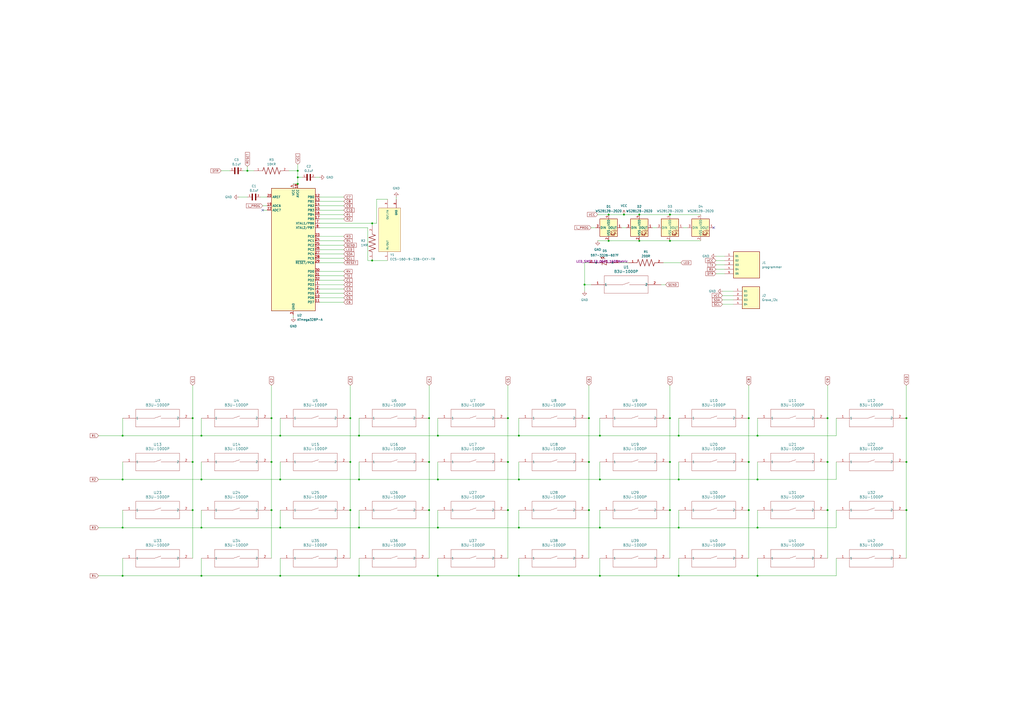
<source format=kicad_sch>
(kicad_sch
	(version 20250114)
	(generator "eeschema")
	(generator_version "9.0")
	(uuid "2a51e76c-00da-4e8c-bf77-eb57d4d26102")
	(paper "A2")
	(lib_symbols
		(symbol "2025-09-02_07-21-35:B3U-1000P"
			(pin_names
				(offset 0.254)
			)
			(exclude_from_sim no)
			(in_bom yes)
			(on_board yes)
			(property "Reference" "U"
				(at 20.32 10.16 0)
				(effects
					(font
						(size 1.524 1.524)
					)
				)
			)
			(property "Value" "B3U-1000P"
				(at 20.32 7.62 0)
				(effects
					(font
						(size 1.524 1.524)
					)
				)
			)
			(property "Footprint" "B3U-1000P"
				(at 0 0 0)
				(effects
					(font
						(size 1.27 1.27)
						(italic yes)
					)
					(hide yes)
				)
			)
			(property "Datasheet" "B3U-1000P"
				(at 0 0 0)
				(effects
					(font
						(size 1.27 1.27)
						(italic yes)
					)
					(hide yes)
				)
			)
			(property "Description" ""
				(at 0 0 0)
				(effects
					(font
						(size 1.27 1.27)
					)
					(hide yes)
				)
			)
			(property "ki_locked" ""
				(at 0 0 0)
				(effects
					(font
						(size 1.27 1.27)
					)
				)
			)
			(property "ki_keywords" "B3U-1000P"
				(at 0 0 0)
				(effects
					(font
						(size 1.27 1.27)
					)
					(hide yes)
				)
			)
			(property "ki_fp_filters" "B3U-1000P"
				(at 0 0 0)
				(effects
					(font
						(size 1.27 1.27)
					)
					(hide yes)
				)
			)
			(symbol "B3U-1000P_0_1"
				(polyline
					(pts
						(xy 7.62 5.08) (xy 7.62 -5.08)
					)
					(stroke
						(width 0.127)
						(type default)
					)
					(fill
						(type none)
					)
				)
				(polyline
					(pts
						(xy 7.62 -5.08) (xy 33.02 -5.08)
					)
					(stroke
						(width 0.127)
						(type default)
					)
					(fill
						(type none)
					)
				)
				(polyline
					(pts
						(xy 18.415 0) (xy 7.62 0)
					)
					(stroke
						(width 0.127)
						(type default)
					)
					(fill
						(type none)
					)
				)
				(polyline
					(pts
						(xy 18.415 0) (xy 22.225 1.27)
					)
					(stroke
						(width 0.127)
						(type default)
					)
					(fill
						(type none)
					)
				)
				(polyline
					(pts
						(xy 22.225 0) (xy 33.02 0)
					)
					(stroke
						(width 0.127)
						(type default)
					)
					(fill
						(type none)
					)
				)
				(polyline
					(pts
						(xy 33.02 5.08) (xy 7.62 5.08)
					)
					(stroke
						(width 0.127)
						(type default)
					)
					(fill
						(type none)
					)
				)
				(polyline
					(pts
						(xy 33.02 -5.08) (xy 33.02 5.08)
					)
					(stroke
						(width 0.127)
						(type default)
					)
					(fill
						(type none)
					)
				)
				(pin unspecified line
					(at 0 0 0)
					(length 7.62)
					(name "1"
						(effects
							(font
								(size 1.27 1.27)
							)
						)
					)
					(number "1"
						(effects
							(font
								(size 1.27 1.27)
							)
						)
					)
				)
				(pin unspecified line
					(at 40.64 0 180)
					(length 7.62)
					(name "2"
						(effects
							(font
								(size 1.27 1.27)
							)
						)
					)
					(number "2"
						(effects
							(font
								(size 1.27 1.27)
							)
						)
					)
				)
			)
			(embedded_fonts no)
		)
		(symbol "597-3326-607F:597-3326-607F"
			(pin_names
				(offset 1.016)
			)
			(exclude_from_sim no)
			(in_bom yes)
			(on_board yes)
			(property "Reference" "D5"
				(at 1.524 6.858 0)
				(effects
					(font
						(size 1.27 1.27)
					)
				)
			)
			(property "Value" "597-3326-607F"
				(at 1.524 4.318 0)
				(effects
					(font
						(size 1.27 1.27)
					)
				)
			)
			(property "Footprint" "LED_SMD:LED_0603_1608Metric"
				(at 0 0 0)
				(effects
					(font
						(size 1.27 1.27)
					)
					(justify bottom)
				)
			)
			(property "Datasheet" ""
				(at 0 0 0)
				(effects
					(font
						(size 1.27 1.27)
					)
					(hide yes)
				)
			)
			(property "Description" ""
				(at 0 0 0)
				(effects
					(font
						(size 1.27 1.27)
					)
					(hide yes)
				)
			)
			(property "MF" "Dialight"
				(at 0 0 0)
				(effects
					(font
						(size 1.27 1.27)
					)
					(justify bottom)
					(hide yes)
				)
			)
			(property "Description_1" "SMD LED 0603 INGAN GREEN | Dialight 597-3326-607F"
				(at 0 0 0)
				(effects
					(font
						(size 1.27 1.27)
					)
					(justify bottom)
					(hide yes)
				)
			)
			(property "Package" "0603 Dialight"
				(at 0 0 0)
				(effects
					(font
						(size 1.27 1.27)
					)
					(justify bottom)
					(hide yes)
				)
			)
			(property "Price" "None"
				(at 0 0 0)
				(effects
					(font
						(size 1.27 1.27)
					)
					(justify bottom)
					(hide yes)
				)
			)
			(property "SnapEDA_Link" "https://www.snapeda.com/parts/597-3326-607F/Dialight/view-part/?ref=snap"
				(at 0 0 0)
				(effects
					(font
						(size 1.27 1.27)
					)
					(justify bottom)
					(hide yes)
				)
			)
			(property "MP" "597-3326-607F"
				(at 0 0 0)
				(effects
					(font
						(size 1.27 1.27)
					)
					(justify bottom)
					(hide yes)
				)
			)
			(property "Availability" "In Stock"
				(at 0 0 0)
				(effects
					(font
						(size 1.27 1.27)
					)
					(justify bottom)
					(hide yes)
				)
			)
			(property "Check_prices" "https://www.snapeda.com/parts/597-3326-607F/Dialight/view-part/?ref=eda"
				(at 0 0 0)
				(effects
					(font
						(size 1.27 1.27)
					)
					(justify bottom)
					(hide yes)
				)
			)
			(symbol "597-3326-607F_0_0"
				(polyline
					(pts
						(xy -5.08 0) (xy 0 0)
					)
					(stroke
						(width 0.254)
						(type default)
					)
					(fill
						(type none)
					)
				)
				(polyline
					(pts
						(xy -0.762 3.302) (xy 0.127 2.921) (xy -0.381 2.413) (xy -0.762 3.302)
					)
					(stroke
						(width 0.1524)
						(type default)
					)
					(fill
						(type outline)
					)
				)
				(polyline
					(pts
						(xy 0 0) (xy 0 1.27)
					)
					(stroke
						(width 0.254)
						(type default)
					)
					(fill
						(type none)
					)
				)
				(polyline
					(pts
						(xy 0 0) (xy 2.54 1.27)
					)
					(stroke
						(width 0.254)
						(type default)
					)
					(fill
						(type none)
					)
				)
				(polyline
					(pts
						(xy 0 -1.27) (xy 0 0)
					)
					(stroke
						(width 0.254)
						(type default)
					)
					(fill
						(type none)
					)
				)
				(polyline
					(pts
						(xy 0.381 3.429) (xy 1.27 3.048) (xy 0.762 2.54) (xy 0.381 3.429)
					)
					(stroke
						(width 0.1524)
						(type default)
					)
					(fill
						(type outline)
					)
				)
				(polyline
					(pts
						(xy 0.635 1.905) (xy -0.762 3.302)
					)
					(stroke
						(width 0.1524)
						(type default)
					)
					(fill
						(type none)
					)
				)
				(polyline
					(pts
						(xy 1.778 2.032) (xy 0.381 3.429)
					)
					(stroke
						(width 0.1524)
						(type default)
					)
					(fill
						(type none)
					)
				)
				(polyline
					(pts
						(xy 2.54 0) (xy 2.54 1.27)
					)
					(stroke
						(width 0.254)
						(type default)
					)
					(fill
						(type none)
					)
				)
				(polyline
					(pts
						(xy 2.54 0) (xy 7.62 0)
					)
					(stroke
						(width 0.254)
						(type default)
					)
					(fill
						(type none)
					)
				)
				(polyline
					(pts
						(xy 2.54 -1.27) (xy 0 0)
					)
					(stroke
						(width 0.254)
						(type default)
					)
					(fill
						(type none)
					)
				)
				(polyline
					(pts
						(xy 2.54 -1.27) (xy 2.54 0)
					)
					(stroke
						(width 0.254)
						(type default)
					)
					(fill
						(type none)
					)
				)
			)
			(symbol "597-3326-607F_1_0"
				(pin passive line
					(at -7.62 0 0)
					(length 2.54)
					(name "C"
						(effects
							(font
								(size 1.016 1.016)
							)
						)
					)
					(number "2"
						(effects
							(font
								(size 1.016 1.016)
							)
						)
					)
				)
				(pin passive line
					(at 10.16 0 180)
					(length 2.54)
					(name "A"
						(effects
							(font
								(size 1.016 1.016)
							)
						)
					)
					(number "1"
						(effects
							(font
								(size 1.016 1.016)
							)
						)
					)
				)
			)
			(embedded_fonts no)
		)
		(symbol "C0603X102K5RAC3316:C0603X102K5RAC3316"
			(pin_names
				(offset 1.016)
			)
			(exclude_from_sim no)
			(in_bom yes)
			(on_board yes)
			(property "Reference" "C"
				(at 0 3.8109 0)
				(effects
					(font
						(size 1.27 1.27)
					)
					(justify left bottom)
				)
			)
			(property "Value" "C0603X102K5RAC3316"
				(at 0 -5.0885 0)
				(effects
					(font
						(size 1.27 1.27)
					)
					(justify left bottom)
				)
			)
			(property "Footprint" "C0603X102K5RAC3316:CAPC1608X90"
				(at 0 0 0)
				(effects
					(font
						(size 1.27 1.27)
					)
					(justify bottom)
					(hide yes)
				)
			)
			(property "Datasheet" ""
				(at 0 0 0)
				(effects
					(font
						(size 1.27 1.27)
					)
					(hide yes)
				)
			)
			(property "Description" ""
				(at 0 0 0)
				(effects
					(font
						(size 1.27 1.27)
					)
					(hide yes)
				)
			)
			(property "MF" "KEMET"
				(at 0 0 0)
				(effects
					(font
						(size 1.27 1.27)
					)
					(justify bottom)
					(hide yes)
				)
			)
			(property "Description_1" "Capacitor, Ceramic, 0603 1nF 50V X7R10% | KEMET C0603X102K5RAC3316"
				(at 0 0 0)
				(effects
					(font
						(size 1.27 1.27)
					)
					(justify bottom)
					(hide yes)
				)
			)
			(property "Package" "0603 KEMET"
				(at 0 0 0)
				(effects
					(font
						(size 1.27 1.27)
					)
					(justify bottom)
					(hide yes)
				)
			)
			(property "Price" "None"
				(at 0 0 0)
				(effects
					(font
						(size 1.27 1.27)
					)
					(justify bottom)
					(hide yes)
				)
			)
			(property "SnapEDA_Link" "https://www.snapeda.com/parts/C0603X102K5RAC3316/KEMET/view-part/?ref=snap"
				(at 0 0 0)
				(effects
					(font
						(size 1.27 1.27)
					)
					(justify bottom)
					(hide yes)
				)
			)
			(property "MP" "C0603X102K5RAC3316"
				(at 0 0 0)
				(effects
					(font
						(size 1.27 1.27)
					)
					(justify bottom)
					(hide yes)
				)
			)
			(property "Availability" "In Stock"
				(at 0 0 0)
				(effects
					(font
						(size 1.27 1.27)
					)
					(justify bottom)
					(hide yes)
				)
			)
			(property "Check_prices" "https://www.snapeda.com/parts/C0603X102K5RAC3316/KEMET/view-part/?ref=eda"
				(at 0 0 0)
				(effects
					(font
						(size 1.27 1.27)
					)
					(justify bottom)
					(hide yes)
				)
			)
			(symbol "C0603X102K5RAC3316_0_0"
				(rectangle
					(start 0 -1.9069)
					(end 0.635 1.905)
					(stroke
						(width 0.1)
						(type default)
					)
					(fill
						(type outline)
					)
				)
				(rectangle
					(start 1.9069 -1.9069)
					(end 2.54 1.905)
					(stroke
						(width 0.1)
						(type default)
					)
					(fill
						(type outline)
					)
				)
				(pin passive line
					(at -2.54 0 0)
					(length 2.54)
					(name "~"
						(effects
							(font
								(size 1.016 1.016)
							)
						)
					)
					(number "1"
						(effects
							(font
								(size 1.016 1.016)
							)
						)
					)
				)
				(pin passive line
					(at 5.08 0 180)
					(length 2.54)
					(name "~"
						(effects
							(font
								(size 1.016 1.016)
							)
						)
					)
					(number "2"
						(effects
							(font
								(size 1.016 1.016)
							)
						)
					)
				)
			)
			(embedded_fonts no)
		)
		(symbol "ECS-160-9-33B-CKY-TR:ECS-160-9-33B-CKY-TR"
			(pin_names
				(offset 1.016)
			)
			(exclude_from_sim no)
			(in_bom yes)
			(on_board yes)
			(property "Reference" "Y"
				(at -12.7168 7.6301 0)
				(effects
					(font
						(size 1.27 1.27)
					)
					(justify left bottom)
				)
			)
			(property "Value" "ECS-160-9-33B-CKY-TR"
				(at -12.7149 -7.629 0)
				(effects
					(font
						(size 1.27 1.27)
					)
					(justify left bottom)
				)
			)
			(property "Footprint" "ECS-160-9-33B-CKY-TR:XTAL_ECS-160-9-33B-CKY-TR"
				(at 0 0 0)
				(effects
					(font
						(size 1.27 1.27)
					)
					(justify bottom)
					(hide yes)
				)
			)
			(property "Datasheet" ""
				(at 0 0 0)
				(effects
					(font
						(size 1.27 1.27)
					)
					(hide yes)
				)
			)
			(property "Description" ""
				(at 0 0 0)
				(effects
					(font
						(size 1.27 1.27)
					)
					(hide yes)
				)
			)
			(property "MF" "ECS Inc."
				(at 0 0 0)
				(effects
					(font
						(size 1.27 1.27)
					)
					(justify bottom)
					(hide yes)
				)
			)
			(property "Description_1" "16 MHz ±10ppm Crystal 9pF 60 Ohms 4-SMD, No Lead"
				(at 0 0 0)
				(effects
					(font
						(size 1.27 1.27)
					)
					(justify bottom)
					(hide yes)
				)
			)
			(property "Package" "ECS-33B ECS Inc."
				(at 0 0 0)
				(effects
					(font
						(size 1.27 1.27)
					)
					(justify bottom)
					(hide yes)
				)
			)
			(property "Price" "None"
				(at 0 0 0)
				(effects
					(font
						(size 1.27 1.27)
					)
					(justify bottom)
					(hide yes)
				)
			)
			(property "SnapEDA_Link" "https://www.snapeda.com/parts/ECS-160-9-33B-CKY-TR/ECS/view-part/?ref=snap"
				(at 0 0 0)
				(effects
					(font
						(size 1.27 1.27)
					)
					(justify bottom)
					(hide yes)
				)
			)
			(property "MP" "ECS-160-9-33B-CKY-TR"
				(at 0 0 0)
				(effects
					(font
						(size 1.27 1.27)
					)
					(justify bottom)
					(hide yes)
				)
			)
			(property "Availability" "In Stock"
				(at 0 0 0)
				(effects
					(font
						(size 1.27 1.27)
					)
					(justify bottom)
					(hide yes)
				)
			)
			(property "Check_prices" "https://www.snapeda.com/parts/ECS-160-9-33B-CKY-TR/ECS/view-part/?ref=eda"
				(at 0 0 0)
				(effects
					(font
						(size 1.27 1.27)
					)
					(justify bottom)
					(hide yes)
				)
			)
			(symbol "ECS-160-9-33B-CKY-TR_0_0"
				(rectangle
					(start -12.7 -5.08)
					(end 12.7 7.62)
					(stroke
						(width 0.127)
						(type default)
					)
					(fill
						(type background)
					)
				)
				(pin bidirectional line
					(at -17.78 2.54 0)
					(length 5.08)
					(name "IN/OUT"
						(effects
							(font
								(size 1.016 1.016)
							)
						)
					)
					(number "1"
						(effects
							(font
								(size 1.016 1.016)
							)
						)
					)
				)
				(pin bidirectional line
					(at 17.78 2.54 180)
					(length 5.08)
					(name "OUT/IN"
						(effects
							(font
								(size 1.016 1.016)
							)
						)
					)
					(number "3"
						(effects
							(font
								(size 1.016 1.016)
							)
						)
					)
				)
				(pin power_in line
					(at 17.78 -2.54 180)
					(length 5.08)
					(name "GND"
						(effects
							(font
								(size 1.016 1.016)
							)
						)
					)
					(number "2"
						(effects
							(font
								(size 1.016 1.016)
							)
						)
					)
				)
				(pin power_in line
					(at 17.78 -2.54 180)
					(length 5.08)
					(name "GND"
						(effects
							(font
								(size 1.016 1.016)
							)
						)
					)
					(number "4"
						(effects
							(font
								(size 1.016 1.016)
							)
						)
					)
				)
			)
			(embedded_fonts no)
		)
		(symbol "ERJU03J330V:ERJU03J330V"
			(pin_names
				(offset 1.016)
			)
			(exclude_from_sim no)
			(in_bom yes)
			(on_board yes)
			(property "Reference" "R"
				(at -7.624 2.541 0)
				(effects
					(font
						(size 1.27 1.27)
					)
					(justify left bottom)
				)
			)
			(property "Value" "ERJU03J330V"
				(at -7.624 -5.087 0)
				(effects
					(font
						(size 1.27 1.27)
					)
					(justify left top)
				)
			)
			(property "Footprint" "ERJU03J330V:RES_ERJU03J330V"
				(at 0 0 0)
				(effects
					(font
						(size 1.27 1.27)
					)
					(justify bottom)
					(hide yes)
				)
			)
			(property "Datasheet" ""
				(at 0 0 0)
				(effects
					(font
						(size 1.27 1.27)
					)
					(hide yes)
				)
			)
			(property "Description" ""
				(at 0 0 0)
				(effects
					(font
						(size 1.27 1.27)
					)
					(hide yes)
				)
			)
			(property "MF" "Panasonic"
				(at 0 0 0)
				(effects
					(font
						(size 1.27 1.27)
					)
					(justify bottom)
					(hide yes)
				)
			)
			(property "MAXIMUM_PACKAGE_HEIGHT" "0.45 mm"
				(at 0 0 0)
				(effects
					(font
						(size 1.27 1.27)
					)
					(justify bottom)
					(hide yes)
				)
			)
			(property "Package" "1608-2 Panasonic"
				(at 0 0 0)
				(effects
					(font
						(size 1.27 1.27)
					)
					(justify bottom)
					(hide yes)
				)
			)
			(property "Price" "None"
				(at 0 0 0)
				(effects
					(font
						(size 1.27 1.27)
					)
					(justify bottom)
					(hide yes)
				)
			)
			(property "Check_prices" "https://www.snapeda.com/parts/ERJU03J330V/Panasonic/view-part/?ref=eda"
				(at 0 0 0)
				(effects
					(font
						(size 1.27 1.27)
					)
					(justify bottom)
					(hide yes)
				)
			)
			(property "STANDARD" "Manufacturer Recommendations"
				(at 0 0 0)
				(effects
					(font
						(size 1.27 1.27)
					)
					(justify bottom)
					(hide yes)
				)
			)
			(property "PARTREV" "3/1/2020"
				(at 0 0 0)
				(effects
					(font
						(size 1.27 1.27)
					)
					(justify bottom)
					(hide yes)
				)
			)
			(property "SnapEDA_Link" "https://www.snapeda.com/parts/ERJU03J330V/Panasonic/view-part/?ref=snap"
				(at 0 0 0)
				(effects
					(font
						(size 1.27 1.27)
					)
					(justify bottom)
					(hide yes)
				)
			)
			(property "MP" "ERJU03J330V"
				(at 0 0 0)
				(effects
					(font
						(size 1.27 1.27)
					)
					(justify bottom)
					(hide yes)
				)
			)
			(property "Description_1" "0201 anti-sulfurated resistor 0603 Anti-Sulfurated"
				(at 0 0 0)
				(effects
					(font
						(size 1.27 1.27)
					)
					(justify bottom)
					(hide yes)
				)
			)
			(property "Availability" "In Stock"
				(at 0 0 0)
				(effects
					(font
						(size 1.27 1.27)
					)
					(justify bottom)
					(hide yes)
				)
			)
			(property "MANUFACTURER" "Panasonic"
				(at 0 0 0)
				(effects
					(font
						(size 1.27 1.27)
					)
					(justify bottom)
					(hide yes)
				)
			)
			(symbol "ERJU03J330V_0_0"
				(polyline
					(pts
						(xy -5.08 0) (xy -4.445 1.905)
					)
					(stroke
						(width 0.254)
						(type default)
					)
					(fill
						(type none)
					)
				)
				(polyline
					(pts
						(xy -4.445 1.905) (xy -3.175 -1.905)
					)
					(stroke
						(width 0.254)
						(type default)
					)
					(fill
						(type none)
					)
				)
				(polyline
					(pts
						(xy -3.175 -1.905) (xy -1.905 1.905)
					)
					(stroke
						(width 0.254)
						(type default)
					)
					(fill
						(type none)
					)
				)
				(polyline
					(pts
						(xy -1.905 1.905) (xy -0.635 -1.905)
					)
					(stroke
						(width 0.254)
						(type default)
					)
					(fill
						(type none)
					)
				)
				(polyline
					(pts
						(xy -0.635 -1.905) (xy 0.635 1.905)
					)
					(stroke
						(width 0.254)
						(type default)
					)
					(fill
						(type none)
					)
				)
				(polyline
					(pts
						(xy 0.635 1.905) (xy 1.905 -1.905)
					)
					(stroke
						(width 0.254)
						(type default)
					)
					(fill
						(type none)
					)
				)
				(polyline
					(pts
						(xy 1.905 -1.905) (xy 3.175 1.905)
					)
					(stroke
						(width 0.254)
						(type default)
					)
					(fill
						(type none)
					)
				)
				(polyline
					(pts
						(xy 3.175 1.905) (xy 4.445 -1.905)
					)
					(stroke
						(width 0.254)
						(type default)
					)
					(fill
						(type none)
					)
				)
				(polyline
					(pts
						(xy 4.445 -1.905) (xy 5.08 0)
					)
					(stroke
						(width 0.254)
						(type default)
					)
					(fill
						(type none)
					)
				)
				(pin passive line
					(at -10.16 0 0)
					(length 5.08)
					(name "~"
						(effects
							(font
								(size 1.016 1.016)
							)
						)
					)
					(number "1"
						(effects
							(font
								(size 1.016 1.016)
							)
						)
					)
				)
				(pin passive line
					(at 10.16 0 180)
					(length 5.08)
					(name "~"
						(effects
							(font
								(size 1.016 1.016)
							)
						)
					)
					(number "2"
						(effects
							(font
								(size 1.016 1.016)
							)
						)
					)
				)
			)
			(embedded_fonts no)
		)
		(symbol "HMTSW-104-X-X-S-X:HMTSW-104-X-X-S-X"
			(pin_names
				(offset 1.016)
			)
			(exclude_from_sim no)
			(in_bom yes)
			(on_board yes)
			(property "Reference" "J2"
				(at 6.35 0.0001 0)
				(effects
					(font
						(size 1.27 1.27)
					)
					(justify left)
				)
			)
			(property "Value" "Grove_i2c"
				(at 6.35 -2.5399 0)
				(effects
					(font
						(size 1.27 1.27)
					)
					(justify left)
				)
			)
			(property "Footprint" "Connector_PinSocket_2.54mm:PinSocket_1x04_P2.54mm_Vertical"
				(at 0 0 0)
				(effects
					(font
						(size 1.27 1.27)
					)
					(justify bottom)
					(hide yes)
				)
			)
			(property "Datasheet" ""
				(at 0 0 0)
				(effects
					(font
						(size 1.27 1.27)
					)
					(hide yes)
				)
			)
			(property "Description" ""
				(at 0 0 0)
				(effects
					(font
						(size 1.27 1.27)
					)
					(hide yes)
				)
			)
			(property "MF" "Samtec"
				(at 0 0 0)
				(effects
					(font
						(size 1.27 1.27)
					)
					(justify bottom)
					(hide yes)
				)
			)
			(property "Description_1" "CONN HEADER VERT 4POS 2.54MM"
				(at 0 0 0)
				(effects
					(font
						(size 1.27 1.27)
					)
					(justify bottom)
					(hide yes)
				)
			)
			(property "Package" "None"
				(at 0 0 0)
				(effects
					(font
						(size 1.27 1.27)
					)
					(justify bottom)
					(hide yes)
				)
			)
			(property "Price" "None"
				(at 0 0 0)
				(effects
					(font
						(size 1.27 1.27)
					)
					(justify bottom)
					(hide yes)
				)
			)
			(property "Check_prices" "https://www.snapeda.com/parts/HMTSW-104-08-T-S-255/Samtec/view-part/?ref=eda"
				(at 0 0 0)
				(effects
					(font
						(size 1.27 1.27)
					)
					(justify bottom)
					(hide yes)
				)
			)
			(property "STANDARD" "Manufacturer Recommendations"
				(at 0 0 0)
				(effects
					(font
						(size 1.27 1.27)
					)
					(justify bottom)
					(hide yes)
				)
			)
			(property "PARTREV" "A"
				(at 0 0 0)
				(effects
					(font
						(size 1.27 1.27)
					)
					(justify bottom)
					(hide yes)
				)
			)
			(property "SnapEDA_Link" "https://www.snapeda.com/parts/HMTSW-104-08-T-S-255/Samtec/view-part/?ref=snap"
				(at 0 0 0)
				(effects
					(font
						(size 1.27 1.27)
					)
					(justify bottom)
					(hide yes)
				)
			)
			(property "MP" "HMTSW-104-08-T-S-255"
				(at 0 0 0)
				(effects
					(font
						(size 1.27 1.27)
					)
					(justify bottom)
					(hide yes)
				)
			)
			(property "Availability" "In Stock"
				(at 0 0 0)
				(effects
					(font
						(size 1.27 1.27)
					)
					(justify bottom)
					(hide yes)
				)
			)
			(property "MANUFACTURER" "Samtec"
				(at 0 0 0)
				(effects
					(font
						(size 1.27 1.27)
					)
					(justify bottom)
					(hide yes)
				)
			)
			(symbol "HMTSW-104-X-X-S-X_0_0"
				(rectangle
					(start -5.08 -7.62)
					(end 5.08 5.08)
					(stroke
						(width 0.254)
						(type default)
					)
					(fill
						(type background)
					)
				)
			)
			(symbol "HMTSW-104-X-X-S-X_1_0"
				(pin passive line
					(at -10.16 2.54 0)
					(length 5.08)
					(name "01"
						(effects
							(font
								(size 1.016 1.016)
							)
						)
					)
					(number "1"
						(effects
							(font
								(size 1.016 1.016)
							)
						)
					)
				)
				(pin passive line
					(at -10.16 0 0)
					(length 5.08)
					(name "02"
						(effects
							(font
								(size 1.016 1.016)
							)
						)
					)
					(number "2"
						(effects
							(font
								(size 1.016 1.016)
							)
						)
					)
				)
				(pin passive line
					(at -10.16 -2.54 0)
					(length 5.08)
					(name "03"
						(effects
							(font
								(size 1.016 1.016)
							)
						)
					)
					(number "3"
						(effects
							(font
								(size 1.016 1.016)
							)
						)
					)
				)
				(pin passive line
					(at -10.16 -5.08 0)
					(length 5.08)
					(name "04"
						(effects
							(font
								(size 1.016 1.016)
							)
						)
					)
					(number "4"
						(effects
							(font
								(size 1.016 1.016)
							)
						)
					)
				)
			)
			(embedded_fonts no)
		)
		(symbol "LED:WS2812B-2020"
			(pin_names
				(offset 0.254)
			)
			(exclude_from_sim no)
			(in_bom yes)
			(on_board yes)
			(property "Reference" "D"
				(at 5.08 5.715 0)
				(effects
					(font
						(size 1.27 1.27)
					)
					(justify right bottom)
				)
			)
			(property "Value" "WS2812B-2020"
				(at 1.27 -5.715 0)
				(effects
					(font
						(size 1.27 1.27)
					)
					(justify left top)
				)
			)
			(property "Footprint" "LED_SMD:LED_WS2812B-2020_PLCC4_2.0x2.0mm"
				(at 1.27 -7.62 0)
				(effects
					(font
						(size 1.27 1.27)
					)
					(justify left top)
					(hide yes)
				)
			)
			(property "Datasheet" "https://cdn-shop.adafruit.com/product-files/4684/4684_WS2812B-2020_V1.3_EN.pdf"
				(at 2.54 -9.525 0)
				(effects
					(font
						(size 1.27 1.27)
					)
					(justify left top)
					(hide yes)
				)
			)
			(property "Description" "RGB LED with integrated controller, 2.0 x 2.0 mm, 12 mA"
				(at 0 0 0)
				(effects
					(font
						(size 1.27 1.27)
					)
					(hide yes)
				)
			)
			(property "ki_keywords" "RGB LED NeoPixel Nano addressable"
				(at 0 0 0)
				(effects
					(font
						(size 1.27 1.27)
					)
					(hide yes)
				)
			)
			(property "ki_fp_filters" "LED*WS2812*-2020_PLCC4*"
				(at 0 0 0)
				(effects
					(font
						(size 1.27 1.27)
					)
					(hide yes)
				)
			)
			(symbol "WS2812B-2020_0_0"
				(text "RGB"
					(at 2.286 -4.191 0)
					(effects
						(font
							(size 0.762 0.762)
						)
					)
				)
			)
			(symbol "WS2812B-2020_0_1"
				(polyline
					(pts
						(xy 1.27 -2.54) (xy 1.778 -2.54)
					)
					(stroke
						(width 0)
						(type default)
					)
					(fill
						(type none)
					)
				)
				(polyline
					(pts
						(xy 1.27 -3.556) (xy 1.778 -3.556)
					)
					(stroke
						(width 0)
						(type default)
					)
					(fill
						(type none)
					)
				)
				(polyline
					(pts
						(xy 2.286 -1.524) (xy 1.27 -2.54) (xy 1.27 -2.032)
					)
					(stroke
						(width 0)
						(type default)
					)
					(fill
						(type none)
					)
				)
				(polyline
					(pts
						(xy 2.286 -2.54) (xy 1.27 -3.556) (xy 1.27 -3.048)
					)
					(stroke
						(width 0)
						(type default)
					)
					(fill
						(type none)
					)
				)
				(polyline
					(pts
						(xy 3.683 -1.016) (xy 3.683 -3.556) (xy 3.683 -4.064)
					)
					(stroke
						(width 0)
						(type default)
					)
					(fill
						(type none)
					)
				)
				(polyline
					(pts
						(xy 4.699 -1.524) (xy 2.667 -1.524) (xy 3.683 -3.556) (xy 4.699 -1.524)
					)
					(stroke
						(width 0)
						(type default)
					)
					(fill
						(type none)
					)
				)
				(polyline
					(pts
						(xy 4.699 -3.556) (xy 2.667 -3.556)
					)
					(stroke
						(width 0)
						(type default)
					)
					(fill
						(type none)
					)
				)
				(rectangle
					(start 5.08 5.08)
					(end -5.08 -5.08)
					(stroke
						(width 0.254)
						(type default)
					)
					(fill
						(type background)
					)
				)
			)
			(symbol "WS2812B-2020_1_1"
				(pin input line
					(at -7.62 0 0)
					(length 2.54)
					(name "DIN"
						(effects
							(font
								(size 1.27 1.27)
							)
						)
					)
					(number "3"
						(effects
							(font
								(size 1.27 1.27)
							)
						)
					)
				)
				(pin power_in line
					(at 0 7.62 270)
					(length 2.54)
					(name "VDD"
						(effects
							(font
								(size 1.27 1.27)
							)
						)
					)
					(number "4"
						(effects
							(font
								(size 1.27 1.27)
							)
						)
					)
				)
				(pin power_in line
					(at 0 -7.62 90)
					(length 2.54)
					(name "VSS"
						(effects
							(font
								(size 1.27 1.27)
							)
						)
					)
					(number "2"
						(effects
							(font
								(size 1.27 1.27)
							)
						)
					)
				)
				(pin output line
					(at 7.62 0 180)
					(length 2.54)
					(name "DOUT"
						(effects
							(font
								(size 1.27 1.27)
							)
						)
					)
					(number "1"
						(effects
							(font
								(size 1.27 1.27)
							)
						)
					)
				)
			)
			(embedded_fonts no)
		)
		(symbol "MCU_Microchip_ATmega:ATmega328P-A"
			(exclude_from_sim no)
			(in_bom yes)
			(on_board yes)
			(property "Reference" "U"
				(at -12.7 36.83 0)
				(effects
					(font
						(size 1.27 1.27)
					)
					(justify left bottom)
				)
			)
			(property "Value" "ATmega328P-A"
				(at 2.54 -36.83 0)
				(effects
					(font
						(size 1.27 1.27)
					)
					(justify left top)
				)
			)
			(property "Footprint" "Package_QFP:TQFP-32_7x7mm_P0.8mm"
				(at 0 0 0)
				(effects
					(font
						(size 1.27 1.27)
						(italic yes)
					)
					(hide yes)
				)
			)
			(property "Datasheet" "http://ww1.microchip.com/downloads/en/DeviceDoc/ATmega328_P%20AVR%20MCU%20with%20picoPower%20Technology%20Data%20Sheet%2040001984A.pdf"
				(at 0 0 0)
				(effects
					(font
						(size 1.27 1.27)
					)
					(hide yes)
				)
			)
			(property "Description" "20MHz, 32kB Flash, 2kB SRAM, 1kB EEPROM, TQFP-32"
				(at 0 0 0)
				(effects
					(font
						(size 1.27 1.27)
					)
					(hide yes)
				)
			)
			(property "ki_keywords" "AVR 8bit Microcontroller MegaAVR PicoPower"
				(at 0 0 0)
				(effects
					(font
						(size 1.27 1.27)
					)
					(hide yes)
				)
			)
			(property "ki_fp_filters" "TQFP*7x7mm*P0.8mm*"
				(at 0 0 0)
				(effects
					(font
						(size 1.27 1.27)
					)
					(hide yes)
				)
			)
			(symbol "ATmega328P-A_0_1"
				(rectangle
					(start -12.7 -35.56)
					(end 12.7 35.56)
					(stroke
						(width 0.254)
						(type default)
					)
					(fill
						(type background)
					)
				)
			)
			(symbol "ATmega328P-A_1_1"
				(pin passive line
					(at -15.24 30.48 0)
					(length 2.54)
					(name "AREF"
						(effects
							(font
								(size 1.27 1.27)
							)
						)
					)
					(number "20"
						(effects
							(font
								(size 1.27 1.27)
							)
						)
					)
				)
				(pin input line
					(at -15.24 25.4 0)
					(length 2.54)
					(name "ADC6"
						(effects
							(font
								(size 1.27 1.27)
							)
						)
					)
					(number "19"
						(effects
							(font
								(size 1.27 1.27)
							)
						)
					)
				)
				(pin input line
					(at -15.24 22.86 0)
					(length 2.54)
					(name "ADC7"
						(effects
							(font
								(size 1.27 1.27)
							)
						)
					)
					(number "22"
						(effects
							(font
								(size 1.27 1.27)
							)
						)
					)
				)
				(pin power_in line
					(at 0 38.1 270)
					(length 2.54)
					(name "VCC"
						(effects
							(font
								(size 1.27 1.27)
							)
						)
					)
					(number "4"
						(effects
							(font
								(size 1.27 1.27)
							)
						)
					)
				)
				(pin passive line
					(at 0 38.1 270)
					(length 2.54)
					(hide yes)
					(name "VCC"
						(effects
							(font
								(size 1.27 1.27)
							)
						)
					)
					(number "6"
						(effects
							(font
								(size 1.27 1.27)
							)
						)
					)
				)
				(pin passive line
					(at 0 -38.1 90)
					(length 2.54)
					(hide yes)
					(name "GND"
						(effects
							(font
								(size 1.27 1.27)
							)
						)
					)
					(number "21"
						(effects
							(font
								(size 1.27 1.27)
							)
						)
					)
				)
				(pin power_in line
					(at 0 -38.1 90)
					(length 2.54)
					(name "GND"
						(effects
							(font
								(size 1.27 1.27)
							)
						)
					)
					(number "3"
						(effects
							(font
								(size 1.27 1.27)
							)
						)
					)
				)
				(pin passive line
					(at 0 -38.1 90)
					(length 2.54)
					(hide yes)
					(name "GND"
						(effects
							(font
								(size 1.27 1.27)
							)
						)
					)
					(number "5"
						(effects
							(font
								(size 1.27 1.27)
							)
						)
					)
				)
				(pin power_in line
					(at 2.54 38.1 270)
					(length 2.54)
					(name "AVCC"
						(effects
							(font
								(size 1.27 1.27)
							)
						)
					)
					(number "18"
						(effects
							(font
								(size 1.27 1.27)
							)
						)
					)
				)
				(pin bidirectional line
					(at 15.24 30.48 180)
					(length 2.54)
					(name "PB0"
						(effects
							(font
								(size 1.27 1.27)
							)
						)
					)
					(number "12"
						(effects
							(font
								(size 1.27 1.27)
							)
						)
					)
				)
				(pin bidirectional line
					(at 15.24 27.94 180)
					(length 2.54)
					(name "PB1"
						(effects
							(font
								(size 1.27 1.27)
							)
						)
					)
					(number "13"
						(effects
							(font
								(size 1.27 1.27)
							)
						)
					)
				)
				(pin bidirectional line
					(at 15.24 25.4 180)
					(length 2.54)
					(name "PB2"
						(effects
							(font
								(size 1.27 1.27)
							)
						)
					)
					(number "14"
						(effects
							(font
								(size 1.27 1.27)
							)
						)
					)
				)
				(pin bidirectional line
					(at 15.24 22.86 180)
					(length 2.54)
					(name "PB3"
						(effects
							(font
								(size 1.27 1.27)
							)
						)
					)
					(number "15"
						(effects
							(font
								(size 1.27 1.27)
							)
						)
					)
				)
				(pin bidirectional line
					(at 15.24 20.32 180)
					(length 2.54)
					(name "PB4"
						(effects
							(font
								(size 1.27 1.27)
							)
						)
					)
					(number "16"
						(effects
							(font
								(size 1.27 1.27)
							)
						)
					)
				)
				(pin bidirectional line
					(at 15.24 17.78 180)
					(length 2.54)
					(name "PB5"
						(effects
							(font
								(size 1.27 1.27)
							)
						)
					)
					(number "17"
						(effects
							(font
								(size 1.27 1.27)
							)
						)
					)
				)
				(pin bidirectional line
					(at 15.24 15.24 180)
					(length 2.54)
					(name "XTAL1/PB6"
						(effects
							(font
								(size 1.27 1.27)
							)
						)
					)
					(number "7"
						(effects
							(font
								(size 1.27 1.27)
							)
						)
					)
				)
				(pin bidirectional line
					(at 15.24 12.7 180)
					(length 2.54)
					(name "XTAL2/PB7"
						(effects
							(font
								(size 1.27 1.27)
							)
						)
					)
					(number "8"
						(effects
							(font
								(size 1.27 1.27)
							)
						)
					)
				)
				(pin bidirectional line
					(at 15.24 7.62 180)
					(length 2.54)
					(name "PC0"
						(effects
							(font
								(size 1.27 1.27)
							)
						)
					)
					(number "23"
						(effects
							(font
								(size 1.27 1.27)
							)
						)
					)
				)
				(pin bidirectional line
					(at 15.24 5.08 180)
					(length 2.54)
					(name "PC1"
						(effects
							(font
								(size 1.27 1.27)
							)
						)
					)
					(number "24"
						(effects
							(font
								(size 1.27 1.27)
							)
						)
					)
				)
				(pin bidirectional line
					(at 15.24 2.54 180)
					(length 2.54)
					(name "PC2"
						(effects
							(font
								(size 1.27 1.27)
							)
						)
					)
					(number "25"
						(effects
							(font
								(size 1.27 1.27)
							)
						)
					)
				)
				(pin bidirectional line
					(at 15.24 0 180)
					(length 2.54)
					(name "PC3"
						(effects
							(font
								(size 1.27 1.27)
							)
						)
					)
					(number "26"
						(effects
							(font
								(size 1.27 1.27)
							)
						)
					)
				)
				(pin bidirectional line
					(at 15.24 -2.54 180)
					(length 2.54)
					(name "PC4"
						(effects
							(font
								(size 1.27 1.27)
							)
						)
					)
					(number "27"
						(effects
							(font
								(size 1.27 1.27)
							)
						)
					)
				)
				(pin bidirectional line
					(at 15.24 -5.08 180)
					(length 2.54)
					(name "PC5"
						(effects
							(font
								(size 1.27 1.27)
							)
						)
					)
					(number "28"
						(effects
							(font
								(size 1.27 1.27)
							)
						)
					)
				)
				(pin bidirectional line
					(at 15.24 -7.62 180)
					(length 2.54)
					(name "~{RESET}/PC6"
						(effects
							(font
								(size 1.27 1.27)
							)
						)
					)
					(number "29"
						(effects
							(font
								(size 1.27 1.27)
							)
						)
					)
				)
				(pin bidirectional line
					(at 15.24 -12.7 180)
					(length 2.54)
					(name "PD0"
						(effects
							(font
								(size 1.27 1.27)
							)
						)
					)
					(number "30"
						(effects
							(font
								(size 1.27 1.27)
							)
						)
					)
				)
				(pin bidirectional line
					(at 15.24 -15.24 180)
					(length 2.54)
					(name "PD1"
						(effects
							(font
								(size 1.27 1.27)
							)
						)
					)
					(number "31"
						(effects
							(font
								(size 1.27 1.27)
							)
						)
					)
				)
				(pin bidirectional line
					(at 15.24 -17.78 180)
					(length 2.54)
					(name "PD2"
						(effects
							(font
								(size 1.27 1.27)
							)
						)
					)
					(number "32"
						(effects
							(font
								(size 1.27 1.27)
							)
						)
					)
				)
				(pin bidirectional line
					(at 15.24 -20.32 180)
					(length 2.54)
					(name "PD3"
						(effects
							(font
								(size 1.27 1.27)
							)
						)
					)
					(number "1"
						(effects
							(font
								(size 1.27 1.27)
							)
						)
					)
				)
				(pin bidirectional line
					(at 15.24 -22.86 180)
					(length 2.54)
					(name "PD4"
						(effects
							(font
								(size 1.27 1.27)
							)
						)
					)
					(number "2"
						(effects
							(font
								(size 1.27 1.27)
							)
						)
					)
				)
				(pin bidirectional line
					(at 15.24 -25.4 180)
					(length 2.54)
					(name "PD5"
						(effects
							(font
								(size 1.27 1.27)
							)
						)
					)
					(number "9"
						(effects
							(font
								(size 1.27 1.27)
							)
						)
					)
				)
				(pin bidirectional line
					(at 15.24 -27.94 180)
					(length 2.54)
					(name "PD6"
						(effects
							(font
								(size 1.27 1.27)
							)
						)
					)
					(number "10"
						(effects
							(font
								(size 1.27 1.27)
							)
						)
					)
				)
				(pin bidirectional line
					(at 15.24 -30.48 180)
					(length 2.54)
					(name "PD7"
						(effects
							(font
								(size 1.27 1.27)
							)
						)
					)
					(number "11"
						(effects
							(font
								(size 1.27 1.27)
							)
						)
					)
				)
			)
			(embedded_fonts no)
		)
		(symbol "SS-105-T-2:SS-105-T-2"
			(pin_names
				(offset 1.016)
			)
			(exclude_from_sim no)
			(in_bom yes)
			(on_board yes)
			(property "Reference" "J1"
				(at 8.89 1.2701 0)
				(effects
					(font
						(size 1.27 1.27)
					)
					(justify left)
				)
			)
			(property "Value" "programmer"
				(at 8.89 -1.2699 0)
				(effects
					(font
						(size 1.27 1.27)
					)
					(justify left)
				)
			)
			(property "Footprint" "Connector_PinSocket_2.54mm:PinSocket_1x05_P2.54mm_Vertical"
				(at 0 0 0)
				(effects
					(font
						(size 1.27 1.27)
					)
					(justify bottom)
					(hide yes)
				)
			)
			(property "Datasheet" ""
				(at 0 0 0)
				(effects
					(font
						(size 1.27 1.27)
					)
					(hide yes)
				)
			)
			(property "Description" ""
				(at 0 0 0)
				(effects
					(font
						(size 1.27 1.27)
					)
					(hide yes)
				)
			)
			(property "MF" "Samtec"
				(at 0 0 0)
				(effects
					(font
						(size 1.27 1.27)
					)
					(justify bottom)
					(hide yes)
				)
			)
			(property "Description_1" "5 Position Receptacle Connector 0.100 (2.54mm) Through Hole Gold"
				(at 0 0 0)
				(effects
					(font
						(size 1.27 1.27)
					)
					(justify bottom)
					(hide yes)
				)
			)
			(property "Package" "None"
				(at 0 0 0)
				(effects
					(font
						(size 1.27 1.27)
					)
					(justify bottom)
					(hide yes)
				)
			)
			(property "Price" "None"
				(at 0 0 0)
				(effects
					(font
						(size 1.27 1.27)
					)
					(justify bottom)
					(hide yes)
				)
			)
			(property "Check_prices" "https://www.snapeda.com/parts/SS-105-T-2/Samtec/view-part/?ref=eda"
				(at 0 0 0)
				(effects
					(font
						(size 1.27 1.27)
					)
					(justify bottom)
					(hide yes)
				)
			)
			(property "STANDARD" "Manufacturer Recommendations"
				(at 0 0 0)
				(effects
					(font
						(size 1.27 1.27)
					)
					(justify bottom)
					(hide yes)
				)
			)
			(property "PARTREV" "R"
				(at 0 0 0)
				(effects
					(font
						(size 1.27 1.27)
					)
					(justify bottom)
					(hide yes)
				)
			)
			(property "SnapEDA_Link" "https://www.snapeda.com/parts/SS-105-T-2/Samtec/view-part/?ref=snap"
				(at 0 0 0)
				(effects
					(font
						(size 1.27 1.27)
					)
					(justify bottom)
					(hide yes)
				)
			)
			(property "MP" "SS-105-T-2"
				(at 0 0 0)
				(effects
					(font
						(size 1.27 1.27)
					)
					(justify bottom)
					(hide yes)
				)
			)
			(property "Availability" "In Stock"
				(at 0 0 0)
				(effects
					(font
						(size 1.27 1.27)
					)
					(justify bottom)
					(hide yes)
				)
			)
			(property "MANUFACTURER" "Samtec"
				(at 0 0 0)
				(effects
					(font
						(size 1.27 1.27)
					)
					(justify bottom)
					(hide yes)
				)
			)
			(symbol "SS-105-T-2_0_0"
				(rectangle
					(start -7.62 -7.62)
					(end 7.62 7.62)
					(stroke
						(width 0.254)
						(type default)
					)
					(fill
						(type background)
					)
				)
			)
			(symbol "SS-105-T-2_1_0"
				(pin passive line
					(at -12.7 5.08 0)
					(length 5.08)
					(name "01"
						(effects
							(font
								(size 1.016 1.016)
							)
						)
					)
					(number "1"
						(effects
							(font
								(size 1.016 1.016)
							)
						)
					)
				)
				(pin passive line
					(at -12.7 2.54 0)
					(length 5.08)
					(name "02"
						(effects
							(font
								(size 1.016 1.016)
							)
						)
					)
					(number "2"
						(effects
							(font
								(size 1.016 1.016)
							)
						)
					)
				)
				(pin passive line
					(at -12.7 0 0)
					(length 5.08)
					(name "03"
						(effects
							(font
								(size 1.016 1.016)
							)
						)
					)
					(number "3"
						(effects
							(font
								(size 1.016 1.016)
							)
						)
					)
				)
				(pin passive line
					(at -12.7 -2.54 0)
					(length 5.08)
					(name "04"
						(effects
							(font
								(size 1.016 1.016)
							)
						)
					)
					(number "4"
						(effects
							(font
								(size 1.016 1.016)
							)
						)
					)
				)
				(pin passive line
					(at -12.7 -5.08 0)
					(length 5.08)
					(name "05"
						(effects
							(font
								(size 1.016 1.016)
							)
						)
					)
					(number "5"
						(effects
							(font
								(size 1.016 1.016)
							)
						)
					)
				)
			)
			(embedded_fonts no)
		)
		(symbol "power:GND"
			(power)
			(pin_numbers
				(hide yes)
			)
			(pin_names
				(offset 0)
				(hide yes)
			)
			(exclude_from_sim no)
			(in_bom yes)
			(on_board yes)
			(property "Reference" "#PWR"
				(at 0 -6.35 0)
				(effects
					(font
						(size 1.27 1.27)
					)
					(hide yes)
				)
			)
			(property "Value" "GND"
				(at 0 -3.81 0)
				(effects
					(font
						(size 1.27 1.27)
					)
				)
			)
			(property "Footprint" ""
				(at 0 0 0)
				(effects
					(font
						(size 1.27 1.27)
					)
					(hide yes)
				)
			)
			(property "Datasheet" ""
				(at 0 0 0)
				(effects
					(font
						(size 1.27 1.27)
					)
					(hide yes)
				)
			)
			(property "Description" "Power symbol creates a global label with name \"GND\" , ground"
				(at 0 0 0)
				(effects
					(font
						(size 1.27 1.27)
					)
					(hide yes)
				)
			)
			(property "ki_keywords" "global power"
				(at 0 0 0)
				(effects
					(font
						(size 1.27 1.27)
					)
					(hide yes)
				)
			)
			(symbol "GND_0_1"
				(polyline
					(pts
						(xy 0 0) (xy 0 -1.27) (xy 1.27 -1.27) (xy 0 -2.54) (xy -1.27 -1.27) (xy 0 -1.27)
					)
					(stroke
						(width 0)
						(type default)
					)
					(fill
						(type none)
					)
				)
			)
			(symbol "GND_1_1"
				(pin power_in line
					(at 0 0 270)
					(length 0)
					(name "~"
						(effects
							(font
								(size 1.27 1.27)
							)
						)
					)
					(number "1"
						(effects
							(font
								(size 1.27 1.27)
							)
						)
					)
				)
			)
			(embedded_fonts no)
		)
		(symbol "power:VCC"
			(power)
			(pin_numbers
				(hide yes)
			)
			(pin_names
				(offset 0)
				(hide yes)
			)
			(exclude_from_sim no)
			(in_bom yes)
			(on_board yes)
			(property "Reference" "#PWR"
				(at 0 -3.81 0)
				(effects
					(font
						(size 1.27 1.27)
					)
					(hide yes)
				)
			)
			(property "Value" "VCC"
				(at 0 3.556 0)
				(effects
					(font
						(size 1.27 1.27)
					)
				)
			)
			(property "Footprint" ""
				(at 0 0 0)
				(effects
					(font
						(size 1.27 1.27)
					)
					(hide yes)
				)
			)
			(property "Datasheet" ""
				(at 0 0 0)
				(effects
					(font
						(size 1.27 1.27)
					)
					(hide yes)
				)
			)
			(property "Description" "Power symbol creates a global label with name \"VCC\""
				(at 0 0 0)
				(effects
					(font
						(size 1.27 1.27)
					)
					(hide yes)
				)
			)
			(property "ki_keywords" "global power"
				(at 0 0 0)
				(effects
					(font
						(size 1.27 1.27)
					)
					(hide yes)
				)
			)
			(symbol "VCC_0_1"
				(polyline
					(pts
						(xy -0.762 1.27) (xy 0 2.54)
					)
					(stroke
						(width 0)
						(type default)
					)
					(fill
						(type none)
					)
				)
				(polyline
					(pts
						(xy 0 2.54) (xy 0.762 1.27)
					)
					(stroke
						(width 0)
						(type default)
					)
					(fill
						(type none)
					)
				)
				(polyline
					(pts
						(xy 0 0) (xy 0 2.54)
					)
					(stroke
						(width 0)
						(type default)
					)
					(fill
						(type none)
					)
				)
			)
			(symbol "VCC_1_1"
				(pin power_in line
					(at 0 0 90)
					(length 0)
					(name "~"
						(effects
							(font
								(size 1.27 1.27)
							)
						)
					)
					(number "1"
						(effects
							(font
								(size 1.27 1.27)
							)
						)
					)
				)
			)
			(embedded_fonts no)
		)
	)
	(junction
		(at 439.42 252.73)
		(diameter 0)
		(color 0 0 0 0)
		(uuid "0558ce61-b7c9-485e-b839-c9fadaecb6ea")
	)
	(junction
		(at 341.63 267.97)
		(diameter 0)
		(color 0 0 0 0)
		(uuid "06079f70-50bb-4d52-a441-d2f134a4d54e")
	)
	(junction
		(at 300.99 252.73)
		(diameter 0)
		(color 0 0 0 0)
		(uuid "073a55c4-20fd-495d-a94b-4306d76bae2e")
	)
	(junction
		(at 248.92 242.57)
		(diameter 0)
		(color 0 0 0 0)
		(uuid "0760613d-4df2-4a1d-acec-7a3a1c454c23")
	)
	(junction
		(at 111.76 295.91)
		(diameter 0)
		(color 0 0 0 0)
		(uuid "08e09f57-05a8-4eee-98d0-2c5cbb0b6e5a")
	)
	(junction
		(at 162.56 306.07)
		(diameter 0)
		(color 0 0 0 0)
		(uuid "0dbce199-c769-452b-af6c-e27601872674")
	)
	(junction
		(at 388.62 242.57)
		(diameter 0)
		(color 0 0 0 0)
		(uuid "105d0586-da38-4baa-9342-df39e338d1b9")
	)
	(junction
		(at 254 252.73)
		(diameter 0)
		(color 0 0 0 0)
		(uuid "10f20015-45aa-48ca-9939-ea9520cb5bf8")
	)
	(junction
		(at 111.76 242.57)
		(diameter 0)
		(color 0 0 0 0)
		(uuid "1172d32e-bc84-48b7-89a4-f3111a630341")
	)
	(junction
		(at 71.12 278.13)
		(diameter 0)
		(color 0 0 0 0)
		(uuid "130a3b7a-409e-47da-9e1b-7185d1d9f943")
	)
	(junction
		(at 162.56 278.13)
		(diameter 0)
		(color 0 0 0 0)
		(uuid "1ebbc3f5-b503-4c37-a65e-a189ba6f4174")
	)
	(junction
		(at 172.72 106.68)
		(diameter 0)
		(color 0 0 0 0)
		(uuid "21e4f3ff-505d-431b-b10a-1d9025bf4cca")
	)
	(junction
		(at 393.7 252.73)
		(diameter 0)
		(color 0 0 0 0)
		(uuid "21e9b79f-5b5b-4281-8214-bafc1f73ce91")
	)
	(junction
		(at 370.84 124.46)
		(diameter 0)
		(color 0 0 0 0)
		(uuid "23042603-eacc-40bb-9428-0e387ad8bea0")
	)
	(junction
		(at 339.09 165.1)
		(diameter 0)
		(color 0 0 0 0)
		(uuid "234eefd6-bef4-43b2-afaa-b72502091e35")
	)
	(junction
		(at 353.06 139.7)
		(diameter 0)
		(color 0 0 0 0)
		(uuid "24442ae8-f325-4106-9df0-87362b268a82")
	)
	(junction
		(at 347.98 278.13)
		(diameter 0)
		(color 0 0 0 0)
		(uuid "257e51f8-c439-489a-b040-524bedccf590")
	)
	(junction
		(at 525.78 295.91)
		(diameter 0)
		(color 0 0 0 0)
		(uuid "29545c7e-7513-4915-bbc3-2d727e1c0e8d")
	)
	(junction
		(at 254 334.01)
		(diameter 0)
		(color 0 0 0 0)
		(uuid "30cedc9d-0c7b-4f34-8d4a-301f7581fd02")
	)
	(junction
		(at 347.98 252.73)
		(diameter 0)
		(color 0 0 0 0)
		(uuid "36b9de09-60ab-4e5f-9ac6-3cb552783e63")
	)
	(junction
		(at 157.48 242.57)
		(diameter 0)
		(color 0 0 0 0)
		(uuid "3b1ae226-acaa-45ba-8c99-14372beeb557")
	)
	(junction
		(at 294.64 295.91)
		(diameter 0)
		(color 0 0 0 0)
		(uuid "3dc10e50-baf3-4dd3-9fb4-e60aeb310d96")
	)
	(junction
		(at 347.98 334.01)
		(diameter 0)
		(color 0 0 0 0)
		(uuid "4af8b9bd-62fd-4ee9-859c-68680a847471")
	)
	(junction
		(at 172.72 102.87)
		(diameter 0)
		(color 0 0 0 0)
		(uuid "4d1e3ded-bf7e-4ee7-a894-dfc5a13df0ab")
	)
	(junction
		(at 388.62 124.46)
		(diameter 0)
		(color 0 0 0 0)
		(uuid "4d3cbcb6-7f29-4da7-8ff0-48e1d37b578a")
	)
	(junction
		(at 294.64 242.57)
		(diameter 0)
		(color 0 0 0 0)
		(uuid "509c1ee6-bab8-4515-9bd9-8743b4fe9f7c")
	)
	(junction
		(at 341.63 295.91)
		(diameter 0)
		(color 0 0 0 0)
		(uuid "509c4550-d1d5-4b3b-97de-66e1852b09f3")
	)
	(junction
		(at 116.84 306.07)
		(diameter 0)
		(color 0 0 0 0)
		(uuid "5182c7d8-d167-4637-8506-7b9522d5769d")
	)
	(junction
		(at 347.98 306.07)
		(diameter 0)
		(color 0 0 0 0)
		(uuid "5902e449-1c10-47f2-99fd-487428957ff3")
	)
	(junction
		(at 215.9 129.54)
		(diameter 0)
		(color 0 0 0 0)
		(uuid "5a6c4d0c-c3db-48e0-995d-ffd02549fa85")
	)
	(junction
		(at 434.34 242.57)
		(diameter 0)
		(color 0 0 0 0)
		(uuid "5e8f1e91-9bb8-4ad8-a4ae-0fc7843a973b")
	)
	(junction
		(at 162.56 252.73)
		(diameter 0)
		(color 0 0 0 0)
		(uuid "61f106da-f50e-4322-8b7a-26f6193fe02d")
	)
	(junction
		(at 393.7 334.01)
		(diameter 0)
		(color 0 0 0 0)
		(uuid "774fbad5-72f1-4260-a20b-72b3897f900a")
	)
	(junction
		(at 388.62 295.91)
		(diameter 0)
		(color 0 0 0 0)
		(uuid "7890b2e4-9ded-42d2-8120-fa75e5c16e90")
	)
	(junction
		(at 434.34 267.97)
		(diameter 0)
		(color 0 0 0 0)
		(uuid "7e9574b3-8336-495a-b6ab-aa20ef520748")
	)
	(junction
		(at 439.42 278.13)
		(diameter 0)
		(color 0 0 0 0)
		(uuid "809047e4-e686-48f7-8889-30cb29051958")
	)
	(junction
		(at 254 306.07)
		(diameter 0)
		(color 0 0 0 0)
		(uuid "81900fd3-b5f0-4a0a-ad60-b18e8e2a1971")
	)
	(junction
		(at 172.72 99.06)
		(diameter 0)
		(color 0 0 0 0)
		(uuid "84050e35-5748-4c7a-b397-6131278cece3")
	)
	(junction
		(at 203.2 295.91)
		(diameter 0)
		(color 0 0 0 0)
		(uuid "869e6aba-2cd5-4c50-9334-bd2b03548dff")
	)
	(junction
		(at 439.42 306.07)
		(diameter 0)
		(color 0 0 0 0)
		(uuid "8b257ca4-4010-49aa-a64b-204cdf4bcb5b")
	)
	(junction
		(at 294.64 267.97)
		(diameter 0)
		(color 0 0 0 0)
		(uuid "987a37a2-9674-4fd8-adc2-e837c66b147b")
	)
	(junction
		(at 208.28 252.73)
		(diameter 0)
		(color 0 0 0 0)
		(uuid "99639873-7f39-4665-8be0-fb64fe29596d")
	)
	(junction
		(at 208.28 334.01)
		(diameter 0)
		(color 0 0 0 0)
		(uuid "9a8097b8-a54d-467a-87b9-a5658a7167f5")
	)
	(junction
		(at 370.84 139.7)
		(diameter 0)
		(color 0 0 0 0)
		(uuid "9ade2e02-68d5-46be-8fa2-d1a42c81013e")
	)
	(junction
		(at 388.62 139.7)
		(diameter 0)
		(color 0 0 0 0)
		(uuid "a2961db5-de8b-47df-9882-1b02906f8bc3")
	)
	(junction
		(at 248.92 295.91)
		(diameter 0)
		(color 0 0 0 0)
		(uuid "a4acc0d6-a578-4393-913f-9653a9c35bf5")
	)
	(junction
		(at 116.84 334.01)
		(diameter 0)
		(color 0 0 0 0)
		(uuid "a9226bf6-6e00-458c-831f-cf933b025ade")
	)
	(junction
		(at 248.92 267.97)
		(diameter 0)
		(color 0 0 0 0)
		(uuid "ae392e15-7eec-4f05-8b56-85d2aedd66cc")
	)
	(junction
		(at 254 278.13)
		(diameter 0)
		(color 0 0 0 0)
		(uuid "b363ba6a-f4d5-48c5-b1f1-a2751affe382")
	)
	(junction
		(at 300.99 306.07)
		(diameter 0)
		(color 0 0 0 0)
		(uuid "b498118e-45fe-42af-82a2-fb805ee30fde")
	)
	(junction
		(at 434.34 295.91)
		(diameter 0)
		(color 0 0 0 0)
		(uuid "b8b9c563-f8fc-428f-896d-b648c7aa6849")
	)
	(junction
		(at 480.06 242.57)
		(diameter 0)
		(color 0 0 0 0)
		(uuid "b90336aa-cb77-4cbf-8733-61991b8c3cc6")
	)
	(junction
		(at 111.76 267.97)
		(diameter 0)
		(color 0 0 0 0)
		(uuid "bb4d43be-953d-45ab-b51e-b40106fd6d67")
	)
	(junction
		(at 71.12 306.07)
		(diameter 0)
		(color 0 0 0 0)
		(uuid "c13f656c-4180-42be-9f1b-b542db7bf9a6")
	)
	(junction
		(at 353.06 124.46)
		(diameter 0)
		(color 0 0 0 0)
		(uuid "c5a69ad1-d2f5-4b24-b2d4-c4058ff62afc")
	)
	(junction
		(at 203.2 242.57)
		(diameter 0)
		(color 0 0 0 0)
		(uuid "cc78abda-c127-422e-9d23-d0fad9df56e5")
	)
	(junction
		(at 393.7 278.13)
		(diameter 0)
		(color 0 0 0 0)
		(uuid "cd1188de-95c3-45fb-895e-3eb133de0282")
	)
	(junction
		(at 300.99 278.13)
		(diameter 0)
		(color 0 0 0 0)
		(uuid "cde7aba7-e3b5-4527-8ce7-50390648768a")
	)
	(junction
		(at 341.63 242.57)
		(diameter 0)
		(color 0 0 0 0)
		(uuid "ceee44a1-b502-4a1d-b6d8-2e9e007b1d53")
	)
	(junction
		(at 361.95 124.46)
		(diameter 0)
		(color 0 0 0 0)
		(uuid "d0b2ce05-99ee-49e9-b13c-2484bb4f562d")
	)
	(junction
		(at 525.78 267.97)
		(diameter 0)
		(color 0 0 0 0)
		(uuid "d896afe6-43f2-4d14-a317-70ce6c3d5ed0")
	)
	(junction
		(at 215.9 151.13)
		(diameter 0)
		(color 0 0 0 0)
		(uuid "d9a0fd6a-2e9c-4dd3-af82-a62479362292")
	)
	(junction
		(at 157.48 267.97)
		(diameter 0)
		(color 0 0 0 0)
		(uuid "dd2573f2-05cb-4525-be9b-da08863b93c5")
	)
	(junction
		(at 480.06 295.91)
		(diameter 0)
		(color 0 0 0 0)
		(uuid "dfa56422-b6eb-488b-a62f-92ca944e8c32")
	)
	(junction
		(at 439.42 334.01)
		(diameter 0)
		(color 0 0 0 0)
		(uuid "e20bcdde-40be-4547-867d-855d8f28bd06")
	)
	(junction
		(at 116.84 252.73)
		(diameter 0)
		(color 0 0 0 0)
		(uuid "e24450b2-5c5c-4545-9328-406d616d93de")
	)
	(junction
		(at 388.62 267.97)
		(diameter 0)
		(color 0 0 0 0)
		(uuid "e2bde31d-5d11-448e-8a40-b87a0977ec63")
	)
	(junction
		(at 71.12 252.73)
		(diameter 0)
		(color 0 0 0 0)
		(uuid "e35b1d68-414e-4cce-8d77-1607afba6d03")
	)
	(junction
		(at 525.78 242.57)
		(diameter 0)
		(color 0 0 0 0)
		(uuid "e3b885b6-8722-49b7-9d20-396788c65304")
	)
	(junction
		(at 71.12 334.01)
		(diameter 0)
		(color 0 0 0 0)
		(uuid "e47dd4a3-26df-49ca-a189-54d5ec4d756e")
	)
	(junction
		(at 208.28 278.13)
		(diameter 0)
		(color 0 0 0 0)
		(uuid "e58fb22b-d2e7-4943-9abe-f9cb10c53c40")
	)
	(junction
		(at 208.28 306.07)
		(diameter 0)
		(color 0 0 0 0)
		(uuid "e5d44a86-492b-45f2-b706-2019ba1c8bf2")
	)
	(junction
		(at 162.56 334.01)
		(diameter 0)
		(color 0 0 0 0)
		(uuid "e62698fd-15ec-4a01-b393-e0f011f2c691")
	)
	(junction
		(at 480.06 267.97)
		(diameter 0)
		(color 0 0 0 0)
		(uuid "e641b54a-7f22-46f8-bca9-81438bf12c86")
	)
	(junction
		(at 116.84 278.13)
		(diameter 0)
		(color 0 0 0 0)
		(uuid "e75dddf4-ca04-4f5d-9f87-ddd82b853b87")
	)
	(junction
		(at 300.99 334.01)
		(diameter 0)
		(color 0 0 0 0)
		(uuid "ef69c008-c562-4a6b-894c-8d49c0607415")
	)
	(junction
		(at 157.48 295.91)
		(diameter 0)
		(color 0 0 0 0)
		(uuid "f45bdc27-92f1-4bb1-bfa1-f710cfa377e8")
	)
	(junction
		(at 143.51 99.06)
		(diameter 0)
		(color 0 0 0 0)
		(uuid "fa991c3c-80ca-4459-acfe-e02bcb9c7fa7")
	)
	(junction
		(at 393.7 306.07)
		(diameter 0)
		(color 0 0 0 0)
		(uuid "fb2ab4e9-1f30-40dc-8de9-e70e00629dbd")
	)
	(junction
		(at 203.2 267.97)
		(diameter 0)
		(color 0 0 0 0)
		(uuid "ff781a0d-c66b-4abe-87a0-a74f3d659068")
	)
	(no_connect
		(at 152.4 121.92)
		(uuid "a1c01f7f-1f22-4810-ba2e-e06b4df4302f")
	)
	(no_connect
		(at 414.02 132.08)
		(uuid "c65008f2-8208-4b06-a4e4-ae45a3370993")
	)
	(wire
		(pts
			(xy 361.95 124.46) (xy 370.84 124.46)
		)
		(stroke
			(width 0)
			(type default)
		)
		(uuid "0581082d-9116-437a-b9b7-bb7b7b3d5143")
	)
	(wire
		(pts
			(xy 485.14 242.57) (xy 485.14 252.73)
		)
		(stroke
			(width 0)
			(type default)
		)
		(uuid "07243818-3d72-421e-ab08-9405689c3e61")
	)
	(wire
		(pts
			(xy 57.15 334.01) (xy 71.12 334.01)
		)
		(stroke
			(width 0)
			(type default)
		)
		(uuid "08cc1a71-e8ff-4b0f-a2f6-1c91d26915e0")
	)
	(wire
		(pts
			(xy 185.42 132.08) (xy 213.36 132.08)
		)
		(stroke
			(width 0)
			(type default)
		)
		(uuid "0b25ddc6-8f43-477d-90f3-c8686d326c31")
	)
	(wire
		(pts
			(xy 185.42 147.32) (xy 199.39 147.32)
		)
		(stroke
			(width 0)
			(type default)
		)
		(uuid "0d1833c5-5c6a-439d-ba80-9de256f47330")
	)
	(wire
		(pts
			(xy 185.42 144.78) (xy 199.39 144.78)
		)
		(stroke
			(width 0)
			(type default)
		)
		(uuid "0e2331eb-06e8-4a83-ba33-1d6e42e82beb")
	)
	(wire
		(pts
			(xy 339.09 165.1) (xy 342.9 165.1)
		)
		(stroke
			(width 0)
			(type default)
		)
		(uuid "0f203292-8cbe-4cb5-a341-01abcdceae87")
	)
	(wire
		(pts
			(xy 419.1 171.45) (xy 425.45 171.45)
		)
		(stroke
			(width 0)
			(type default)
		)
		(uuid "1241437d-a26b-4619-a218-435a6cd8e91f")
	)
	(wire
		(pts
			(xy 152.4 121.92) (xy 154.94 121.92)
		)
		(stroke
			(width 0)
			(type default)
		)
		(uuid "179da081-6b79-46eb-8173-300b6e935c29")
	)
	(wire
		(pts
			(xy 339.09 165.1) (xy 339.09 168.91)
		)
		(stroke
			(width 0)
			(type default)
		)
		(uuid "189d6253-0dec-404d-befd-d3c86e0595d0")
	)
	(wire
		(pts
			(xy 185.42 119.38) (xy 199.39 119.38)
		)
		(stroke
			(width 0)
			(type default)
		)
		(uuid "1a113283-eb6d-41e1-a9db-238758e2473b")
	)
	(wire
		(pts
			(xy 162.56 278.13) (xy 208.28 278.13)
		)
		(stroke
			(width 0)
			(type default)
		)
		(uuid "1a4593d0-3450-45fd-a76b-a0719443e22d")
	)
	(wire
		(pts
			(xy 162.56 295.91) (xy 162.56 306.07)
		)
		(stroke
			(width 0)
			(type default)
		)
		(uuid "1c098fea-3300-4815-b1ff-3c388de12183")
	)
	(wire
		(pts
			(xy 254 278.13) (xy 300.99 278.13)
		)
		(stroke
			(width 0)
			(type default)
		)
		(uuid "1d07146c-dfc2-4f9d-9af7-fb707285aa90")
	)
	(wire
		(pts
			(xy 71.12 252.73) (xy 116.84 252.73)
		)
		(stroke
			(width 0)
			(type default)
		)
		(uuid "1d4fcff8-45a7-44d0-b047-7be7bcf9b5c4")
	)
	(wire
		(pts
			(xy 208.28 295.91) (xy 208.28 306.07)
		)
		(stroke
			(width 0)
			(type default)
		)
		(uuid "1e009ff9-5c76-4dcb-94a1-236a2d3fb9bd")
	)
	(wire
		(pts
			(xy 185.42 167.64) (xy 199.39 167.64)
		)
		(stroke
			(width 0)
			(type default)
		)
		(uuid "1e555b75-420f-4102-8ace-772a571a09ec")
	)
	(wire
		(pts
			(xy 480.06 295.91) (xy 480.06 323.85)
		)
		(stroke
			(width 0)
			(type default)
		)
		(uuid "23b108f1-830b-4846-a0b1-5156337c91c1")
	)
	(wire
		(pts
			(xy 384.81 152.4) (xy 394.97 152.4)
		)
		(stroke
			(width 0)
			(type default)
		)
		(uuid "2424c2a0-37ad-4fce-ac8c-53151adf6142")
	)
	(wire
		(pts
			(xy 185.42 175.26) (xy 199.39 175.26)
		)
		(stroke
			(width 0)
			(type default)
		)
		(uuid "2555d60e-f610-486c-9a84-f7155b8c8f07")
	)
	(wire
		(pts
			(xy 388.62 267.97) (xy 388.62 295.91)
		)
		(stroke
			(width 0)
			(type default)
		)
		(uuid "2926f3ea-d71a-41d5-8343-46fc4c3197bf")
	)
	(wire
		(pts
			(xy 170.18 182.88) (xy 170.18 184.15)
		)
		(stroke
			(width 0)
			(type default)
		)
		(uuid "29a80151-722b-4972-9f6c-ed76600a5c63")
	)
	(wire
		(pts
			(xy 300.99 267.97) (xy 300.99 278.13)
		)
		(stroke
			(width 0)
			(type default)
		)
		(uuid "29c22f44-ea0b-4591-b120-e92cafdcb271")
	)
	(wire
		(pts
			(xy 116.84 323.85) (xy 116.84 334.01)
		)
		(stroke
			(width 0)
			(type default)
		)
		(uuid "2a06d3bd-af09-42d6-abee-4b81cad25fc3")
	)
	(wire
		(pts
			(xy 347.98 334.01) (xy 393.7 334.01)
		)
		(stroke
			(width 0)
			(type default)
		)
		(uuid "2a928894-9eee-47f4-a13c-f440ae1ba522")
	)
	(wire
		(pts
			(xy 525.78 295.91) (xy 525.78 323.85)
		)
		(stroke
			(width 0)
			(type default)
		)
		(uuid "2b1bc854-3310-4c08-b7d4-4f6988882043")
	)
	(wire
		(pts
			(xy 185.42 162.56) (xy 199.39 162.56)
		)
		(stroke
			(width 0)
			(type default)
		)
		(uuid "2d638271-e096-41ce-904b-0fe8cde0f519")
	)
	(wire
		(pts
			(xy 213.36 151.13) (xy 215.9 151.13)
		)
		(stroke
			(width 0)
			(type default)
		)
		(uuid "2d7093f7-02d3-4e61-abd4-b4b0e6d8ae68")
	)
	(wire
		(pts
			(xy 347.98 278.13) (xy 393.7 278.13)
		)
		(stroke
			(width 0)
			(type default)
		)
		(uuid "2eb0cd08-6f63-4c3d-b575-19bbb14d7b2c")
	)
	(wire
		(pts
			(xy 254 242.57) (xy 254 252.73)
		)
		(stroke
			(width 0)
			(type default)
		)
		(uuid "2f43c63d-785b-4115-b966-02499f201d1f")
	)
	(wire
		(pts
			(xy 346.71 139.7) (xy 353.06 139.7)
		)
		(stroke
			(width 0)
			(type default)
		)
		(uuid "2f680ea4-5087-46a5-a491-5f01f77fb7b8")
	)
	(wire
		(pts
			(xy 172.72 95.25) (xy 172.72 99.06)
		)
		(stroke
			(width 0)
			(type default)
		)
		(uuid "30a51a05-7174-490a-9f5d-68af84474fa3")
	)
	(wire
		(pts
			(xy 71.12 278.13) (xy 116.84 278.13)
		)
		(stroke
			(width 0)
			(type default)
		)
		(uuid "30e0880f-ef45-4f87-8f77-435876a3b8be")
	)
	(wire
		(pts
			(xy 172.72 102.87) (xy 172.72 106.68)
		)
		(stroke
			(width 0)
			(type default)
		)
		(uuid "331385de-dd55-4ef1-a0ae-c01a8f2676aa")
	)
	(wire
		(pts
			(xy 116.84 334.01) (xy 162.56 334.01)
		)
		(stroke
			(width 0)
			(type default)
		)
		(uuid "34d8d83a-a35c-415c-84b9-08396e3e6519")
	)
	(wire
		(pts
			(xy 248.92 242.57) (xy 248.92 267.97)
		)
		(stroke
			(width 0)
			(type default)
		)
		(uuid "35b00b96-5714-4593-a109-9551e11d3e86")
	)
	(wire
		(pts
			(xy 415.29 158.75) (xy 420.37 158.75)
		)
		(stroke
			(width 0)
			(type default)
		)
		(uuid "35bf0f87-a49b-4626-9edc-5b053df6061b")
	)
	(wire
		(pts
			(xy 439.42 295.91) (xy 439.42 306.07)
		)
		(stroke
			(width 0)
			(type default)
		)
		(uuid "35c3397f-cd52-44b9-ac30-95cc56cdbdcf")
	)
	(wire
		(pts
			(xy 294.64 242.57) (xy 294.64 267.97)
		)
		(stroke
			(width 0)
			(type default)
		)
		(uuid "3723efe5-adae-4f77-927e-993d6df51294")
	)
	(wire
		(pts
			(xy 347.98 267.97) (xy 347.98 278.13)
		)
		(stroke
			(width 0)
			(type default)
		)
		(uuid "3efcf669-d1df-430c-b604-686cecea66de")
	)
	(wire
		(pts
			(xy 111.76 267.97) (xy 111.76 295.91)
		)
		(stroke
			(width 0)
			(type default)
		)
		(uuid "40281488-6970-4ab3-a7a9-5b3bb18f582d")
	)
	(wire
		(pts
			(xy 485.14 323.85) (xy 485.14 334.01)
		)
		(stroke
			(width 0)
			(type default)
		)
		(uuid "4132978e-c222-44a7-a7ae-542cc3d6c30d")
	)
	(wire
		(pts
			(xy 172.72 102.87) (xy 175.26 102.87)
		)
		(stroke
			(width 0)
			(type default)
		)
		(uuid "42cb773c-ebb9-49ed-a32a-33c3ee32ec35")
	)
	(wire
		(pts
			(xy 157.48 295.91) (xy 157.48 323.85)
		)
		(stroke
			(width 0)
			(type default)
		)
		(uuid "453c7710-a99b-4bbe-857c-6b78c08ca64f")
	)
	(wire
		(pts
			(xy 254 252.73) (xy 300.99 252.73)
		)
		(stroke
			(width 0)
			(type default)
		)
		(uuid "486d9c30-e7df-4327-b0f3-43234e2ad366")
	)
	(wire
		(pts
			(xy 388.62 223.52) (xy 388.62 242.57)
		)
		(stroke
			(width 0)
			(type default)
		)
		(uuid "48d0c710-40c6-4eb1-8302-36eb5a5b762b")
	)
	(wire
		(pts
			(xy 185.42 170.18) (xy 199.39 170.18)
		)
		(stroke
			(width 0)
			(type default)
		)
		(uuid "48ff9dca-d9b3-44d9-a75a-3a41ff4b3aa7")
	)
	(wire
		(pts
			(xy 294.64 223.52) (xy 294.64 242.57)
		)
		(stroke
			(width 0)
			(type default)
		)
		(uuid "4909d3d5-a2c2-4034-bece-7c3f07767fab")
	)
	(wire
		(pts
			(xy 229.87 114.3) (xy 229.87 115.57)
		)
		(stroke
			(width 0)
			(type default)
		)
		(uuid "4a5cce17-22ea-4f46-8fba-231cef7af843")
	)
	(wire
		(pts
			(xy 415.29 153.67) (xy 420.37 153.67)
		)
		(stroke
			(width 0)
			(type default)
		)
		(uuid "4a628b8f-a0e7-4c08-b9ce-6e0b55bb10d7")
	)
	(wire
		(pts
			(xy 143.51 99.06) (xy 143.51 96.52)
		)
		(stroke
			(width 0)
			(type default)
		)
		(uuid "4ab48098-0442-41d0-9b05-17955e17dc0c")
	)
	(wire
		(pts
			(xy 185.42 127) (xy 199.39 127)
		)
		(stroke
			(width 0)
			(type default)
		)
		(uuid "4b7a63ea-31d8-430d-a000-4c27bc019642")
	)
	(wire
		(pts
			(xy 151.13 114.3) (xy 154.94 114.3)
		)
		(stroke
			(width 0)
			(type default)
		)
		(uuid "4dbbd515-b3e0-47c9-85a3-a1c12e238dfc")
	)
	(wire
		(pts
			(xy 185.42 157.48) (xy 199.39 157.48)
		)
		(stroke
			(width 0)
			(type default)
		)
		(uuid "4e374836-2218-45d2-a699-b9fd3d38e333")
	)
	(wire
		(pts
			(xy 419.1 173.99) (xy 425.45 173.99)
		)
		(stroke
			(width 0)
			(type default)
		)
		(uuid "50c41c72-1c77-4447-8203-1cc7d5874967")
	)
	(wire
		(pts
			(xy 116.84 295.91) (xy 116.84 306.07)
		)
		(stroke
			(width 0)
			(type default)
		)
		(uuid "549ed72c-9173-4e65-8251-531d07f39790")
	)
	(wire
		(pts
			(xy 439.42 252.73) (xy 485.14 252.73)
		)
		(stroke
			(width 0)
			(type default)
		)
		(uuid "564b7b0c-e694-42c2-b168-471de94f2535")
	)
	(wire
		(pts
			(xy 213.36 132.08) (xy 213.36 151.13)
		)
		(stroke
			(width 0)
			(type default)
		)
		(uuid "56b60224-a904-4b95-9c2d-4355fc41a6d9")
	)
	(wire
		(pts
			(xy 208.28 334.01) (xy 254 334.01)
		)
		(stroke
			(width 0)
			(type default)
		)
		(uuid "57a6e9bd-4b73-4f25-aa10-6c7687206608")
	)
	(wire
		(pts
			(xy 347.98 323.85) (xy 347.98 334.01)
		)
		(stroke
			(width 0)
			(type default)
		)
		(uuid "5a1e99c0-1261-4cf5-986b-6f47cc316856")
	)
	(wire
		(pts
			(xy 208.28 267.97) (xy 208.28 278.13)
		)
		(stroke
			(width 0)
			(type default)
		)
		(uuid "5a260e42-473c-4ea1-ba24-1338cd0e2c0f")
	)
	(wire
		(pts
			(xy 116.84 252.73) (xy 162.56 252.73)
		)
		(stroke
			(width 0)
			(type default)
		)
		(uuid "5a3af591-7afd-4bd2-9608-4a509a531d8e")
	)
	(wire
		(pts
			(xy 215.9 129.54) (xy 215.9 130.81)
		)
		(stroke
			(width 0)
			(type default)
		)
		(uuid "5b30488a-7e5f-4d91-8535-9f2e81206297")
	)
	(wire
		(pts
			(xy 71.12 323.85) (xy 71.12 334.01)
		)
		(stroke
			(width 0)
			(type default)
		)
		(uuid "5d052449-3d34-46ec-bc33-9d7939ff1e27")
	)
	(wire
		(pts
			(xy 347.98 252.73) (xy 393.7 252.73)
		)
		(stroke
			(width 0)
			(type default)
		)
		(uuid "5e103c5b-7c61-4270-b038-7d749a788a0b")
	)
	(wire
		(pts
			(xy 396.24 132.08) (xy 398.78 132.08)
		)
		(stroke
			(width 0)
			(type default)
		)
		(uuid "6040af0e-69e3-4505-b163-e5071e621d87")
	)
	(wire
		(pts
			(xy 342.9 132.08) (xy 345.44 132.08)
		)
		(stroke
			(width 0)
			(type default)
		)
		(uuid "614afbd9-a5d9-4605-8572-5f0101d5194a")
	)
	(wire
		(pts
			(xy 415.29 151.13) (xy 420.37 151.13)
		)
		(stroke
			(width 0)
			(type default)
		)
		(uuid "640d849e-cc3c-43fd-ab82-f92f2b714b98")
	)
	(wire
		(pts
			(xy 185.42 137.16) (xy 199.39 137.16)
		)
		(stroke
			(width 0)
			(type default)
		)
		(uuid "66527654-649e-4c3f-9046-9b535bb5fd46")
	)
	(wire
		(pts
			(xy 254 306.07) (xy 300.99 306.07)
		)
		(stroke
			(width 0)
			(type default)
		)
		(uuid "67672446-720a-4ee9-a0b2-9528f62af034")
	)
	(wire
		(pts
			(xy 182.88 102.87) (xy 185.42 102.87)
		)
		(stroke
			(width 0)
			(type default)
		)
		(uuid "691617d4-55a6-4b3c-961e-a8b25dadff63")
	)
	(wire
		(pts
			(xy 128.27 99.06) (xy 133.35 99.06)
		)
		(stroke
			(width 0)
			(type default)
		)
		(uuid "69471bfb-6098-40a0-aae2-2074cd223108")
	)
	(wire
		(pts
			(xy 170.18 106.68) (xy 172.72 106.68)
		)
		(stroke
			(width 0)
			(type default)
		)
		(uuid "694ebd12-e276-4337-8d4a-906031b261f3")
	)
	(wire
		(pts
			(xy 152.4 119.38) (xy 154.94 119.38)
		)
		(stroke
			(width 0)
			(type default)
		)
		(uuid "6c21d87b-1501-4c25-a82c-46afae544a24")
	)
	(wire
		(pts
			(xy 353.06 139.7) (xy 370.84 139.7)
		)
		(stroke
			(width 0)
			(type default)
		)
		(uuid "6c4b041d-c992-4a86-b6d7-ccff46299162")
	)
	(wire
		(pts
			(xy 140.97 99.06) (xy 143.51 99.06)
		)
		(stroke
			(width 0)
			(type default)
		)
		(uuid "6d522c58-aff5-40e2-9444-1ec362b372b6")
	)
	(wire
		(pts
			(xy 434.34 223.52) (xy 434.34 242.57)
		)
		(stroke
			(width 0)
			(type default)
		)
		(uuid "6d681197-d035-4831-8cec-ea922acc6cbb")
	)
	(wire
		(pts
			(xy 111.76 242.57) (xy 111.76 267.97)
		)
		(stroke
			(width 0)
			(type default)
		)
		(uuid "7211c611-0329-4ae2-8ad3-2e839d45dbb3")
	)
	(wire
		(pts
			(xy 157.48 242.57) (xy 157.48 267.97)
		)
		(stroke
			(width 0)
			(type default)
		)
		(uuid "73296263-8e2e-4936-9f17-55168e2d4a8d")
	)
	(wire
		(pts
			(xy 185.42 160.02) (xy 199.39 160.02)
		)
		(stroke
			(width 0)
			(type default)
		)
		(uuid "733e7e2c-a01a-4481-be9c-389292c53a94")
	)
	(wire
		(pts
			(xy 341.63 295.91) (xy 341.63 323.85)
		)
		(stroke
			(width 0)
			(type default)
		)
		(uuid "7367ac62-31ff-4b5e-9397-6ddc4ddac66c")
	)
	(wire
		(pts
			(xy 111.76 223.52) (xy 111.76 242.57)
		)
		(stroke
			(width 0)
			(type default)
		)
		(uuid "73ad162a-c1d9-4c7e-b245-0b0d9ff5490c")
	)
	(wire
		(pts
			(xy 300.99 252.73) (xy 347.98 252.73)
		)
		(stroke
			(width 0)
			(type default)
		)
		(uuid "7515cb52-7b6c-4cdd-a8b2-1d0e7aee8143")
	)
	(wire
		(pts
			(xy 185.42 124.46) (xy 199.39 124.46)
		)
		(stroke
			(width 0)
			(type default)
		)
		(uuid "75242b81-4e38-4463-9694-d8a853b60418")
	)
	(wire
		(pts
			(xy 347.98 295.91) (xy 347.98 306.07)
		)
		(stroke
			(width 0)
			(type default)
		)
		(uuid "77892eb0-731a-4f0b-ad50-a3f19f952690")
	)
	(wire
		(pts
			(xy 185.42 139.7) (xy 199.39 139.7)
		)
		(stroke
			(width 0)
			(type default)
		)
		(uuid "7e9ae74e-4f99-40f7-b21d-4c6117e1bbaa")
	)
	(wire
		(pts
			(xy 208.28 306.07) (xy 254 306.07)
		)
		(stroke
			(width 0)
			(type default)
		)
		(uuid "80107eac-0b05-4071-b9d2-de34566adf7f")
	)
	(wire
		(pts
			(xy 167.64 99.06) (xy 172.72 99.06)
		)
		(stroke
			(width 0)
			(type default)
		)
		(uuid "83c778e2-5af1-48d6-bbb8-c8bd77c1049a")
	)
	(wire
		(pts
			(xy 439.42 323.85) (xy 439.42 334.01)
		)
		(stroke
			(width 0)
			(type default)
		)
		(uuid "8409b5fb-ce73-4730-a752-a5d9869ee0bb")
	)
	(wire
		(pts
			(xy 208.28 323.85) (xy 208.28 334.01)
		)
		(stroke
			(width 0)
			(type default)
		)
		(uuid "841aceb2-eead-46c8-a025-192c990c8500")
	)
	(wire
		(pts
			(xy 347.98 306.07) (xy 393.7 306.07)
		)
		(stroke
			(width 0)
			(type default)
		)
		(uuid "85346173-72e8-4b34-8534-a8bafd1aab3b")
	)
	(wire
		(pts
			(xy 415.29 156.21) (xy 420.37 156.21)
		)
		(stroke
			(width 0)
			(type default)
		)
		(uuid "85a6223c-83a3-4099-a579-137fbd2ffb42")
	)
	(wire
		(pts
			(xy 341.63 242.57) (xy 341.63 267.97)
		)
		(stroke
			(width 0)
			(type default)
		)
		(uuid "861d66ac-cfdc-43ce-9981-524bfee8c1f5")
	)
	(wire
		(pts
			(xy 360.68 132.08) (xy 363.22 132.08)
		)
		(stroke
			(width 0)
			(type default)
		)
		(uuid "87c0c919-ea94-4cb9-a3a6-b50900431a1e")
	)
	(wire
		(pts
			(xy 346.71 124.46) (xy 353.06 124.46)
		)
		(stroke
			(width 0)
			(type default)
		)
		(uuid "894d715e-1823-4429-a071-c741bc8ff76d")
	)
	(wire
		(pts
			(xy 525.78 223.52) (xy 525.78 242.57)
		)
		(stroke
			(width 0)
			(type default)
		)
		(uuid "8a1415ad-fa5f-4069-aace-3ed50352fdf8")
	)
	(wire
		(pts
			(xy 248.92 267.97) (xy 248.92 295.91)
		)
		(stroke
			(width 0)
			(type default)
		)
		(uuid "8ac56543-773d-4da9-9c5b-ce24f9860bcc")
	)
	(wire
		(pts
			(xy 439.42 242.57) (xy 439.42 252.73)
		)
		(stroke
			(width 0)
			(type default)
		)
		(uuid "8b24e699-4b4a-403b-acc7-5b414d091463")
	)
	(wire
		(pts
			(xy 172.72 99.06) (xy 172.72 102.87)
		)
		(stroke
			(width 0)
			(type default)
		)
		(uuid "8c469a70-b0fb-45fd-b218-9fd8fec403f7")
	)
	(wire
		(pts
			(xy 185.42 129.54) (xy 215.9 129.54)
		)
		(stroke
			(width 0)
			(type default)
		)
		(uuid "8ce91211-2034-4aaf-aa27-d96e4c32e597")
	)
	(wire
		(pts
			(xy 415.29 148.59) (xy 420.37 148.59)
		)
		(stroke
			(width 0)
			(type default)
		)
		(uuid "8f9d7d5f-3b03-486f-8d90-53adbd5fc858")
	)
	(wire
		(pts
			(xy 203.2 267.97) (xy 203.2 295.91)
		)
		(stroke
			(width 0)
			(type default)
		)
		(uuid "91638b40-2058-4373-a893-1783c4842b1e")
	)
	(wire
		(pts
			(xy 434.34 295.91) (xy 434.34 323.85)
		)
		(stroke
			(width 0)
			(type default)
		)
		(uuid "91a2c72c-ecb5-42f5-9adf-009bcd3ad37d")
	)
	(wire
		(pts
			(xy 370.84 139.7) (xy 388.62 139.7)
		)
		(stroke
			(width 0)
			(type default)
		)
		(uuid "95fe4c25-3a18-4a1a-9dc9-66453d264de9")
	)
	(wire
		(pts
			(xy 203.2 242.57) (xy 203.2 267.97)
		)
		(stroke
			(width 0)
			(type default)
		)
		(uuid "980117a9-6105-43de-a308-9a516922ed87")
	)
	(wire
		(pts
			(xy 57.15 252.73) (xy 71.12 252.73)
		)
		(stroke
			(width 0)
			(type default)
		)
		(uuid "983f678f-a0dc-4dcf-8afb-d61916e2d794")
	)
	(wire
		(pts
			(xy 300.99 278.13) (xy 347.98 278.13)
		)
		(stroke
			(width 0)
			(type default)
		)
		(uuid "990c30d4-4341-415e-81db-383d88cab612")
	)
	(wire
		(pts
			(xy 480.06 223.52) (xy 480.06 242.57)
		)
		(stroke
			(width 0)
			(type default)
		)
		(uuid "9a285c39-8392-4465-8e83-ce0ee0d6b162")
	)
	(wire
		(pts
			(xy 341.63 223.52) (xy 341.63 242.57)
		)
		(stroke
			(width 0)
			(type default)
		)
		(uuid "9b1ff07d-346b-44cd-8517-083c03b7e4f6")
	)
	(wire
		(pts
			(xy 162.56 334.01) (xy 208.28 334.01)
		)
		(stroke
			(width 0)
			(type default)
		)
		(uuid "9e6a2c0a-7103-49f0-ba33-a1656bffeea8")
	)
	(wire
		(pts
			(xy 203.2 295.91) (xy 203.2 323.85)
		)
		(stroke
			(width 0)
			(type default)
		)
		(uuid "9ed57418-444f-4102-bd64-fdc94c8a4f79")
	)
	(wire
		(pts
			(xy 525.78 267.97) (xy 525.78 295.91)
		)
		(stroke
			(width 0)
			(type default)
		)
		(uuid "9f9b7b73-ae92-44d1-89b3-ee7acd9c698d")
	)
	(wire
		(pts
			(xy 480.06 242.57) (xy 480.06 267.97)
		)
		(stroke
			(width 0)
			(type default)
		)
		(uuid "a00e5f60-f176-428f-bec9-9752a9a0e229")
	)
	(wire
		(pts
			(xy 71.12 267.97) (xy 71.12 278.13)
		)
		(stroke
			(width 0)
			(type default)
		)
		(uuid "a33f0b77-c31d-4ea7-af25-3d4cdebd940b")
	)
	(wire
		(pts
			(xy 393.7 278.13) (xy 439.42 278.13)
		)
		(stroke
			(width 0)
			(type default)
		)
		(uuid "a388ab0b-42b0-434a-9d73-d0c477450537")
	)
	(wire
		(pts
			(xy 116.84 267.97) (xy 116.84 278.13)
		)
		(stroke
			(width 0)
			(type default)
		)
		(uuid "a648d790-5b24-4538-bdb7-8bc57c0d5ab0")
	)
	(wire
		(pts
			(xy 439.42 334.01) (xy 485.14 334.01)
		)
		(stroke
			(width 0)
			(type default)
		)
		(uuid "a77a3e60-225c-4e4c-9907-ef4de90eba15")
	)
	(wire
		(pts
			(xy 439.42 278.13) (xy 485.14 278.13)
		)
		(stroke
			(width 0)
			(type default)
		)
		(uuid "a9701599-2890-41ff-88bd-b205f6e39985")
	)
	(wire
		(pts
			(xy 215.9 129.54) (xy 218.44 129.54)
		)
		(stroke
			(width 0)
			(type default)
		)
		(uuid "a9772621-8846-4033-abb0-1455d70d7f19")
	)
	(wire
		(pts
			(xy 388.62 124.46) (xy 406.4 124.46)
		)
		(stroke
			(width 0)
			(type default)
		)
		(uuid "aa11fccb-c16d-404e-ad25-8721ba7b4756")
	)
	(wire
		(pts
			(xy 419.1 168.91) (xy 425.45 168.91)
		)
		(stroke
			(width 0)
			(type default)
		)
		(uuid "ab141dfb-46f0-4176-8cd4-c5abf00b9e05")
	)
	(wire
		(pts
			(xy 300.99 242.57) (xy 300.99 252.73)
		)
		(stroke
			(width 0)
			(type default)
		)
		(uuid "abe8b143-5bfd-42f1-8997-59a12f037431")
	)
	(wire
		(pts
			(xy 71.12 306.07) (xy 116.84 306.07)
		)
		(stroke
			(width 0)
			(type default)
		)
		(uuid "ac3296f4-2c8a-469d-8c30-79d2ae6a7548")
	)
	(wire
		(pts
			(xy 434.34 267.97) (xy 434.34 295.91)
		)
		(stroke
			(width 0)
			(type default)
		)
		(uuid "b007f13f-a7e2-4eab-a35a-b25efd0572dd")
	)
	(wire
		(pts
			(xy 208.28 278.13) (xy 254 278.13)
		)
		(stroke
			(width 0)
			(type default)
		)
		(uuid "b40baa14-f7ba-4732-a25b-f7c92c73fe72")
	)
	(wire
		(pts
			(xy 393.7 323.85) (xy 393.7 334.01)
		)
		(stroke
			(width 0)
			(type default)
		)
		(uuid "b5716e67-1ed6-489f-be3f-9336d25b10f1")
	)
	(wire
		(pts
			(xy 480.06 267.97) (xy 480.06 295.91)
		)
		(stroke
			(width 0)
			(type default)
		)
		(uuid "b96ae83a-37c2-43fa-9033-8c41736eaefb")
	)
	(wire
		(pts
			(xy 185.42 121.92) (xy 199.39 121.92)
		)
		(stroke
			(width 0)
			(type default)
		)
		(uuid "b973062e-3d16-4cee-8ccb-9c4e80b5b418")
	)
	(wire
		(pts
			(xy 185.42 116.84) (xy 199.39 116.84)
		)
		(stroke
			(width 0)
			(type default)
		)
		(uuid "ba6e1ad9-26f2-493b-a9ae-9133b93c5770")
	)
	(wire
		(pts
			(xy 218.44 129.54) (xy 218.44 115.57)
		)
		(stroke
			(width 0)
			(type default)
		)
		(uuid "bbc6880f-7e45-4e1f-898e-50fe3f9e2750")
	)
	(wire
		(pts
			(xy 218.44 115.57) (xy 224.79 115.57)
		)
		(stroke
			(width 0)
			(type default)
		)
		(uuid "bc1dbbef-705f-463e-b1a5-3c67c8f98db8")
	)
	(wire
		(pts
			(xy 162.56 242.57) (xy 162.56 252.73)
		)
		(stroke
			(width 0)
			(type default)
		)
		(uuid "bc2c1ba9-ccf2-4404-85d3-c860081e0996")
	)
	(wire
		(pts
			(xy 157.48 267.97) (xy 157.48 295.91)
		)
		(stroke
			(width 0)
			(type default)
		)
		(uuid "bceff61b-575a-4008-bf0d-5b21968df143")
	)
	(wire
		(pts
			(xy 393.7 242.57) (xy 393.7 252.73)
		)
		(stroke
			(width 0)
			(type default)
		)
		(uuid "bdce16cd-0614-4228-8a0c-8b110d03e11d")
	)
	(wire
		(pts
			(xy 254 334.01) (xy 300.99 334.01)
		)
		(stroke
			(width 0)
			(type default)
		)
		(uuid "bf37ffd9-1ded-4c9d-a19d-d8970eb4a426")
	)
	(wire
		(pts
			(xy 162.56 306.07) (xy 208.28 306.07)
		)
		(stroke
			(width 0)
			(type default)
		)
		(uuid "bf4e5762-527c-4593-abae-bf2b4720a031")
	)
	(wire
		(pts
			(xy 185.42 149.86) (xy 199.39 149.86)
		)
		(stroke
			(width 0)
			(type default)
		)
		(uuid "c121fda6-43c9-44c6-b496-dd1cf9b7b753")
	)
	(wire
		(pts
			(xy 111.76 295.91) (xy 111.76 323.85)
		)
		(stroke
			(width 0)
			(type default)
		)
		(uuid "c2018517-98b5-4aef-a17c-bc7dbf705944")
	)
	(wire
		(pts
			(xy 378.46 132.08) (xy 381 132.08)
		)
		(stroke
			(width 0)
			(type default)
		)
		(uuid "c2059730-dfe2-4b08-8dd4-bb2f83c76734")
	)
	(wire
		(pts
			(xy 439.42 267.97) (xy 439.42 278.13)
		)
		(stroke
			(width 0)
			(type default)
		)
		(uuid "c237031c-53b0-435c-bcf5-6d49b9a1dfd2")
	)
	(wire
		(pts
			(xy 185.42 152.4) (xy 199.39 152.4)
		)
		(stroke
			(width 0)
			(type default)
		)
		(uuid "c2408549-2c43-41c1-947b-037c415d1fbf")
	)
	(wire
		(pts
			(xy 254 267.97) (xy 254 278.13)
		)
		(stroke
			(width 0)
			(type default)
		)
		(uuid "c5ad7719-1eeb-419d-aaf2-fdeecd85903d")
	)
	(wire
		(pts
			(xy 147.32 99.06) (xy 143.51 99.06)
		)
		(stroke
			(width 0)
			(type default)
		)
		(uuid "c6d68caa-b1cf-49d8-a2a6-cc573a7089a0")
	)
	(wire
		(pts
			(xy 388.62 139.7) (xy 406.4 139.7)
		)
		(stroke
			(width 0)
			(type default)
		)
		(uuid "c7ef844f-169f-4adc-b02c-c74d4ce5b37e")
	)
	(wire
		(pts
			(xy 116.84 306.07) (xy 162.56 306.07)
		)
		(stroke
			(width 0)
			(type default)
		)
		(uuid "c89edae5-99ce-423b-bd65-846af846ba76")
	)
	(wire
		(pts
			(xy 439.42 306.07) (xy 485.14 306.07)
		)
		(stroke
			(width 0)
			(type default)
		)
		(uuid "cb5a6053-0b27-463c-8132-6ff7eadb88a2")
	)
	(wire
		(pts
			(xy 393.7 252.73) (xy 439.42 252.73)
		)
		(stroke
			(width 0)
			(type default)
		)
		(uuid "cb9990dd-cf20-4ccc-b91b-d1ebad1cabbc")
	)
	(wire
		(pts
			(xy 116.84 242.57) (xy 116.84 252.73)
		)
		(stroke
			(width 0)
			(type default)
		)
		(uuid "cbfa832f-54e5-4295-bb7a-fb74ae0c233a")
	)
	(wire
		(pts
			(xy 341.63 152.4) (xy 339.09 152.4)
		)
		(stroke
			(width 0)
			(type default)
		)
		(uuid "cc5642b6-ea39-4cd4-8a98-10d4b71859e6")
	)
	(wire
		(pts
			(xy 138.43 114.3) (xy 143.51 114.3)
		)
		(stroke
			(width 0)
			(type default)
		)
		(uuid "cc7a8a13-a175-4856-8079-2f280438d5bb")
	)
	(wire
		(pts
			(xy 208.28 242.57) (xy 208.28 252.73)
		)
		(stroke
			(width 0)
			(type default)
		)
		(uuid "cd911d2e-7df5-4f3a-bc79-c91e5bccf957")
	)
	(wire
		(pts
			(xy 383.54 165.1) (xy 386.08 165.1)
		)
		(stroke
			(width 0)
			(type default)
		)
		(uuid "cfc83442-195d-4d65-a772-1c4ffb25db9f")
	)
	(wire
		(pts
			(xy 485.14 267.97) (xy 485.14 278.13)
		)
		(stroke
			(width 0)
			(type default)
		)
		(uuid "d1172203-bf53-4fd6-84b0-c8181d32dc45")
	)
	(wire
		(pts
			(xy 347.98 242.57) (xy 347.98 252.73)
		)
		(stroke
			(width 0)
			(type default)
		)
		(uuid "d12fab57-1d3b-432c-ab7d-bcde49604633")
	)
	(wire
		(pts
			(xy 248.92 295.91) (xy 248.92 323.85)
		)
		(stroke
			(width 0)
			(type default)
		)
		(uuid "d1d18b5a-9a84-4a57-9333-2359b669e844")
	)
	(wire
		(pts
			(xy 248.92 223.52) (xy 248.92 242.57)
		)
		(stroke
			(width 0)
			(type default)
		)
		(uuid "d27a7fb3-d421-4a5d-98d5-075fc319a92b")
	)
	(wire
		(pts
			(xy 71.12 334.01) (xy 116.84 334.01)
		)
		(stroke
			(width 0)
			(type default)
		)
		(uuid "d2f2c510-e5d5-46cb-adb6-ba45a8eb2d1c")
	)
	(wire
		(pts
			(xy 341.63 267.97) (xy 341.63 295.91)
		)
		(stroke
			(width 0)
			(type default)
		)
		(uuid "d41a0dbd-9c1e-450f-acdf-3c8bd7d74f36")
	)
	(wire
		(pts
			(xy 525.78 242.57) (xy 525.78 267.97)
		)
		(stroke
			(width 0)
			(type default)
		)
		(uuid "d5ff98a8-3967-489a-aba6-6036e70016d0")
	)
	(wire
		(pts
			(xy 157.48 223.52) (xy 157.48 242.57)
		)
		(stroke
			(width 0)
			(type default)
		)
		(uuid "d6bbfb99-d6c4-4d31-97d7-9de41141eae5")
	)
	(wire
		(pts
			(xy 203.2 223.52) (xy 203.2 242.57)
		)
		(stroke
			(width 0)
			(type default)
		)
		(uuid "d7b0d935-8116-4a9e-a10f-5e2200e26790")
	)
	(wire
		(pts
			(xy 57.15 306.07) (xy 71.12 306.07)
		)
		(stroke
			(width 0)
			(type default)
		)
		(uuid "d8aea98d-d9ae-416d-99d4-b0f3af408df9")
	)
	(wire
		(pts
			(xy 254 295.91) (xy 254 306.07)
		)
		(stroke
			(width 0)
			(type default)
		)
		(uuid "d928e324-5f70-4ada-bef6-3e0032fe261b")
	)
	(wire
		(pts
			(xy 388.62 295.91) (xy 388.62 323.85)
		)
		(stroke
			(width 0)
			(type default)
		)
		(uuid "d9357c98-abc3-48ae-ac4a-5143f03299f4")
	)
	(wire
		(pts
			(xy 393.7 295.91) (xy 393.7 306.07)
		)
		(stroke
			(width 0)
			(type default)
		)
		(uuid "d93f44af-4b50-40c4-8903-2f53afb1c7db")
	)
	(wire
		(pts
			(xy 215.9 151.13) (xy 224.79 151.13)
		)
		(stroke
			(width 0)
			(type default)
		)
		(uuid "d97883a6-d441-4d18-b00a-fc8ad2aa8c4e")
	)
	(wire
		(pts
			(xy 185.42 172.72) (xy 199.39 172.72)
		)
		(stroke
			(width 0)
			(type default)
		)
		(uuid "d9fc64fb-47db-4e60-ab99-7d0c2fe33ffd")
	)
	(wire
		(pts
			(xy 254 323.85) (xy 254 334.01)
		)
		(stroke
			(width 0)
			(type default)
		)
		(uuid "da54c1f7-7c3f-4e09-979c-9d28f62f472d")
	)
	(wire
		(pts
			(xy 162.56 323.85) (xy 162.56 334.01)
		)
		(stroke
			(width 0)
			(type default)
		)
		(uuid "dac89bc2-3bfd-4ea1-bc9d-ffe166d437ed")
	)
	(wire
		(pts
			(xy 208.28 252.73) (xy 254 252.73)
		)
		(stroke
			(width 0)
			(type default)
		)
		(uuid "db668301-52f6-4902-bb41-e59dd30a2db5")
	)
	(wire
		(pts
			(xy 393.7 334.01) (xy 439.42 334.01)
		)
		(stroke
			(width 0)
			(type default)
		)
		(uuid "dbf9da4f-25fb-49cb-94ef-531e62c11533")
	)
	(wire
		(pts
			(xy 370.84 124.46) (xy 388.62 124.46)
		)
		(stroke
			(width 0)
			(type default)
		)
		(uuid "dc70580c-0a7b-4304-b9b0-7729a6406c22")
	)
	(wire
		(pts
			(xy 71.12 295.91) (xy 71.12 306.07)
		)
		(stroke
			(width 0)
			(type default)
		)
		(uuid "dc9221d3-5a79-44b9-a385-c8b40eea04b9")
	)
	(wire
		(pts
			(xy 116.84 278.13) (xy 162.56 278.13)
		)
		(stroke
			(width 0)
			(type default)
		)
		(uuid "dd8062f1-d217-47ef-bbe0-411b66e9b7be")
	)
	(wire
		(pts
			(xy 393.7 306.07) (xy 439.42 306.07)
		)
		(stroke
			(width 0)
			(type default)
		)
		(uuid "ddc0b460-3586-4b6e-9002-e36fc48f2dce")
	)
	(wire
		(pts
			(xy 294.64 267.97) (xy 294.64 295.91)
		)
		(stroke
			(width 0)
			(type default)
		)
		(uuid "ddf36c01-8f27-476c-ba7f-74509ee4f162")
	)
	(wire
		(pts
			(xy 162.56 252.73) (xy 208.28 252.73)
		)
		(stroke
			(width 0)
			(type default)
		)
		(uuid "de0a79ae-17b1-4a84-91d1-4124527444b2")
	)
	(wire
		(pts
			(xy 71.12 242.57) (xy 71.12 252.73)
		)
		(stroke
			(width 0)
			(type default)
		)
		(uuid "dfc1eacb-ce2f-4518-842b-5392eb78c8d1")
	)
	(wire
		(pts
			(xy 162.56 267.97) (xy 162.56 278.13)
		)
		(stroke
			(width 0)
			(type default)
		)
		(uuid "e6296255-5fac-4aba-b97d-10c0a5be9c63")
	)
	(wire
		(pts
			(xy 300.99 295.91) (xy 300.99 306.07)
		)
		(stroke
			(width 0)
			(type default)
		)
		(uuid "e6adb5c4-b2cd-423a-ae49-4ef3b090dfc8")
	)
	(wire
		(pts
			(xy 419.1 176.53) (xy 425.45 176.53)
		)
		(stroke
			(width 0)
			(type default)
		)
		(uuid "e6b9c370-c7a6-4bd1-9fdd-63715711a54f")
	)
	(wire
		(pts
			(xy 185.42 142.24) (xy 199.39 142.24)
		)
		(stroke
			(width 0)
			(type default)
		)
		(uuid "e7ada590-da8f-4ae5-ab0e-35389d81fd1c")
	)
	(wire
		(pts
			(xy 300.99 306.07) (xy 347.98 306.07)
		)
		(stroke
			(width 0)
			(type default)
		)
		(uuid "e82629d2-21c6-4c7c-90ca-d15f9d237556")
	)
	(wire
		(pts
			(xy 434.34 242.57) (xy 434.34 267.97)
		)
		(stroke
			(width 0)
			(type default)
		)
		(uuid "e90d0ff8-d47b-422b-82cc-b9971fb86a7b")
	)
	(wire
		(pts
			(xy 353.06 124.46) (xy 361.95 124.46)
		)
		(stroke
			(width 0)
			(type default)
		)
		(uuid "ea1e42a4-9a79-4f44-aafd-f6ba46434ed5")
	)
	(wire
		(pts
			(xy 388.62 242.57) (xy 388.62 267.97)
		)
		(stroke
			(width 0)
			(type default)
		)
		(uuid "f192b599-7cb3-41c4-ac78-905b72574f12")
	)
	(wire
		(pts
			(xy 393.7 267.97) (xy 393.7 278.13)
		)
		(stroke
			(width 0)
			(type default)
		)
		(uuid "f2d0f46a-d06e-4dbc-88f1-ce361dd3eb62")
	)
	(wire
		(pts
			(xy 57.15 278.13) (xy 71.12 278.13)
		)
		(stroke
			(width 0)
			(type default)
		)
		(uuid "f3aa8ff9-add2-4542-b455-9fb366985728")
	)
	(wire
		(pts
			(xy 294.64 295.91) (xy 294.64 323.85)
		)
		(stroke
			(width 0)
			(type default)
		)
		(uuid "f7dff510-922d-44bc-ac68-f31ecf08043c")
	)
	(wire
		(pts
			(xy 359.41 152.4) (xy 364.49 152.4)
		)
		(stroke
			(width 0)
			(type default)
		)
		(uuid "f903a988-f65e-4778-9a82-e91b14ff9ed1")
	)
	(wire
		(pts
			(xy 300.99 334.01) (xy 347.98 334.01)
		)
		(stroke
			(width 0)
			(type default)
		)
		(uuid "faa0356d-c6d3-4a40-8401-86d3c8ee151a")
	)
	(wire
		(pts
			(xy 300.99 323.85) (xy 300.99 334.01)
		)
		(stroke
			(width 0)
			(type default)
		)
		(uuid "faf75c3b-f39a-4efb-92de-dda07504d0eb")
	)
	(wire
		(pts
			(xy 185.42 165.1) (xy 199.39 165.1)
		)
		(stroke
			(width 0)
			(type default)
		)
		(uuid "fc37f3d4-a188-4e67-9119-abe17c9652c9")
	)
	(wire
		(pts
			(xy 485.14 295.91) (xy 485.14 306.07)
		)
		(stroke
			(width 0)
			(type default)
		)
		(uuid "fd904e8d-65e1-4d71-929e-b928c7df18b9")
	)
	(wire
		(pts
			(xy 339.09 152.4) (xy 339.09 165.1)
		)
		(stroke
			(width 0)
			(type default)
		)
		(uuid "ff2f7998-8d49-47ea-b8e3-14993a99cc3d")
	)
	(wire
		(pts
			(xy 185.42 114.3) (xy 199.39 114.3)
		)
		(stroke
			(width 0)
			(type default)
		)
		(uuid "ffbe0124-cfe8-434b-9509-5e1dc3880860")
	)
	(global_label "R2"
		(shape input)
		(at 57.15 278.13 180)
		(fields_autoplaced yes)
		(effects
			(font
				(size 1.27 1.27)
			)
			(justify right)
		)
		(uuid "00a2e3d2-864f-4885-bbec-579a73e440f4")
		(property "Intersheetrefs" "${INTERSHEET_REFS}"
			(at 51.6853 278.13 0)
			(effects
				(font
					(size 1.27 1.27)
				)
				(justify right)
				(hide yes)
			)
		)
	)
	(global_label "C2"
		(shape input)
		(at 199.39 165.1 0)
		(fields_autoplaced yes)
		(effects
			(font
				(size 1.27 1.27)
			)
			(justify left)
		)
		(uuid "0648df01-5a29-41e6-b68d-066e04555ed1")
		(property "Intersheetrefs" "${INTERSHEET_REFS}"
			(at 204.8547 165.1 0)
			(effects
				(font
					(size 1.27 1.27)
				)
				(justify left)
				(hide yes)
			)
		)
	)
	(global_label "SDA"
		(shape input)
		(at 419.1 173.99 180)
		(fields_autoplaced yes)
		(effects
			(font
				(size 1.27 1.27)
			)
			(justify right)
		)
		(uuid "0f396cfe-da45-43a0-b262-05ae54d9117e")
		(property "Intersheetrefs" "${INTERSHEET_REFS}"
			(at 412.5467 173.99 0)
			(effects
				(font
					(size 1.27 1.27)
				)
				(justify right)
				(hide yes)
			)
		)
	)
	(global_label "C3"
		(shape input)
		(at 203.2 223.52 90)
		(fields_autoplaced yes)
		(effects
			(font
				(size 1.27 1.27)
			)
			(justify left)
		)
		(uuid "1360df19-566b-441a-8662-d78f7f975835")
		(property "Intersheetrefs" "${INTERSHEET_REFS}"
			(at 203.2 218.0553 90)
			(effects
				(font
					(size 1.27 1.27)
				)
				(justify left)
				(hide yes)
			)
		)
	)
	(global_label "LED"
		(shape input)
		(at 199.39 144.78 0)
		(fields_autoplaced yes)
		(effects
			(font
				(size 1.27 1.27)
			)
			(justify left)
		)
		(uuid "17462321-7763-455e-8651-970fea84a940")
		(property "Intersheetrefs" "${INTERSHEET_REFS}"
			(at 205.8223 144.78 0)
			(effects
				(font
					(size 1.27 1.27)
				)
				(justify left)
				(hide yes)
			)
		)
	)
	(global_label "C9"
		(shape input)
		(at 199.39 119.38 0)
		(fields_autoplaced yes)
		(effects
			(font
				(size 1.27 1.27)
			)
			(justify left)
		)
		(uuid "1a18f12e-7ee4-4ccc-8cda-0cad77ba856e")
		(property "Intersheetrefs" "${INTERSHEET_REFS}"
			(at 204.8547 119.38 0)
			(effects
				(font
					(size 1.27 1.27)
				)
				(justify left)
				(hide yes)
			)
		)
	)
	(global_label "SEND"
		(shape input)
		(at 199.39 142.24 0)
		(fields_autoplaced yes)
		(effects
			(font
				(size 1.27 1.27)
			)
			(justify left)
		)
		(uuid "21dcee3d-ab15-4665-85b5-ce6c607c9e3f")
		(property "Intersheetrefs" "${INTERSHEET_REFS}"
			(at 207.3342 142.24 0)
			(effects
				(font
					(size 1.27 1.27)
				)
				(justify left)
				(hide yes)
			)
		)
	)
	(global_label "RX"
		(shape input)
		(at 199.39 157.48 0)
		(fields_autoplaced yes)
		(effects
			(font
				(size 1.27 1.27)
			)
			(justify left)
		)
		(uuid "224c7642-484a-4fb2-b27f-a6fac6534221")
		(property "Intersheetrefs" "${INTERSHEET_REFS}"
			(at 204.8547 157.48 0)
			(effects
				(font
					(size 1.27 1.27)
				)
				(justify left)
				(hide yes)
			)
		)
	)
	(global_label "C8"
		(shape input)
		(at 434.34 223.52 90)
		(fields_autoplaced yes)
		(effects
			(font
				(size 1.27 1.27)
			)
			(justify left)
		)
		(uuid "2ae9d6a0-bf81-4a46-ba7a-2adafff6af4c")
		(property "Intersheetrefs" "${INTERSHEET_REFS}"
			(at 434.34 218.0553 90)
			(effects
				(font
					(size 1.27 1.27)
				)
				(justify left)
				(hide yes)
			)
		)
	)
	(global_label "R4"
		(shape input)
		(at 199.39 139.7 0)
		(fields_autoplaced yes)
		(effects
			(font
				(size 1.27 1.27)
			)
			(justify left)
		)
		(uuid "2f8c2816-06d6-4d62-9d00-767009725cc7")
		(property "Intersheetrefs" "${INTERSHEET_REFS}"
			(at 204.8547 139.7 0)
			(effects
				(font
					(size 1.27 1.27)
				)
				(justify left)
				(hide yes)
			)
		)
	)
	(global_label "C4"
		(shape input)
		(at 248.92 223.52 90)
		(fields_autoplaced yes)
		(effects
			(font
				(size 1.27 1.27)
			)
			(justify left)
		)
		(uuid "3bf0687d-898f-431a-86a9-0d5d79cad5fe")
		(property "Intersheetrefs" "${INTERSHEET_REFS}"
			(at 248.92 218.0553 90)
			(effects
				(font
					(size 1.27 1.27)
				)
				(justify left)
				(hide yes)
			)
		)
	)
	(global_label "TX"
		(shape input)
		(at 199.39 160.02 0)
		(fields_autoplaced yes)
		(effects
			(font
				(size 1.27 1.27)
			)
			(justify left)
		)
		(uuid "3d69a6b4-0c3f-407c-8b67-61ff060bff52")
		(property "Intersheetrefs" "${INTERSHEET_REFS}"
			(at 204.5523 160.02 0)
			(effects
				(font
					(size 1.27 1.27)
				)
				(justify left)
				(hide yes)
			)
		)
	)
	(global_label "L_PROG"
		(shape input)
		(at 342.9 132.08 180)
		(fields_autoplaced yes)
		(effects
			(font
				(size 1.27 1.27)
			)
			(justify right)
		)
		(uuid "3df2dba7-14ef-447a-81f8-f9f226fb421c")
		(property "Intersheetrefs" "${INTERSHEET_REFS}"
			(at 332.7786 132.08 0)
			(effects
				(font
					(size 1.27 1.27)
				)
				(justify right)
				(hide yes)
			)
		)
	)
	(global_label "C10"
		(shape input)
		(at 199.39 121.92 0)
		(fields_autoplaced yes)
		(effects
			(font
				(size 1.27 1.27)
			)
			(justify left)
		)
		(uuid "459aaa7c-58bd-4111-828a-7b1f938cf90b")
		(property "Intersheetrefs" "${INTERSHEET_REFS}"
			(at 206.0642 121.92 0)
			(effects
				(font
					(size 1.27 1.27)
				)
				(justify left)
				(hide yes)
			)
		)
	)
	(global_label "C9"
		(shape input)
		(at 480.06 223.52 90)
		(fields_autoplaced yes)
		(effects
			(font
				(size 1.27 1.27)
			)
			(justify left)
		)
		(uuid "4649c77c-d799-49b8-9d14-ef91b40c5a8d")
		(property "Intersheetrefs" "${INTERSHEET_REFS}"
			(at 480.06 218.0553 90)
			(effects
				(font
					(size 1.27 1.27)
				)
				(justify left)
				(hide yes)
			)
		)
	)
	(global_label "C1"
		(shape input)
		(at 199.39 162.56 0)
		(fields_autoplaced yes)
		(effects
			(font
				(size 1.27 1.27)
			)
			(justify left)
		)
		(uuid "4cce8539-2373-4246-8162-e56fdcd94d2a")
		(property "Intersheetrefs" "${INTERSHEET_REFS}"
			(at 204.8547 162.56 0)
			(effects
				(font
					(size 1.27 1.27)
				)
				(justify left)
				(hide yes)
			)
		)
	)
	(global_label "RX"
		(shape input)
		(at 415.29 156.21 180)
		(fields_autoplaced yes)
		(effects
			(font
				(size 1.27 1.27)
			)
			(justify right)
		)
		(uuid "4d195107-9541-4fe1-9fa5-52ae92262fb7")
		(property "Intersheetrefs" "${INTERSHEET_REFS}"
			(at 409.8253 156.21 0)
			(effects
				(font
					(size 1.27 1.27)
				)
				(justify right)
				(hide yes)
			)
		)
	)
	(global_label "LED"
		(shape input)
		(at 394.97 152.4 0)
		(fields_autoplaced yes)
		(effects
			(font
				(size 1.27 1.27)
			)
			(justify left)
		)
		(uuid "4d510371-72b7-4c8c-9e07-b7b691900175")
		(property "Intersheetrefs" "${INTERSHEET_REFS}"
			(at 401.4023 152.4 0)
			(effects
				(font
					(size 1.27 1.27)
				)
				(justify left)
				(hide yes)
			)
		)
	)
	(global_label "C7"
		(shape input)
		(at 199.39 114.3 0)
		(fields_autoplaced yes)
		(effects
			(font
				(size 1.27 1.27)
			)
			(justify left)
		)
		(uuid "4e626da4-e2c8-4caf-9a3e-c42e7ded4691")
		(property "Intersheetrefs" "${INTERSHEET_REFS}"
			(at 204.8547 114.3 0)
			(effects
				(font
					(size 1.27 1.27)
				)
				(justify left)
				(hide yes)
			)
		)
	)
	(global_label "VCC"
		(shape input)
		(at 346.71 124.46 180)
		(fields_autoplaced yes)
		(effects
			(font
				(size 1.27 1.27)
			)
			(justify right)
		)
		(uuid "4f81e6da-dcc7-43fb-bab1-fb04b6726e44")
		(property "Intersheetrefs" "${INTERSHEET_REFS}"
			(at 340.0962 124.46 0)
			(effects
				(font
					(size 1.27 1.27)
				)
				(justify right)
				(hide yes)
			)
		)
	)
	(global_label "RESET"
		(shape input)
		(at 199.39 152.4 0)
		(fields_autoplaced yes)
		(effects
			(font
				(size 1.27 1.27)
			)
			(justify left)
		)
		(uuid "5350c3fe-38fb-4942-971f-d4a1a16bfb62")
		(property "Intersheetrefs" "${INTERSHEET_REFS}"
			(at 208.1203 152.4 0)
			(effects
				(font
					(size 1.27 1.27)
				)
				(justify left)
				(hide yes)
			)
		)
	)
	(global_label "R1"
		(shape input)
		(at 57.15 252.73 180)
		(fields_autoplaced yes)
		(effects
			(font
				(size 1.27 1.27)
			)
			(justify right)
		)
		(uuid "58e8acb3-57d9-4caa-b169-26868307f749")
		(property "Intersheetrefs" "${INTERSHEET_REFS}"
			(at 51.6853 252.73 0)
			(effects
				(font
					(size 1.27 1.27)
				)
				(justify right)
				(hide yes)
			)
		)
	)
	(global_label "DTR"
		(shape input)
		(at 415.29 158.75 180)
		(fields_autoplaced yes)
		(effects
			(font
				(size 1.27 1.27)
			)
			(justify right)
		)
		(uuid "599b0d0d-c409-4069-99a8-2a14392a80b0")
		(property "Intersheetrefs" "${INTERSHEET_REFS}"
			(at 408.7972 158.75 0)
			(effects
				(font
					(size 1.27 1.27)
				)
				(justify right)
				(hide yes)
			)
		)
	)
	(global_label "VCC"
		(shape input)
		(at 415.29 151.13 180)
		(fields_autoplaced yes)
		(effects
			(font
				(size 1.27 1.27)
			)
			(justify right)
		)
		(uuid "59afad96-99b4-475a-a51f-e4547ef73f0b")
		(property "Intersheetrefs" "${INTERSHEET_REFS}"
			(at 408.6762 151.13 0)
			(effects
				(font
					(size 1.27 1.27)
				)
				(justify right)
				(hide yes)
			)
		)
	)
	(global_label "DTR"
		(shape input)
		(at 128.27 99.06 180)
		(fields_autoplaced yes)
		(effects
			(font
				(size 1.27 1.27)
			)
			(justify right)
		)
		(uuid "5fbb3273-2364-41a5-a8e7-0f2b6499d5b6")
		(property "Intersheetrefs" "${INTERSHEET_REFS}"
			(at 121.7772 99.06 0)
			(effects
				(font
					(size 1.27 1.27)
				)
				(justify right)
				(hide yes)
			)
		)
	)
	(global_label "VCC"
		(shape input)
		(at 419.1 171.45 180)
		(fields_autoplaced yes)
		(effects
			(font
				(size 1.27 1.27)
			)
			(justify right)
		)
		(uuid "659e9cec-5275-444d-abbb-ba25b59f3591")
		(property "Intersheetrefs" "${INTERSHEET_REFS}"
			(at 412.4862 171.45 0)
			(effects
				(font
					(size 1.27 1.27)
				)
				(justify right)
				(hide yes)
			)
		)
	)
	(global_label "C3"
		(shape input)
		(at 199.39 167.64 0)
		(fields_autoplaced yes)
		(effects
			(font
				(size 1.27 1.27)
			)
			(justify left)
		)
		(uuid "68541871-8ae1-4eff-b7ea-5f818c428a70")
		(property "Intersheetrefs" "${INTERSHEET_REFS}"
			(at 204.8547 167.64 0)
			(effects
				(font
					(size 1.27 1.27)
				)
				(justify left)
				(hide yes)
			)
		)
	)
	(global_label "R3"
		(shape input)
		(at 199.39 137.16 0)
		(fields_autoplaced yes)
		(effects
			(font
				(size 1.27 1.27)
			)
			(justify left)
		)
		(uuid "6b33c6fd-baf0-4602-8827-1ff367cdaac6")
		(property "Intersheetrefs" "${INTERSHEET_REFS}"
			(at 204.8547 137.16 0)
			(effects
				(font
					(size 1.27 1.27)
				)
				(justify left)
				(hide yes)
			)
		)
	)
	(global_label "VCC"
		(shape input)
		(at 172.72 95.25 90)
		(fields_autoplaced yes)
		(effects
			(font
				(size 1.27 1.27)
			)
			(justify left)
		)
		(uuid "6b769893-9396-4ae6-90b0-163bdb114052")
		(property "Intersheetrefs" "${INTERSHEET_REFS}"
			(at 172.72 88.6362 90)
			(effects
				(font
					(size 1.27 1.27)
				)
				(justify left)
				(hide yes)
			)
		)
	)
	(global_label "SEND"
		(shape input)
		(at 386.08 165.1 0)
		(fields_autoplaced yes)
		(effects
			(font
				(size 1.27 1.27)
			)
			(justify left)
		)
		(uuid "6cd51362-bc6e-488d-8c61-d4b6be0f5c75")
		(property "Intersheetrefs" "${INTERSHEET_REFS}"
			(at 394.0242 165.1 0)
			(effects
				(font
					(size 1.27 1.27)
				)
				(justify left)
				(hide yes)
			)
		)
	)
	(global_label "TX"
		(shape input)
		(at 415.29 153.67 180)
		(fields_autoplaced yes)
		(effects
			(font
				(size 1.27 1.27)
			)
			(justify right)
		)
		(uuid "7699b5e1-bb03-4a4a-b569-a51290aca682")
		(property "Intersheetrefs" "${INTERSHEET_REFS}"
			(at 410.1277 153.67 0)
			(effects
				(font
					(size 1.27 1.27)
				)
				(justify right)
				(hide yes)
			)
		)
	)
	(global_label "C6"
		(shape input)
		(at 341.63 223.52 90)
		(fields_autoplaced yes)
		(effects
			(font
				(size 1.27 1.27)
			)
			(justify left)
		)
		(uuid "7ce5114a-e696-4a36-9a40-ddc9bc7cc49d")
		(property "Intersheetrefs" "${INTERSHEET_REFS}"
			(at 341.63 218.0553 90)
			(effects
				(font
					(size 1.27 1.27)
				)
				(justify left)
				(hide yes)
			)
		)
	)
	(global_label "R4"
		(shape input)
		(at 57.15 334.01 180)
		(fields_autoplaced yes)
		(effects
			(font
				(size 1.27 1.27)
			)
			(justify right)
		)
		(uuid "9b1859d9-dce9-4364-8af8-77bd3dda5751")
		(property "Intersheetrefs" "${INTERSHEET_REFS}"
			(at 51.6853 334.01 0)
			(effects
				(font
					(size 1.27 1.27)
				)
				(justify right)
				(hide yes)
			)
		)
	)
	(global_label "SCL"
		(shape input)
		(at 419.1 176.53 180)
		(fields_autoplaced yes)
		(effects
			(font
				(size 1.27 1.27)
			)
			(justify right)
		)
		(uuid "9b772004-4808-4f24-af5e-41a7bcde63b9")
		(property "Intersheetrefs" "${INTERSHEET_REFS}"
			(at 412.6072 176.53 0)
			(effects
				(font
					(size 1.27 1.27)
				)
				(justify right)
				(hide yes)
			)
		)
	)
	(global_label "C2"
		(shape input)
		(at 157.48 223.52 90)
		(fields_autoplaced yes)
		(effects
			(font
				(size 1.27 1.27)
			)
			(justify left)
		)
		(uuid "9f87f75e-44a3-4b02-9276-c31949a5acbd")
		(property "Intersheetrefs" "${INTERSHEET_REFS}"
			(at 157.48 218.0553 90)
			(effects
				(font
					(size 1.27 1.27)
				)
				(justify left)
				(hide yes)
			)
		)
	)
	(global_label "C5"
		(shape input)
		(at 294.64 223.52 90)
		(fields_autoplaced yes)
		(effects
			(font
				(size 1.27 1.27)
			)
			(justify left)
		)
		(uuid "a0ced892-aeab-4346-bb17-b2207b82d658")
		(property "Intersheetrefs" "${INTERSHEET_REFS}"
			(at 294.64 218.0553 90)
			(effects
				(font
					(size 1.27 1.27)
				)
				(justify left)
				(hide yes)
			)
		)
	)
	(global_label "C10"
		(shape input)
		(at 525.78 223.52 90)
		(fields_autoplaced yes)
		(effects
			(font
				(size 1.27 1.27)
			)
			(justify left)
		)
		(uuid "a8c1515a-a159-4d5c-b5a1-85b53ca67404")
		(property "Intersheetrefs" "${INTERSHEET_REFS}"
			(at 525.78 216.8458 90)
			(effects
				(font
					(size 1.27 1.27)
				)
				(justify left)
				(hide yes)
			)
		)
	)
	(global_label "C5"
		(shape input)
		(at 199.39 172.72 0)
		(fields_autoplaced yes)
		(effects
			(font
				(size 1.27 1.27)
			)
			(justify left)
		)
		(uuid "a9396ffe-2ae0-447e-b6d8-bc276f598922")
		(property "Intersheetrefs" "${INTERSHEET_REFS}"
			(at 204.8547 172.72 0)
			(effects
				(font
					(size 1.27 1.27)
				)
				(justify left)
				(hide yes)
			)
		)
	)
	(global_label "SDA"
		(shape input)
		(at 199.39 147.32 0)
		(fields_autoplaced yes)
		(effects
			(font
				(size 1.27 1.27)
			)
			(justify left)
		)
		(uuid "aa000b99-0848-4cb6-94b9-2df52dbafe35")
		(property "Intersheetrefs" "${INTERSHEET_REFS}"
			(at 205.9433 147.32 0)
			(effects
				(font
					(size 1.27 1.27)
				)
				(justify left)
				(hide yes)
			)
		)
	)
	(global_label "R1"
		(shape input)
		(at 199.39 124.46 0)
		(fields_autoplaced yes)
		(effects
			(font
				(size 1.27 1.27)
			)
			(justify left)
		)
		(uuid "aa4951fb-bb99-4a0c-a015-5cf3477c804b")
		(property "Intersheetrefs" "${INTERSHEET_REFS}"
			(at 204.8547 124.46 0)
			(effects
				(font
					(size 1.27 1.27)
				)
				(justify left)
				(hide yes)
			)
		)
	)
	(global_label "C4"
		(shape input)
		(at 199.39 170.18 0)
		(fields_autoplaced yes)
		(effects
			(font
				(size 1.27 1.27)
			)
			(justify left)
		)
		(uuid "bb836eaa-266f-4ef9-9b86-248c6b68eb55")
		(property "Intersheetrefs" "${INTERSHEET_REFS}"
			(at 204.8547 170.18 0)
			(effects
				(font
					(size 1.27 1.27)
				)
				(justify left)
				(hide yes)
			)
		)
	)
	(global_label "R2"
		(shape input)
		(at 199.39 127 0)
		(fields_autoplaced yes)
		(effects
			(font
				(size 1.27 1.27)
			)
			(justify left)
		)
		(uuid "bf4ee344-a87c-403c-b0a0-1bf14dbb9698")
		(property "Intersheetrefs" "${INTERSHEET_REFS}"
			(at 204.8547 127 0)
			(effects
				(font
					(size 1.27 1.27)
				)
				(justify left)
				(hide yes)
			)
		)
	)
	(global_label "RESET"
		(shape input)
		(at 143.51 96.52 90)
		(fields_autoplaced yes)
		(effects
			(font
				(size 1.27 1.27)
			)
			(justify left)
		)
		(uuid "ca0d94a9-2f44-4cff-af33-2ff02bdfac09")
		(property "Intersheetrefs" "${INTERSHEET_REFS}"
			(at 143.51 87.7897 90)
			(effects
				(font
					(size 1.27 1.27)
				)
				(justify left)
				(hide yes)
			)
		)
	)
	(global_label "C1"
		(shape input)
		(at 111.76 223.52 90)
		(fields_autoplaced yes)
		(effects
			(font
				(size 1.27 1.27)
			)
			(justify left)
		)
		(uuid "d2662eab-6b3d-4538-a432-a813bfb32843")
		(property "Intersheetrefs" "${INTERSHEET_REFS}"
			(at 111.76 218.0553 90)
			(effects
				(font
					(size 1.27 1.27)
				)
				(justify left)
				(hide yes)
			)
		)
	)
	(global_label "C8"
		(shape input)
		(at 199.39 116.84 0)
		(fields_autoplaced yes)
		(effects
			(font
				(size 1.27 1.27)
			)
			(justify left)
		)
		(uuid "dc7626e8-a94f-4251-b44b-6713db811dd8")
		(property "Intersheetrefs" "${INTERSHEET_REFS}"
			(at 204.8547 116.84 0)
			(effects
				(font
					(size 1.27 1.27)
				)
				(justify left)
				(hide yes)
			)
		)
	)
	(global_label "C6"
		(shape input)
		(at 199.39 175.26 0)
		(fields_autoplaced yes)
		(effects
			(font
				(size 1.27 1.27)
			)
			(justify left)
		)
		(uuid "e199f57e-df29-43d6-bad0-a1214019674b")
		(property "Intersheetrefs" "${INTERSHEET_REFS}"
			(at 204.8547 175.26 0)
			(effects
				(font
					(size 1.27 1.27)
				)
				(justify left)
				(hide yes)
			)
		)
	)
	(global_label "C7"
		(shape input)
		(at 388.62 223.52 90)
		(fields_autoplaced yes)
		(effects
			(font
				(size 1.27 1.27)
			)
			(justify left)
		)
		(uuid "e6a206e7-6fde-476e-8e5e-9e692e5353a9")
		(property "Intersheetrefs" "${INTERSHEET_REFS}"
			(at 388.62 218.0553 90)
			(effects
				(font
					(size 1.27 1.27)
				)
				(justify left)
				(hide yes)
			)
		)
	)
	(global_label "R3"
		(shape input)
		(at 57.15 306.07 180)
		(fields_autoplaced yes)
		(effects
			(font
				(size 1.27 1.27)
			)
			(justify right)
		)
		(uuid "e7a412c4-d375-42e7-860a-45004c29c199")
		(property "Intersheetrefs" "${INTERSHEET_REFS}"
			(at 51.6853 306.07 0)
			(effects
				(font
					(size 1.27 1.27)
				)
				(justify right)
				(hide yes)
			)
		)
	)
	(global_label "SCL"
		(shape input)
		(at 199.39 149.86 0)
		(fields_autoplaced yes)
		(effects
			(font
				(size 1.27 1.27)
			)
			(justify left)
		)
		(uuid "fa42def3-9715-4b1a-ac7c-783ec2635b9d")
		(property "Intersheetrefs" "${INTERSHEET_REFS}"
			(at 205.8828 149.86 0)
			(effects
				(font
					(size 1.27 1.27)
				)
				(justify left)
				(hide yes)
			)
		)
	)
	(global_label "L_PROG"
		(shape input)
		(at 152.4 119.38 180)
		(fields_autoplaced yes)
		(effects
			(font
				(size 1.27 1.27)
			)
			(justify right)
		)
		(uuid "fa6b7131-1d27-4144-8283-412db6a30afb")
		(property "Intersheetrefs" "${INTERSHEET_REFS}"
			(at 142.2786 119.38 0)
			(effects
				(font
					(size 1.27 1.27)
				)
				(justify right)
				(hide yes)
			)
		)
	)
	(symbol
		(lib_id "2025-09-02_07-21-35:B3U-1000P")
		(at 71.12 267.97 0)
		(unit 1)
		(exclude_from_sim no)
		(in_bom yes)
		(on_board yes)
		(dnp no)
		(fields_autoplaced yes)
		(uuid "03c24ca7-1aea-4a56-8ca0-9e9b2d7e302d")
		(property "Reference" "U13"
			(at 91.44 257.81 0)
			(effects
				(font
					(size 1.524 1.524)
				)
			)
		)
		(property "Value" "B3U-1000P"
			(at 91.44 260.35 0)
			(effects
				(font
					(size 1.524 1.524)
				)
			)
		)
		(property "Footprint" "keyboared:B3U-1000P"
			(at 71.12 267.97 0)
			(effects
				(font
					(size 1.27 1.27)
					(italic yes)
				)
				(hide yes)
			)
		)
		(property "Datasheet" "B3U-1000P"
			(at 71.12 267.97 0)
			(effects
				(font
					(size 1.27 1.27)
					(italic yes)
				)
				(hide yes)
			)
		)
		(property "Description" ""
			(at 71.12 267.97 0)
			(effects
				(font
					(size 1.27 1.27)
				)
				(hide yes)
			)
		)
		(pin "1"
			(uuid "eab152de-3c14-4cb1-8fc5-92402ac7f36d")
		)
		(pin "2"
			(uuid "4e61f485-c3ed-4045-af28-6383a95851d0")
		)
		(instances
			(project "keyboard"
				(path "/2a51e76c-00da-4e8c-bf77-eb57d4d26102"
					(reference "U13")
					(unit 1)
				)
			)
		)
	)
	(symbol
		(lib_id "power:GND")
		(at 229.87 114.3 180)
		(unit 1)
		(exclude_from_sim no)
		(in_bom yes)
		(on_board yes)
		(dnp no)
		(fields_autoplaced yes)
		(uuid "080715e4-51fd-492e-8514-5b7f9c9656b5")
		(property "Reference" "#PWR02"
			(at 229.87 107.95 0)
			(effects
				(font
					(size 1.27 1.27)
				)
				(hide yes)
			)
		)
		(property "Value" "GND"
			(at 229.87 109.22 0)
			(effects
				(font
					(size 1.27 1.27)
				)
			)
		)
		(property "Footprint" ""
			(at 229.87 114.3 0)
			(effects
				(font
					(size 1.27 1.27)
				)
				(hide yes)
			)
		)
		(property "Datasheet" ""
			(at 229.87 114.3 0)
			(effects
				(font
					(size 1.27 1.27)
				)
				(hide yes)
			)
		)
		(property "Description" "Power symbol creates a global label with name \"GND\" , ground"
			(at 229.87 114.3 0)
			(effects
				(font
					(size 1.27 1.27)
				)
				(hide yes)
			)
		)
		(pin "1"
			(uuid "69480fbb-de8e-4e91-976e-b1f332df01a6")
		)
		(instances
			(project "keyboard"
				(path "/2a51e76c-00da-4e8c-bf77-eb57d4d26102"
					(reference "#PWR02")
					(unit 1)
				)
			)
		)
	)
	(symbol
		(lib_id "2025-09-02_07-21-35:B3U-1000P")
		(at 439.42 323.85 0)
		(unit 1)
		(exclude_from_sim no)
		(in_bom yes)
		(on_board yes)
		(dnp no)
		(fields_autoplaced yes)
		(uuid "0dcbf169-a809-49fb-a94c-b4322ac84f80")
		(property "Reference" "U41"
			(at 459.74 313.69 0)
			(effects
				(font
					(size 1.524 1.524)
				)
			)
		)
		(property "Value" "B3U-1000P"
			(at 459.74 316.23 0)
			(effects
				(font
					(size 1.524 1.524)
				)
			)
		)
		(property "Footprint" "keyboared:B3U-1000P"
			(at 439.42 323.85 0)
			(effects
				(font
					(size 1.27 1.27)
					(italic yes)
				)
				(hide yes)
			)
		)
		(property "Datasheet" "B3U-1000P"
			(at 439.42 323.85 0)
			(effects
				(font
					(size 1.27 1.27)
					(italic yes)
				)
				(hide yes)
			)
		)
		(property "Description" ""
			(at 439.42 323.85 0)
			(effects
				(font
					(size 1.27 1.27)
				)
				(hide yes)
			)
		)
		(pin "1"
			(uuid "22b58693-d96d-421f-9006-3f0c247ee813")
		)
		(pin "2"
			(uuid "0a822b3e-d856-456a-9b5b-a4b8c2fed570")
		)
		(instances
			(project "keyboard"
				(path "/2a51e76c-00da-4e8c-bf77-eb57d4d26102"
					(reference "U41")
					(unit 1)
				)
			)
		)
	)
	(symbol
		(lib_id "2025-09-02_07-21-35:B3U-1000P")
		(at 208.28 267.97 0)
		(unit 1)
		(exclude_from_sim no)
		(in_bom yes)
		(on_board yes)
		(dnp no)
		(fields_autoplaced yes)
		(uuid "0e11a62b-bf09-4676-b9e0-1ad2537cff6f")
		(property "Reference" "U16"
			(at 228.6 257.81 0)
			(effects
				(font
					(size 1.524 1.524)
				)
			)
		)
		(property "Value" "B3U-1000P"
			(at 228.6 260.35 0)
			(effects
				(font
					(size 1.524 1.524)
				)
			)
		)
		(property "Footprint" "keyboared:B3U-1000P"
			(at 208.28 267.97 0)
			(effects
				(font
					(size 1.27 1.27)
					(italic yes)
				)
				(hide yes)
			)
		)
		(property "Datasheet" "B3U-1000P"
			(at 208.28 267.97 0)
			(effects
				(font
					(size 1.27 1.27)
					(italic yes)
				)
				(hide yes)
			)
		)
		(property "Description" ""
			(at 208.28 267.97 0)
			(effects
				(font
					(size 1.27 1.27)
				)
				(hide yes)
			)
		)
		(pin "1"
			(uuid "73fc4fda-19a6-43a9-b9de-c3b3afa49084")
		)
		(pin "2"
			(uuid "40e61ce6-c13f-4149-a14c-10fc09c4a944")
		)
		(instances
			(project "keyboard"
				(path "/2a51e76c-00da-4e8c-bf77-eb57d4d26102"
					(reference "U16")
					(unit 1)
				)
			)
		)
	)
	(symbol
		(lib_id "2025-09-02_07-21-35:B3U-1000P")
		(at 347.98 323.85 0)
		(unit 1)
		(exclude_from_sim no)
		(in_bom yes)
		(on_board yes)
		(dnp no)
		(fields_autoplaced yes)
		(uuid "104f6e38-f2a8-4db2-a0be-cdcb9b7e5a4a")
		(property "Reference" "U39"
			(at 368.3 313.69 0)
			(effects
				(font
					(size 1.524 1.524)
				)
			)
		)
		(property "Value" "B3U-1000P"
			(at 368.3 316.23 0)
			(effects
				(font
					(size 1.524 1.524)
				)
			)
		)
		(property "Footprint" "keyboared:B3U-1000P"
			(at 347.98 323.85 0)
			(effects
				(font
					(size 1.27 1.27)
					(italic yes)
				)
				(hide yes)
			)
		)
		(property "Datasheet" "B3U-1000P"
			(at 347.98 323.85 0)
			(effects
				(font
					(size 1.27 1.27)
					(italic yes)
				)
				(hide yes)
			)
		)
		(property "Description" ""
			(at 347.98 323.85 0)
			(effects
				(font
					(size 1.27 1.27)
				)
				(hide yes)
			)
		)
		(pin "1"
			(uuid "23b53143-01fe-476b-ba73-946317f649c3")
		)
		(pin "2"
			(uuid "23154703-e76c-4844-a846-5ffe307a975b")
		)
		(instances
			(project "keyboard"
				(path "/2a51e76c-00da-4e8c-bf77-eb57d4d26102"
					(reference "U39")
					(unit 1)
				)
			)
		)
	)
	(symbol
		(lib_id "2025-09-02_07-21-35:B3U-1000P")
		(at 116.84 295.91 0)
		(unit 1)
		(exclude_from_sim no)
		(in_bom yes)
		(on_board yes)
		(dnp no)
		(fields_autoplaced yes)
		(uuid "106bf3ed-898b-4b58-86fa-e3b53519a355")
		(property "Reference" "U24"
			(at 137.16 285.75 0)
			(effects
				(font
					(size 1.524 1.524)
				)
			)
		)
		(property "Value" "B3U-1000P"
			(at 137.16 288.29 0)
			(effects
				(font
					(size 1.524 1.524)
				)
			)
		)
		(property "Footprint" "keyboared:B3U-1000P"
			(at 116.84 295.91 0)
			(effects
				(font
					(size 1.27 1.27)
					(italic yes)
				)
				(hide yes)
			)
		)
		(property "Datasheet" "B3U-1000P"
			(at 116.84 295.91 0)
			(effects
				(font
					(size 1.27 1.27)
					(italic yes)
				)
				(hide yes)
			)
		)
		(property "Description" ""
			(at 116.84 295.91 0)
			(effects
				(font
					(size 1.27 1.27)
				)
				(hide yes)
			)
		)
		(pin "1"
			(uuid "e15e2419-abef-480f-8ab7-81d56e8d6fde")
		)
		(pin "2"
			(uuid "e7cbd60b-5dbd-4835-a0c4-acf244168e03")
		)
		(instances
			(project "keyboard"
				(path "/2a51e76c-00da-4e8c-bf77-eb57d4d26102"
					(reference "U24")
					(unit 1)
				)
			)
		)
	)
	(symbol
		(lib_id "MCU_Microchip_ATmega:ATmega328P-A")
		(at 170.18 144.78 0)
		(unit 1)
		(exclude_from_sim no)
		(in_bom yes)
		(on_board yes)
		(dnp no)
		(fields_autoplaced yes)
		(uuid "181e5f18-282d-445e-a71b-c0466d292d00")
		(property "Reference" "U2"
			(at 172.3233 182.88 0)
			(effects
				(font
					(size 1.27 1.27)
				)
				(justify left)
			)
		)
		(property "Value" "ATmega328P-A"
			(at 172.3233 185.42 0)
			(effects
				(font
					(size 1.27 1.27)
				)
				(justify left)
			)
		)
		(property "Footprint" "Package_QFP:TQFP-32_7x7mm_P0.8mm"
			(at 170.18 144.78 0)
			(effects
				(font
					(size 1.27 1.27)
					(italic yes)
				)
				(hide yes)
			)
		)
		(property "Datasheet" "http://ww1.microchip.com/downloads/en/DeviceDoc/ATmega328_P%20AVR%20MCU%20with%20picoPower%20Technology%20Data%20Sheet%2040001984A.pdf"
			(at 170.18 144.78 0)
			(effects
				(font
					(size 1.27 1.27)
				)
				(hide yes)
			)
		)
		(property "Description" "20MHz, 32kB Flash, 2kB SRAM, 1kB EEPROM, TQFP-32"
			(at 170.18 144.78 0)
			(effects
				(font
					(size 1.27 1.27)
				)
				(hide yes)
			)
		)
		(pin "28"
			(uuid "32b68495-166a-4946-82cf-a51dab154dbd")
		)
		(pin "4"
			(uuid "7c58293c-4d4b-4143-8173-c5aaafdc91e1")
		)
		(pin "1"
			(uuid "417c1914-f4c8-4f05-9439-4bdc1e667e56")
		)
		(pin "19"
			(uuid "1797478c-1ee7-437d-b554-861b668e99c5")
		)
		(pin "5"
			(uuid "78870084-deec-40c9-98bf-a82d860c3ec4")
		)
		(pin "29"
			(uuid "5746d2b3-fc94-46e3-8c6c-04e10941a57a")
		)
		(pin "2"
			(uuid "66238acd-824e-424f-81c2-f4b463638987")
		)
		(pin "26"
			(uuid "ef53fe79-ddb0-40ea-a362-03c35493bf81")
		)
		(pin "8"
			(uuid "6475955b-a8e7-4fb6-9ab3-5c9ce24eb899")
		)
		(pin "15"
			(uuid "73f74b37-d2bc-456a-b8a0-1414ce9c780e")
		)
		(pin "16"
			(uuid "bd27466d-ae5b-4a5a-aaca-818747e1c4c8")
		)
		(pin "13"
			(uuid "d95beaa1-407b-483f-9290-57feef9ba9c3")
		)
		(pin "31"
			(uuid "a67205f2-963d-450a-86f3-ee7ca3356d37")
		)
		(pin "32"
			(uuid "557f4925-f6fc-4aed-85fa-97ebb417b053")
		)
		(pin "21"
			(uuid "513c29a9-7778-4f02-af43-82fcb244e032")
		)
		(pin "9"
			(uuid "7bc81336-041b-4c0d-922f-be6a72fa1b61")
		)
		(pin "11"
			(uuid "d2abce5e-2465-4947-a033-c8f1ae0dd52c")
		)
		(pin "27"
			(uuid "7c72ac38-bd02-446b-a96f-200c940a8b34")
		)
		(pin "20"
			(uuid "e73a7288-400d-4575-9931-b72002c658f0")
		)
		(pin "17"
			(uuid "d68f884b-6402-4943-ad50-3fb94146184f")
		)
		(pin "12"
			(uuid "a61af776-32c2-430f-9daa-2604b95bb61c")
		)
		(pin "3"
			(uuid "fd4aa7e9-147c-434a-a5fc-4e250b155ef4")
		)
		(pin "23"
			(uuid "f94f96b0-676a-4a7c-befc-b406529027e9")
		)
		(pin "10"
			(uuid "f00fdd93-5d5f-4459-a723-3e1fb6683f03")
		)
		(pin "18"
			(uuid "faacdac7-7a41-4cc8-9ebe-a7bac58f256b")
		)
		(pin "22"
			(uuid "88333cfe-7ccb-4e25-933c-4dcce1dd7623")
		)
		(pin "14"
			(uuid "b2357c91-ecb2-4fdd-9cbf-3214ec2f19d3")
		)
		(pin "30"
			(uuid "c266814b-a946-4412-9ee4-68836ce651df")
		)
		(pin "6"
			(uuid "c662ea89-514e-421b-8d7c-fcd0a601f87d")
		)
		(pin "7"
			(uuid "490ef2ad-0e5b-423e-87ff-e1e212b2a559")
		)
		(pin "25"
			(uuid "c3d3948d-3c76-48b1-96ae-e1bece608642")
		)
		(pin "24"
			(uuid "0c29b5d9-e58b-4c99-9caa-e873205aafd1")
		)
		(instances
			(project ""
				(path "/2a51e76c-00da-4e8c-bf77-eb57d4d26102"
					(reference "U2")
					(unit 1)
				)
			)
		)
	)
	(symbol
		(lib_id "2025-09-02_07-21-35:B3U-1000P")
		(at 347.98 267.97 0)
		(unit 1)
		(exclude_from_sim no)
		(in_bom yes)
		(on_board yes)
		(dnp no)
		(fields_autoplaced yes)
		(uuid "184530fc-1b37-4674-b932-76d01aaa7a18")
		(property "Reference" "U19"
			(at 368.3 257.81 0)
			(effects
				(font
					(size 1.524 1.524)
				)
			)
		)
		(property "Value" "B3U-1000P"
			(at 368.3 260.35 0)
			(effects
				(font
					(size 1.524 1.524)
				)
			)
		)
		(property "Footprint" "keyboared:B3U-1000P"
			(at 347.98 267.97 0)
			(effects
				(font
					(size 1.27 1.27)
					(italic yes)
				)
				(hide yes)
			)
		)
		(property "Datasheet" "B3U-1000P"
			(at 347.98 267.97 0)
			(effects
				(font
					(size 1.27 1.27)
					(italic yes)
				)
				(hide yes)
			)
		)
		(property "Description" ""
			(at 347.98 267.97 0)
			(effects
				(font
					(size 1.27 1.27)
				)
				(hide yes)
			)
		)
		(pin "1"
			(uuid "d127eeac-7e00-4376-ad36-7ec54f95ebee")
		)
		(pin "2"
			(uuid "40adfd0d-48fc-461a-98ec-032d26cd395d")
		)
		(instances
			(project "keyboard"
				(path "/2a51e76c-00da-4e8c-bf77-eb57d4d26102"
					(reference "U19")
					(unit 1)
				)
			)
		)
	)
	(symbol
		(lib_id "2025-09-02_07-21-35:B3U-1000P")
		(at 485.14 242.57 0)
		(unit 1)
		(exclude_from_sim no)
		(in_bom yes)
		(on_board yes)
		(dnp no)
		(fields_autoplaced yes)
		(uuid "19b32863-eb6c-4624-9de5-58c3fbeb8e9a")
		(property "Reference" "U12"
			(at 505.46 232.41 0)
			(effects
				(font
					(size 1.524 1.524)
				)
			)
		)
		(property "Value" "B3U-1000P"
			(at 505.46 234.95 0)
			(effects
				(font
					(size 1.524 1.524)
				)
			)
		)
		(property "Footprint" "keyboared:B3U-1000P"
			(at 485.14 242.57 0)
			(effects
				(font
					(size 1.27 1.27)
					(italic yes)
				)
				(hide yes)
			)
		)
		(property "Datasheet" "B3U-1000P"
			(at 485.14 242.57 0)
			(effects
				(font
					(size 1.27 1.27)
					(italic yes)
				)
				(hide yes)
			)
		)
		(property "Description" ""
			(at 485.14 242.57 0)
			(effects
				(font
					(size 1.27 1.27)
				)
				(hide yes)
			)
		)
		(pin "1"
			(uuid "4fe2f4ef-c204-40a0-951f-38c17cd0b9d1")
		)
		(pin "2"
			(uuid "43de8ad8-7fb7-457f-addf-a8734d85f015")
		)
		(instances
			(project "keyboard"
				(path "/2a51e76c-00da-4e8c-bf77-eb57d4d26102"
					(reference "U12")
					(unit 1)
				)
			)
		)
	)
	(symbol
		(lib_id "2025-09-02_07-21-35:B3U-1000P")
		(at 300.99 267.97 0)
		(unit 1)
		(exclude_from_sim no)
		(in_bom yes)
		(on_board yes)
		(dnp no)
		(fields_autoplaced yes)
		(uuid "1f97c416-46bc-4252-b356-123c83cb9960")
		(property "Reference" "U18"
			(at 321.31 257.81 0)
			(effects
				(font
					(size 1.524 1.524)
				)
			)
		)
		(property "Value" "B3U-1000P"
			(at 321.31 260.35 0)
			(effects
				(font
					(size 1.524 1.524)
				)
			)
		)
		(property "Footprint" "keyboared:B3U-1000P"
			(at 300.99 267.97 0)
			(effects
				(font
					(size 1.27 1.27)
					(italic yes)
				)
				(hide yes)
			)
		)
		(property "Datasheet" "B3U-1000P"
			(at 300.99 267.97 0)
			(effects
				(font
					(size 1.27 1.27)
					(italic yes)
				)
				(hide yes)
			)
		)
		(property "Description" ""
			(at 300.99 267.97 0)
			(effects
				(font
					(size 1.27 1.27)
				)
				(hide yes)
			)
		)
		(pin "1"
			(uuid "d593f260-71d5-471a-a687-513e9f5966fd")
		)
		(pin "2"
			(uuid "7df8316a-062b-4172-ac45-4c055d7eaa32")
		)
		(instances
			(project "keyboard"
				(path "/2a51e76c-00da-4e8c-bf77-eb57d4d26102"
					(reference "U18")
					(unit 1)
				)
			)
		)
	)
	(symbol
		(lib_id "power:GND")
		(at 170.18 184.15 0)
		(unit 1)
		(exclude_from_sim no)
		(in_bom yes)
		(on_board yes)
		(dnp no)
		(fields_autoplaced yes)
		(uuid "20b19243-0032-4072-9a44-540c5271589e")
		(property "Reference" "#PWR04"
			(at 170.18 190.5 0)
			(effects
				(font
					(size 1.27 1.27)
				)
				(hide yes)
			)
		)
		(property "Value" "GND"
			(at 170.18 189.23 0)
			(effects
				(font
					(size 1.27 1.27)
				)
			)
		)
		(property "Footprint" ""
			(at 170.18 184.15 0)
			(effects
				(font
					(size 1.27 1.27)
				)
				(hide yes)
			)
		)
		(property "Datasheet" ""
			(at 170.18 184.15 0)
			(effects
				(font
					(size 1.27 1.27)
				)
				(hide yes)
			)
		)
		(property "Description" "Power symbol creates a global label with name \"GND\" , ground"
			(at 170.18 184.15 0)
			(effects
				(font
					(size 1.27 1.27)
				)
				(hide yes)
			)
		)
		(pin "1"
			(uuid "b5714eac-e46b-43a0-979a-97c337bed3f9")
		)
		(instances
			(project "keyboard"
				(path "/2a51e76c-00da-4e8c-bf77-eb57d4d26102"
					(reference "#PWR04")
					(unit 1)
				)
			)
		)
	)
	(symbol
		(lib_id "power:GND")
		(at 415.29 148.59 270)
		(unit 1)
		(exclude_from_sim no)
		(in_bom yes)
		(on_board yes)
		(dnp no)
		(fields_autoplaced yes)
		(uuid "2271134b-a25d-456d-8b00-e60b2dcb0033")
		(property "Reference" "#PWR06"
			(at 408.94 148.59 0)
			(effects
				(font
					(size 1.27 1.27)
				)
				(hide yes)
			)
		)
		(property "Value" "GND"
			(at 411.48 148.5899 90)
			(effects
				(font
					(size 1.27 1.27)
				)
				(justify right)
			)
		)
		(property "Footprint" ""
			(at 415.29 148.59 0)
			(effects
				(font
					(size 1.27 1.27)
				)
				(hide yes)
			)
		)
		(property "Datasheet" ""
			(at 415.29 148.59 0)
			(effects
				(font
					(size 1.27 1.27)
				)
				(hide yes)
			)
		)
		(property "Description" "Power symbol creates a global label with name \"GND\" , ground"
			(at 415.29 148.59 0)
			(effects
				(font
					(size 1.27 1.27)
				)
				(hide yes)
			)
		)
		(pin "1"
			(uuid "e9f3e126-5357-4405-97d7-08e5fd3736a7")
		)
		(instances
			(project "keyboard"
				(path "/2a51e76c-00da-4e8c-bf77-eb57d4d26102"
					(reference "#PWR06")
					(unit 1)
				)
			)
		)
	)
	(symbol
		(lib_id "ERJU03J330V:ERJU03J330V")
		(at 157.48 99.06 0)
		(unit 1)
		(exclude_from_sim no)
		(in_bom yes)
		(on_board yes)
		(dnp no)
		(fields_autoplaced yes)
		(uuid "23bc5ac9-240e-4b3d-98b5-2da0a295194f")
		(property "Reference" "R3"
			(at 157.48 92.71 0)
			(effects
				(font
					(size 1.27 1.27)
				)
			)
		)
		(property "Value" "10KR"
			(at 157.48 95.25 0)
			(effects
				(font
					(size 1.27 1.27)
				)
			)
		)
		(property "Footprint" "Resistor_SMD:R_0603_1608Metric_Pad0.98x0.95mm_HandSolder"
			(at 157.48 99.06 0)
			(effects
				(font
					(size 1.27 1.27)
				)
				(justify bottom)
				(hide yes)
			)
		)
		(property "Datasheet" ""
			(at 157.48 99.06 0)
			(effects
				(font
					(size 1.27 1.27)
				)
				(hide yes)
			)
		)
		(property "Description" ""
			(at 157.48 99.06 0)
			(effects
				(font
					(size 1.27 1.27)
				)
				(hide yes)
			)
		)
		(property "MF" "Panasonic"
			(at 157.48 99.06 0)
			(effects
				(font
					(size 1.27 1.27)
				)
				(justify bottom)
				(hide yes)
			)
		)
		(property "MAXIMUM_PACKAGE_HEIGHT" "0.45 mm"
			(at 157.48 99.06 0)
			(effects
				(font
					(size 1.27 1.27)
				)
				(justify bottom)
				(hide yes)
			)
		)
		(property "Package" "1608-2 Panasonic"
			(at 157.48 99.06 0)
			(effects
				(font
					(size 1.27 1.27)
				)
				(justify bottom)
				(hide yes)
			)
		)
		(property "Price" "None"
			(at 157.48 99.06 0)
			(effects
				(font
					(size 1.27 1.27)
				)
				(justify bottom)
				(hide yes)
			)
		)
		(property "Check_prices" "https://www.snapeda.com/parts/ERJU03J330V/Panasonic/view-part/?ref=eda"
			(at 157.48 99.06 0)
			(effects
				(font
					(size 1.27 1.27)
				)
				(justify bottom)
				(hide yes)
			)
		)
		(property "STANDARD" "Manufacturer Recommendations"
			(at 157.48 99.06 0)
			(effects
				(font
					(size 1.27 1.27)
				)
				(justify bottom)
				(hide yes)
			)
		)
		(property "PARTREV" "3/1/2020"
			(at 157.48 99.06 0)
			(effects
				(font
					(size 1.27 1.27)
				)
				(justify bottom)
				(hide yes)
			)
		)
		(property "SnapEDA_Link" "https://www.snapeda.com/parts/ERJU03J330V/Panasonic/view-part/?ref=snap"
			(at 157.48 99.06 0)
			(effects
				(font
					(size 1.27 1.27)
				)
				(justify bottom)
				(hide yes)
			)
		)
		(property "MP" "ERJU03J330V"
			(at 157.48 99.06 0)
			(effects
				(font
					(size 1.27 1.27)
				)
				(justify bottom)
				(hide yes)
			)
		)
		(property "Description_1" "0201 anti-sulfurated resistor 0603 Anti-Sulfurated"
			(at 157.48 99.06 0)
			(effects
				(font
					(size 1.27 1.27)
				)
				(justify bottom)
				(hide yes)
			)
		)
		(property "Availability" "In Stock"
			(at 157.48 99.06 0)
			(effects
				(font
					(size 1.27 1.27)
				)
				(justify bottom)
				(hide yes)
			)
		)
		(property "MANUFACTURER" "Panasonic"
			(at 157.48 99.06 0)
			(effects
				(font
					(size 1.27 1.27)
				)
				(justify bottom)
				(hide yes)
			)
		)
		(pin "2"
			(uuid "86a98b71-f77b-4594-9b83-2ef85530c66f")
		)
		(pin "1"
			(uuid "053928dd-7615-4269-a657-6d35740db4c7")
		)
		(instances
			(project "keyboard"
				(path "/2a51e76c-00da-4e8c-bf77-eb57d4d26102"
					(reference "R3")
					(unit 1)
				)
			)
		)
	)
	(symbol
		(lib_id "power:GND")
		(at 419.1 168.91 270)
		(unit 1)
		(exclude_from_sim no)
		(in_bom yes)
		(on_board yes)
		(dnp no)
		(fields_autoplaced yes)
		(uuid "26865148-8192-47ff-bd66-aea83c93e92f")
		(property "Reference" "#PWR07"
			(at 412.75 168.91 0)
			(effects
				(font
					(size 1.27 1.27)
				)
				(hide yes)
			)
		)
		(property "Value" "GND"
			(at 415.29 168.9099 90)
			(effects
				(font
					(size 1.27 1.27)
				)
				(justify right)
			)
		)
		(property "Footprint" ""
			(at 419.1 168.91 0)
			(effects
				(font
					(size 1.27 1.27)
				)
				(hide yes)
			)
		)
		(property "Datasheet" ""
			(at 419.1 168.91 0)
			(effects
				(font
					(size 1.27 1.27)
				)
				(hide yes)
			)
		)
		(property "Description" "Power symbol creates a global label with name \"GND\" , ground"
			(at 419.1 168.91 0)
			(effects
				(font
					(size 1.27 1.27)
				)
				(hide yes)
			)
		)
		(pin "1"
			(uuid "fb4d272b-669c-49ac-94b5-60fdcc2c11e1")
		)
		(instances
			(project "keyboard"
				(path "/2a51e76c-00da-4e8c-bf77-eb57d4d26102"
					(reference "#PWR07")
					(unit 1)
				)
			)
		)
	)
	(symbol
		(lib_id "2025-09-02_07-21-35:B3U-1000P")
		(at 208.28 242.57 0)
		(unit 1)
		(exclude_from_sim no)
		(in_bom yes)
		(on_board yes)
		(dnp no)
		(fields_autoplaced yes)
		(uuid "27563f36-8560-4785-839b-a127c128ab8f")
		(property "Reference" "U6"
			(at 228.6 232.41 0)
			(effects
				(font
					(size 1.524 1.524)
				)
			)
		)
		(property "Value" "B3U-1000P"
			(at 228.6 234.95 0)
			(effects
				(font
					(size 1.524 1.524)
				)
			)
		)
		(property "Footprint" "keyboared:B3U-1000P"
			(at 208.28 242.57 0)
			(effects
				(font
					(size 1.27 1.27)
					(italic yes)
				)
				(hide yes)
			)
		)
		(property "Datasheet" "B3U-1000P"
			(at 208.28 242.57 0)
			(effects
				(font
					(size 1.27 1.27)
					(italic yes)
				)
				(hide yes)
			)
		)
		(property "Description" ""
			(at 208.28 242.57 0)
			(effects
				(font
					(size 1.27 1.27)
				)
				(hide yes)
			)
		)
		(pin "1"
			(uuid "e62248ce-36e6-4c93-930f-4fc547bd384c")
		)
		(pin "2"
			(uuid "2c4229aa-b3d3-4d67-9edf-b9d072fd8845")
		)
		(instances
			(project "keyboard"
				(path "/2a51e76c-00da-4e8c-bf77-eb57d4d26102"
					(reference "U6")
					(unit 1)
				)
			)
		)
	)
	(symbol
		(lib_id "2025-09-02_07-21-35:B3U-1000P")
		(at 162.56 242.57 0)
		(unit 1)
		(exclude_from_sim no)
		(in_bom yes)
		(on_board yes)
		(dnp no)
		(fields_autoplaced yes)
		(uuid "2ba62cfb-ecba-42b9-932c-0c6f0b0e9156")
		(property "Reference" "U5"
			(at 182.88 232.41 0)
			(effects
				(font
					(size 1.524 1.524)
				)
			)
		)
		(property "Value" "B3U-1000P"
			(at 182.88 234.95 0)
			(effects
				(font
					(size 1.524 1.524)
				)
			)
		)
		(property "Footprint" "keyboared:B3U-1000P"
			(at 162.56 242.57 0)
			(effects
				(font
					(size 1.27 1.27)
					(italic yes)
				)
				(hide yes)
			)
		)
		(property "Datasheet" "B3U-1000P"
			(at 162.56 242.57 0)
			(effects
				(font
					(size 1.27 1.27)
					(italic yes)
				)
				(hide yes)
			)
		)
		(property "Description" ""
			(at 162.56 242.57 0)
			(effects
				(font
					(size 1.27 1.27)
				)
				(hide yes)
			)
		)
		(pin "1"
			(uuid "6ed1c60d-d639-4402-a84d-7085b07042f4")
		)
		(pin "2"
			(uuid "fe21b377-c26f-426e-bf65-fec5c4d2ee7a")
		)
		(instances
			(project "keyboard"
				(path "/2a51e76c-00da-4e8c-bf77-eb57d4d26102"
					(reference "U5")
					(unit 1)
				)
			)
		)
	)
	(symbol
		(lib_id "2025-09-02_07-21-35:B3U-1000P")
		(at 485.14 295.91 0)
		(unit 1)
		(exclude_from_sim no)
		(in_bom yes)
		(on_board yes)
		(dnp no)
		(fields_autoplaced yes)
		(uuid "30dabdce-0f3b-43ae-8221-27b8b0729fe9")
		(property "Reference" "U32"
			(at 505.46 285.75 0)
			(effects
				(font
					(size 1.524 1.524)
				)
			)
		)
		(property "Value" "B3U-1000P"
			(at 505.46 288.29 0)
			(effects
				(font
					(size 1.524 1.524)
				)
			)
		)
		(property "Footprint" "keyboared:B3U-1000P"
			(at 485.14 295.91 0)
			(effects
				(font
					(size 1.27 1.27)
					(italic yes)
				)
				(hide yes)
			)
		)
		(property "Datasheet" "B3U-1000P"
			(at 485.14 295.91 0)
			(effects
				(font
					(size 1.27 1.27)
					(italic yes)
				)
				(hide yes)
			)
		)
		(property "Description" ""
			(at 485.14 295.91 0)
			(effects
				(font
					(size 1.27 1.27)
				)
				(hide yes)
			)
		)
		(pin "1"
			(uuid "9791d335-dd56-4abb-88e4-4d2ec287dfce")
		)
		(pin "2"
			(uuid "5aab4e1f-0770-4f81-a0b8-3be71611910b")
		)
		(instances
			(project "keyboard"
				(path "/2a51e76c-00da-4e8c-bf77-eb57d4d26102"
					(reference "U32")
					(unit 1)
				)
			)
		)
	)
	(symbol
		(lib_id "2025-09-02_07-21-35:B3U-1000P")
		(at 342.9 165.1 0)
		(unit 1)
		(exclude_from_sim no)
		(in_bom yes)
		(on_board yes)
		(dnp no)
		(fields_autoplaced yes)
		(uuid "321879b3-1ff1-430a-8e87-292ce9e9dc8d")
		(property "Reference" "U1"
			(at 363.22 154.94 0)
			(effects
				(font
					(size 1.524 1.524)
				)
			)
		)
		(property "Value" "B3U-1000P"
			(at 363.22 157.48 0)
			(effects
				(font
					(size 1.524 1.524)
				)
			)
		)
		(property "Footprint" "keyboared:B3U-1000P"
			(at 342.9 165.1 0)
			(effects
				(font
					(size 1.27 1.27)
					(italic yes)
				)
				(hide yes)
			)
		)
		(property "Datasheet" "B3U-1000P"
			(at 342.9 165.1 0)
			(effects
				(font
					(size 1.27 1.27)
					(italic yes)
				)
				(hide yes)
			)
		)
		(property "Description" ""
			(at 342.9 165.1 0)
			(effects
				(font
					(size 1.27 1.27)
				)
				(hide yes)
			)
		)
		(pin "1"
			(uuid "1f196d27-21e1-4091-b753-fa6aad238008")
		)
		(pin "2"
			(uuid "c89aa4f9-9f2c-4839-a760-e86bb393b99f")
		)
		(instances
			(project ""
				(path "/2a51e76c-00da-4e8c-bf77-eb57d4d26102"
					(reference "U1")
					(unit 1)
				)
			)
		)
	)
	(symbol
		(lib_id "2025-09-02_07-21-35:B3U-1000P")
		(at 300.99 323.85 0)
		(unit 1)
		(exclude_from_sim no)
		(in_bom yes)
		(on_board yes)
		(dnp no)
		(fields_autoplaced yes)
		(uuid "34324a34-2b31-4232-96d2-cf2072034515")
		(property "Reference" "U38"
			(at 321.31 313.69 0)
			(effects
				(font
					(size 1.524 1.524)
				)
			)
		)
		(property "Value" "B3U-1000P"
			(at 321.31 316.23 0)
			(effects
				(font
					(size 1.524 1.524)
				)
			)
		)
		(property "Footprint" "keyboared:B3U-1000P"
			(at 300.99 323.85 0)
			(effects
				(font
					(size 1.27 1.27)
					(italic yes)
				)
				(hide yes)
			)
		)
		(property "Datasheet" "B3U-1000P"
			(at 300.99 323.85 0)
			(effects
				(font
					(size 1.27 1.27)
					(italic yes)
				)
				(hide yes)
			)
		)
		(property "Description" ""
			(at 300.99 323.85 0)
			(effects
				(font
					(size 1.27 1.27)
				)
				(hide yes)
			)
		)
		(pin "1"
			(uuid "50cca76f-4ebb-419a-a365-9275fe064ea7")
		)
		(pin "2"
			(uuid "ab2a4def-98db-462d-8882-00896fb9664b")
		)
		(instances
			(project "keyboard"
				(path "/2a51e76c-00da-4e8c-bf77-eb57d4d26102"
					(reference "U38")
					(unit 1)
				)
			)
		)
	)
	(symbol
		(lib_id "power:GND")
		(at 138.43 114.3 270)
		(unit 1)
		(exclude_from_sim no)
		(in_bom yes)
		(on_board yes)
		(dnp no)
		(fields_autoplaced yes)
		(uuid "3836e17e-897e-475b-8efa-c781b9ecdcbd")
		(property "Reference" "#PWR03"
			(at 132.08 114.3 0)
			(effects
				(font
					(size 1.27 1.27)
				)
				(hide yes)
			)
		)
		(property "Value" "GND"
			(at 134.62 114.2999 90)
			(effects
				(font
					(size 1.27 1.27)
				)
				(justify right)
			)
		)
		(property "Footprint" ""
			(at 138.43 114.3 0)
			(effects
				(font
					(size 1.27 1.27)
				)
				(hide yes)
			)
		)
		(property "Datasheet" ""
			(at 138.43 114.3 0)
			(effects
				(font
					(size 1.27 1.27)
				)
				(hide yes)
			)
		)
		(property "Description" "Power symbol creates a global label with name \"GND\" , ground"
			(at 138.43 114.3 0)
			(effects
				(font
					(size 1.27 1.27)
				)
				(hide yes)
			)
		)
		(pin "1"
			(uuid "5d3b8e9f-15a2-49d7-a93d-37bc39282eed")
		)
		(instances
			(project "keyboard"
				(path "/2a51e76c-00da-4e8c-bf77-eb57d4d26102"
					(reference "#PWR03")
					(unit 1)
				)
			)
		)
	)
	(symbol
		(lib_id "2025-09-02_07-21-35:B3U-1000P")
		(at 162.56 267.97 0)
		(unit 1)
		(exclude_from_sim no)
		(in_bom yes)
		(on_board yes)
		(dnp no)
		(fields_autoplaced yes)
		(uuid "3a97e2bf-8447-478e-a044-4af2cc5d17dc")
		(property "Reference" "U15"
			(at 182.88 257.81 0)
			(effects
				(font
					(size 1.524 1.524)
				)
			)
		)
		(property "Value" "B3U-1000P"
			(at 182.88 260.35 0)
			(effects
				(font
					(size 1.524 1.524)
				)
			)
		)
		(property "Footprint" "keyboared:B3U-1000P"
			(at 162.56 267.97 0)
			(effects
				(font
					(size 1.27 1.27)
					(italic yes)
				)
				(hide yes)
			)
		)
		(property "Datasheet" "B3U-1000P"
			(at 162.56 267.97 0)
			(effects
				(font
					(size 1.27 1.27)
					(italic yes)
				)
				(hide yes)
			)
		)
		(property "Description" ""
			(at 162.56 267.97 0)
			(effects
				(font
					(size 1.27 1.27)
				)
				(hide yes)
			)
		)
		(pin "1"
			(uuid "7fe22d2f-a6fa-46d4-8977-8d029fd2ce33")
		)
		(pin "2"
			(uuid "a45f3bd1-6f1e-4d66-aad5-4abba9b774b0")
		)
		(instances
			(project "keyboard"
				(path "/2a51e76c-00da-4e8c-bf77-eb57d4d26102"
					(reference "U15")
					(unit 1)
				)
			)
		)
	)
	(symbol
		(lib_id "LED:WS2812B-2020")
		(at 388.62 132.08 0)
		(unit 1)
		(exclude_from_sim no)
		(in_bom yes)
		(on_board yes)
		(dnp no)
		(uuid "3cb9711e-684f-4354-8b8c-cdff63e1891a")
		(property "Reference" "D3"
			(at 388.62 119.8178 0)
			(effects
				(font
					(size 1.27 1.27)
				)
			)
		)
		(property "Value" "WS2812B-2020"
			(at 388.62 122.428 0)
			(effects
				(font
					(size 1.27 1.27)
				)
			)
		)
		(property "Footprint" "LED_SMD:LED_WS2812B-2020_PLCC4_2.0x2.0mm"
			(at 389.89 139.7 0)
			(effects
				(font
					(size 1.27 1.27)
				)
				(justify left top)
				(hide yes)
			)
		)
		(property "Datasheet" "https://cdn-shop.adafruit.com/product-files/4684/4684_WS2812B-2020_V1.3_EN.pdf"
			(at 391.16 141.605 0)
			(effects
				(font
					(size 1.27 1.27)
				)
				(justify left top)
				(hide yes)
			)
		)
		(property "Description" "RGB LED with integrated controller, 2.0 x 2.0 mm, 12 mA"
			(at 388.62 132.08 0)
			(effects
				(font
					(size 1.27 1.27)
				)
				(hide yes)
			)
		)
		(pin "1"
			(uuid "07dc6456-d377-4e70-9022-413e019f2609")
		)
		(pin "4"
			(uuid "3d72cc6d-915b-4b08-b0ae-771594af35b4")
		)
		(pin "2"
			(uuid "aa9dcca2-cda0-4384-84bd-71de05b1d49e")
		)
		(pin "3"
			(uuid "a1600b06-d8f2-41ed-8bed-2bf39d3d2183")
		)
		(instances
			(project "keyboard"
				(path "/2a51e76c-00da-4e8c-bf77-eb57d4d26102"
					(reference "D3")
					(unit 1)
				)
			)
		)
	)
	(symbol
		(lib_id "SS-105-T-2:SS-105-T-2")
		(at 433.07 153.67 0)
		(unit 1)
		(exclude_from_sim no)
		(in_bom yes)
		(on_board yes)
		(dnp no)
		(fields_autoplaced yes)
		(uuid "40a840f2-837f-4da1-8dbc-b734ccf7e18b")
		(property "Reference" "J1"
			(at 441.96 152.3999 0)
			(effects
				(font
					(size 1.27 1.27)
				)
				(justify left)
			)
		)
		(property "Value" "programmer"
			(at 441.96 154.9399 0)
			(effects
				(font
					(size 1.27 1.27)
				)
				(justify left)
			)
		)
		(property "Footprint" "Connector_PinSocket_2.54mm:PinSocket_1x05_P2.54mm_Vertical"
			(at 433.07 153.67 0)
			(effects
				(font
					(size 1.27 1.27)
				)
				(justify bottom)
				(hide yes)
			)
		)
		(property "Datasheet" ""
			(at 433.07 153.67 0)
			(effects
				(font
					(size 1.27 1.27)
				)
				(hide yes)
			)
		)
		(property "Description" ""
			(at 433.07 153.67 0)
			(effects
				(font
					(size 1.27 1.27)
				)
				(hide yes)
			)
		)
		(property "MF" "Samtec"
			(at 433.07 153.67 0)
			(effects
				(font
					(size 1.27 1.27)
				)
				(justify bottom)
				(hide yes)
			)
		)
		(property "Description_1" "5 Position Receptacle Connector 0.100 (2.54mm) Through Hole Gold"
			(at 433.07 153.67 0)
			(effects
				(font
					(size 1.27 1.27)
				)
				(justify bottom)
				(hide yes)
			)
		)
		(property "Package" "None"
			(at 433.07 153.67 0)
			(effects
				(font
					(size 1.27 1.27)
				)
				(justify bottom)
				(hide yes)
			)
		)
		(property "Price" "None"
			(at 433.07 153.67 0)
			(effects
				(font
					(size 1.27 1.27)
				)
				(justify bottom)
				(hide yes)
			)
		)
		(property "Check_prices" "https://www.snapeda.com/parts/SS-105-T-2/Samtec/view-part/?ref=eda"
			(at 433.07 153.67 0)
			(effects
				(font
					(size 1.27 1.27)
				)
				(justify bottom)
				(hide yes)
			)
		)
		(property "STANDARD" "Manufacturer Recommendations"
			(at 433.07 153.67 0)
			(effects
				(font
					(size 1.27 1.27)
				)
				(justify bottom)
				(hide yes)
			)
		)
		(property "PARTREV" "R"
			(at 433.07 153.67 0)
			(effects
				(font
					(size 1.27 1.27)
				)
				(justify bottom)
				(hide yes)
			)
		)
		(property "SnapEDA_Link" "https://www.snapeda.com/parts/SS-105-T-2/Samtec/view-part/?ref=snap"
			(at 433.07 153.67 0)
			(effects
				(font
					(size 1.27 1.27)
				)
				(justify bottom)
				(hide yes)
			)
		)
		(property "MP" "SS-105-T-2"
			(at 433.07 153.67 0)
			(effects
				(font
					(size 1.27 1.27)
				)
				(justify bottom)
				(hide yes)
			)
		)
		(property "Availability" "In Stock"
			(at 433.07 153.67 0)
			(effects
				(font
					(size 1.27 1.27)
				)
				(justify bottom)
				(hide yes)
			)
		)
		(property "MANUFACTURER" "Samtec"
			(at 433.07 153.67 0)
			(effects
				(font
					(size 1.27 1.27)
				)
				(justify bottom)
				(hide yes)
			)
		)
		(pin "4"
			(uuid "389516dc-3355-47f5-86c9-4f158d8122f1")
		)
		(pin "2"
			(uuid "a976e100-f3d4-4757-9cff-9bcd4398f783")
		)
		(pin "1"
			(uuid "4dc6a842-f4f0-42fd-973f-7684ea0ae574")
		)
		(pin "5"
			(uuid "76287480-fd40-4b8c-b843-c6034ece6d36")
		)
		(pin "3"
			(uuid "8a32a56e-add9-469d-866f-3c5a775bc6a1")
		)
		(instances
			(project ""
				(path "/2a51e76c-00da-4e8c-bf77-eb57d4d26102"
					(reference "J1")
					(unit 1)
				)
			)
		)
	)
	(symbol
		(lib_id "2025-09-02_07-21-35:B3U-1000P")
		(at 393.7 295.91 0)
		(unit 1)
		(exclude_from_sim no)
		(in_bom yes)
		(on_board yes)
		(dnp no)
		(fields_autoplaced yes)
		(uuid "479d9de6-b2b8-40fd-9e5b-c24451527288")
		(property "Reference" "U30"
			(at 414.02 285.75 0)
			(effects
				(font
					(size 1.524 1.524)
				)
			)
		)
		(property "Value" "B3U-1000P"
			(at 414.02 288.29 0)
			(effects
				(font
					(size 1.524 1.524)
				)
			)
		)
		(property "Footprint" "keyboared:B3U-1000P"
			(at 393.7 295.91 0)
			(effects
				(font
					(size 1.27 1.27)
					(italic yes)
				)
				(hide yes)
			)
		)
		(property "Datasheet" "B3U-1000P"
			(at 393.7 295.91 0)
			(effects
				(font
					(size 1.27 1.27)
					(italic yes)
				)
				(hide yes)
			)
		)
		(property "Description" ""
			(at 393.7 295.91 0)
			(effects
				(font
					(size 1.27 1.27)
				)
				(hide yes)
			)
		)
		(pin "1"
			(uuid "93eb30b0-606d-4f00-89f9-4d272faf4be1")
		)
		(pin "2"
			(uuid "1020b296-96b9-46d4-8d86-4507cc582f66")
		)
		(instances
			(project "keyboard"
				(path "/2a51e76c-00da-4e8c-bf77-eb57d4d26102"
					(reference "U30")
					(unit 1)
				)
			)
		)
	)
	(symbol
		(lib_id "C0603X102K5RAC3316:C0603X102K5RAC3316")
		(at 146.05 114.3 0)
		(unit 1)
		(exclude_from_sim no)
		(in_bom yes)
		(on_board yes)
		(dnp no)
		(fields_autoplaced yes)
		(uuid "48ab12ba-0a10-4f00-9b28-07ae19e86458")
		(property "Reference" "C1"
			(at 147.32 107.95 0)
			(effects
				(font
					(size 1.27 1.27)
				)
			)
		)
		(property "Value" "0.1uf"
			(at 147.32 110.49 0)
			(effects
				(font
					(size 1.27 1.27)
				)
			)
		)
		(property "Footprint" "0603capc:CAPC1608X90"
			(at 146.05 114.3 0)
			(effects
				(font
					(size 1.27 1.27)
				)
				(justify bottom)
				(hide yes)
			)
		)
		(property "Datasheet" ""
			(at 146.05 114.3 0)
			(effects
				(font
					(size 1.27 1.27)
				)
				(hide yes)
			)
		)
		(property "Description" ""
			(at 146.05 114.3 0)
			(effects
				(font
					(size 1.27 1.27)
				)
				(hide yes)
			)
		)
		(property "MF" "KEMET"
			(at 146.05 114.3 0)
			(effects
				(font
					(size 1.27 1.27)
				)
				(justify bottom)
				(hide yes)
			)
		)
		(property "Description_1" "Capacitor, Ceramic, 0603 1nF 50V X7R10% | KEMET C0603X102K5RAC3316"
			(at 146.05 114.3 0)
			(effects
				(font
					(size 1.27 1.27)
				)
				(justify bottom)
				(hide yes)
			)
		)
		(property "Package" "0603 KEMET"
			(at 146.05 114.3 0)
			(effects
				(font
					(size 1.27 1.27)
				)
				(justify bottom)
				(hide yes)
			)
		)
		(property "Price" "None"
			(at 146.05 114.3 0)
			(effects
				(font
					(size 1.27 1.27)
				)
				(justify bottom)
				(hide yes)
			)
		)
		(property "SnapEDA_Link" "https://www.snapeda.com/parts/C0603X102K5RAC3316/KEMET/view-part/?ref=snap"
			(at 146.05 114.3 0)
			(effects
				(font
					(size 1.27 1.27)
				)
				(justify bottom)
				(hide yes)
			)
		)
		(property "MP" "C0603X102K5RAC3316"
			(at 146.05 114.3 0)
			(effects
				(font
					(size 1.27 1.27)
				)
				(justify bottom)
				(hide yes)
			)
		)
		(property "Availability" "In Stock"
			(at 146.05 114.3 0)
			(effects
				(font
					(size 1.27 1.27)
				)
				(justify bottom)
				(hide yes)
			)
		)
		(property "Check_prices" "https://www.snapeda.com/parts/C0603X102K5RAC3316/KEMET/view-part/?ref=eda"
			(at 146.05 114.3 0)
			(effects
				(font
					(size 1.27 1.27)
				)
				(justify bottom)
				(hide yes)
			)
		)
		(pin "2"
			(uuid "1ed63925-98fb-459f-bc9b-4fe341068974")
		)
		(pin "1"
			(uuid "94bbe738-7eb3-433e-8a64-7d43144cf826")
		)
		(instances
			(project ""
				(path "/2a51e76c-00da-4e8c-bf77-eb57d4d26102"
					(reference "C1")
					(unit 1)
				)
			)
		)
	)
	(symbol
		(lib_id "2025-09-02_07-21-35:B3U-1000P")
		(at 347.98 242.57 0)
		(unit 1)
		(exclude_from_sim no)
		(in_bom yes)
		(on_board yes)
		(dnp no)
		(fields_autoplaced yes)
		(uuid "521ecf66-362e-411c-8bac-499ec109ef80")
		(property "Reference" "U9"
			(at 368.3 232.41 0)
			(effects
				(font
					(size 1.524 1.524)
				)
			)
		)
		(property "Value" "B3U-1000P"
			(at 368.3 234.95 0)
			(effects
				(font
					(size 1.524 1.524)
				)
			)
		)
		(property "Footprint" "keyboared:B3U-1000P"
			(at 347.98 242.57 0)
			(effects
				(font
					(size 1.27 1.27)
					(italic yes)
				)
				(hide yes)
			)
		)
		(property "Datasheet" "B3U-1000P"
			(at 347.98 242.57 0)
			(effects
				(font
					(size 1.27 1.27)
					(italic yes)
				)
				(hide yes)
			)
		)
		(property "Description" ""
			(at 347.98 242.57 0)
			(effects
				(font
					(size 1.27 1.27)
				)
				(hide yes)
			)
		)
		(pin "1"
			(uuid "ff5918ee-3944-4dda-8229-7e205e9ba247")
		)
		(pin "2"
			(uuid "89d08e7a-df51-4ff1-8ecc-866d7620d437")
		)
		(instances
			(project "keyboard"
				(path "/2a51e76c-00da-4e8c-bf77-eb57d4d26102"
					(reference "U9")
					(unit 1)
				)
			)
		)
	)
	(symbol
		(lib_id "2025-09-02_07-21-35:B3U-1000P")
		(at 71.12 242.57 0)
		(unit 1)
		(exclude_from_sim no)
		(in_bom yes)
		(on_board yes)
		(dnp no)
		(fields_autoplaced yes)
		(uuid "529420b4-a79d-46f2-89bb-c04ee2ea9a44")
		(property "Reference" "U3"
			(at 91.44 232.41 0)
			(effects
				(font
					(size 1.524 1.524)
				)
			)
		)
		(property "Value" "B3U-1000P"
			(at 91.44 234.95 0)
			(effects
				(font
					(size 1.524 1.524)
				)
			)
		)
		(property "Footprint" "keyboared:B3U-1000P"
			(at 71.12 242.57 0)
			(effects
				(font
					(size 1.27 1.27)
					(italic yes)
				)
				(hide yes)
			)
		)
		(property "Datasheet" "B3U-1000P"
			(at 71.12 242.57 0)
			(effects
				(font
					(size 1.27 1.27)
					(italic yes)
				)
				(hide yes)
			)
		)
		(property "Description" ""
			(at 71.12 242.57 0)
			(effects
				(font
					(size 1.27 1.27)
				)
				(hide yes)
			)
		)
		(pin "1"
			(uuid "35d3ef79-ee07-4519-944a-083e62420055")
		)
		(pin "2"
			(uuid "15dcc72e-eb98-44b6-bd59-74a17ce60d58")
		)
		(instances
			(project "keyboard"
				(path "/2a51e76c-00da-4e8c-bf77-eb57d4d26102"
					(reference "U3")
					(unit 1)
				)
			)
		)
	)
	(symbol
		(lib_id "2025-09-02_07-21-35:B3U-1000P")
		(at 116.84 242.57 0)
		(unit 1)
		(exclude_from_sim no)
		(in_bom yes)
		(on_board yes)
		(dnp no)
		(fields_autoplaced yes)
		(uuid "56e24d89-bf41-4c1d-87ca-2f0af550e9b0")
		(property "Reference" "U4"
			(at 137.16 232.41 0)
			(effects
				(font
					(size 1.524 1.524)
				)
			)
		)
		(property "Value" "B3U-1000P"
			(at 137.16 234.95 0)
			(effects
				(font
					(size 1.524 1.524)
				)
			)
		)
		(property "Footprint" "keyboared:B3U-1000P"
			(at 116.84 242.57 0)
			(effects
				(font
					(size 1.27 1.27)
					(italic yes)
				)
				(hide yes)
			)
		)
		(property "Datasheet" "B3U-1000P"
			(at 116.84 242.57 0)
			(effects
				(font
					(size 1.27 1.27)
					(italic yes)
				)
				(hide yes)
			)
		)
		(property "Description" ""
			(at 116.84 242.57 0)
			(effects
				(font
					(size 1.27 1.27)
				)
				(hide yes)
			)
		)
		(pin "1"
			(uuid "f5275398-fff7-4dc2-a64b-3a87a833ab55")
		)
		(pin "2"
			(uuid "f7484c33-5596-4ca1-9ea8-7e39276760fb")
		)
		(instances
			(project "keyboard"
				(path "/2a51e76c-00da-4e8c-bf77-eb57d4d26102"
					(reference "U4")
					(unit 1)
				)
			)
		)
	)
	(symbol
		(lib_id "power:GND")
		(at 185.42 102.87 90)
		(unit 1)
		(exclude_from_sim no)
		(in_bom yes)
		(on_board yes)
		(dnp no)
		(fields_autoplaced yes)
		(uuid "56ea7d29-6463-489b-85f6-9105065e2b8f")
		(property "Reference" "#PWR05"
			(at 191.77 102.87 0)
			(effects
				(font
					(size 1.27 1.27)
				)
				(hide yes)
			)
		)
		(property "Value" "GND"
			(at 189.23 102.8699 90)
			(effects
				(font
					(size 1.27 1.27)
				)
				(justify right)
			)
		)
		(property "Footprint" ""
			(at 185.42 102.87 0)
			(effects
				(font
					(size 1.27 1.27)
				)
				(hide yes)
			)
		)
		(property "Datasheet" ""
			(at 185.42 102.87 0)
			(effects
				(font
					(size 1.27 1.27)
				)
				(hide yes)
			)
		)
		(property "Description" "Power symbol creates a global label with name \"GND\" , ground"
			(at 185.42 102.87 0)
			(effects
				(font
					(size 1.27 1.27)
				)
				(hide yes)
			)
		)
		(pin "1"
			(uuid "84d42a07-0cfb-4869-b35c-2d94c1212c8f")
		)
		(instances
			(project "keyboard"
				(path "/2a51e76c-00da-4e8c-bf77-eb57d4d26102"
					(reference "#PWR05")
					(unit 1)
				)
			)
		)
	)
	(symbol
		(lib_id "ERJU03J330V:ERJU03J330V")
		(at 215.9 140.97 90)
		(unit 1)
		(exclude_from_sim no)
		(in_bom yes)
		(on_board yes)
		(dnp no)
		(uuid "575f7185-af11-4ecd-b5ac-bf5b4d2d4e4f")
		(property "Reference" "R2"
			(at 209.296 139.7 90)
			(effects
				(font
					(size 1.27 1.27)
				)
				(justify right)
			)
		)
		(property "Value" "1MR"
			(at 209.296 142.24 90)
			(effects
				(font
					(size 1.27 1.27)
				)
				(justify right)
			)
		)
		(property "Footprint" "Resistor_SMD:R_0603_1608Metric_Pad0.98x0.95mm_HandSolder"
			(at 215.9 140.97 0)
			(effects
				(font
					(size 1.27 1.27)
				)
				(justify bottom)
				(hide yes)
			)
		)
		(property "Datasheet" ""
			(at 215.9 140.97 0)
			(effects
				(font
					(size 1.27 1.27)
				)
				(hide yes)
			)
		)
		(property "Description" ""
			(at 215.9 140.97 0)
			(effects
				(font
					(size 1.27 1.27)
				)
				(hide yes)
			)
		)
		(property "MF" "Panasonic"
			(at 215.9 140.97 0)
			(effects
				(font
					(size 1.27 1.27)
				)
				(justify bottom)
				(hide yes)
			)
		)
		(property "MAXIMUM_PACKAGE_HEIGHT" "0.45 mm"
			(at 215.9 140.97 0)
			(effects
				(font
					(size 1.27 1.27)
				)
				(justify bottom)
				(hide yes)
			)
		)
		(property "Package" "1608-2 Panasonic"
			(at 215.9 140.97 0)
			(effects
				(font
					(size 1.27 1.27)
				)
				(justify bottom)
				(hide yes)
			)
		)
		(property "Price" "None"
			(at 215.9 140.97 0)
			(effects
				(font
					(size 1.27 1.27)
				)
				(justify bottom)
				(hide yes)
			)
		)
		(property "Check_prices" "https://www.snapeda.com/parts/ERJU03J330V/Panasonic/view-part/?ref=eda"
			(at 215.9 140.97 0)
			(effects
				(font
					(size 1.27 1.27)
				)
				(justify bottom)
				(hide yes)
			)
		)
		(property "STANDARD" "Manufacturer Recommendations"
			(at 215.9 140.97 0)
			(effects
				(font
					(size 1.27 1.27)
				)
				(justify bottom)
				(hide yes)
			)
		)
		(property "PARTREV" "3/1/2020"
			(at 215.9 140.97 0)
			(effects
				(font
					(size 1.27 1.27)
				)
				(justify bottom)
				(hide yes)
			)
		)
		(property "SnapEDA_Link" "https://www.snapeda.com/parts/ERJU03J330V/Panasonic/view-part/?ref=snap"
			(at 215.9 140.97 0)
			(effects
				(font
					(size 1.27 1.27)
				)
				(justify bottom)
				(hide yes)
			)
		)
		(property "MP" "ERJU03J330V"
			(at 215.9 140.97 0)
			(effects
				(font
					(size 1.27 1.27)
				)
				(justify bottom)
				(hide yes)
			)
		)
		(property "Description_1" "0201 anti-sulfurated resistor 0603 Anti-Sulfurated"
			(at 215.9 140.97 0)
			(effects
				(font
					(size 1.27 1.27)
				)
				(justify bottom)
				(hide yes)
			)
		)
		(property "Availability" "In Stock"
			(at 215.9 140.97 0)
			(effects
				(font
					(size 1.27 1.27)
				)
				(justify bottom)
				(hide yes)
			)
		)
		(property "MANUFACTURER" "Panasonic"
			(at 215.9 140.97 0)
			(effects
				(font
					(size 1.27 1.27)
				)
				(justify bottom)
				(hide yes)
			)
		)
		(pin "2"
			(uuid "26c00062-42e3-4068-832d-9ec86d07710c")
		)
		(pin "1"
			(uuid "05014dc0-b099-4283-969d-3f190cb54225")
		)
		(instances
			(project "keyboard"
				(path "/2a51e76c-00da-4e8c-bf77-eb57d4d26102"
					(reference "R2")
					(unit 1)
				)
			)
		)
	)
	(symbol
		(lib_id "power:GND")
		(at 346.71 139.7 0)
		(unit 1)
		(exclude_from_sim no)
		(in_bom yes)
		(on_board yes)
		(dnp no)
		(fields_autoplaced yes)
		(uuid "597831fd-f444-4d09-b9b6-f25076e19099")
		(property "Reference" "#PWR01"
			(at 346.71 146.05 0)
			(effects
				(font
					(size 1.27 1.27)
				)
				(hide yes)
			)
		)
		(property "Value" "GND"
			(at 346.71 144.78 0)
			(effects
				(font
					(size 1.27 1.27)
				)
			)
		)
		(property "Footprint" ""
			(at 346.71 139.7 0)
			(effects
				(font
					(size 1.27 1.27)
				)
				(hide yes)
			)
		)
		(property "Datasheet" ""
			(at 346.71 139.7 0)
			(effects
				(font
					(size 1.27 1.27)
				)
				(hide yes)
			)
		)
		(property "Description" "Power symbol creates a global label with name \"GND\" , ground"
			(at 346.71 139.7 0)
			(effects
				(font
					(size 1.27 1.27)
				)
				(hide yes)
			)
		)
		(pin "1"
			(uuid "77fdedd2-310c-48e6-ab0d-d7cfc1da9e26")
		)
		(instances
			(project ""
				(path "/2a51e76c-00da-4e8c-bf77-eb57d4d26102"
					(reference "#PWR01")
					(unit 1)
				)
			)
		)
	)
	(symbol
		(lib_id "2025-09-02_07-21-35:B3U-1000P")
		(at 254 242.57 0)
		(unit 1)
		(exclude_from_sim no)
		(in_bom yes)
		(on_board yes)
		(dnp no)
		(fields_autoplaced yes)
		(uuid "59aee78c-2ec0-461f-9f83-1d7eb162d4eb")
		(property "Reference" "U7"
			(at 274.32 232.41 0)
			(effects
				(font
					(size 1.524 1.524)
				)
			)
		)
		(property "Value" "B3U-1000P"
			(at 274.32 234.95 0)
			(effects
				(font
					(size 1.524 1.524)
				)
			)
		)
		(property "Footprint" "keyboared:B3U-1000P"
			(at 254 242.57 0)
			(effects
				(font
					(size 1.27 1.27)
					(italic yes)
				)
				(hide yes)
			)
		)
		(property "Datasheet" "B3U-1000P"
			(at 254 242.57 0)
			(effects
				(font
					(size 1.27 1.27)
					(italic yes)
				)
				(hide yes)
			)
		)
		(property "Description" ""
			(at 254 242.57 0)
			(effects
				(font
					(size 1.27 1.27)
				)
				(hide yes)
			)
		)
		(pin "1"
			(uuid "8774b308-4332-48ce-b75d-0f7ebe5e8c42")
		)
		(pin "2"
			(uuid "9d448943-bd0e-42d8-a160-6f88143b87ab")
		)
		(instances
			(project "keyboard"
				(path "/2a51e76c-00da-4e8c-bf77-eb57d4d26102"
					(reference "U7")
					(unit 1)
				)
			)
		)
	)
	(symbol
		(lib_id "ECS-160-9-33B-CKY-TR:ECS-160-9-33B-CKY-TR")
		(at 227.33 133.35 90)
		(unit 1)
		(exclude_from_sim no)
		(in_bom yes)
		(on_board yes)
		(dnp no)
		(uuid "5cc6c203-ccca-43d8-a8a4-aee979ff62bc")
		(property "Reference" "Y1"
			(at 226.314 147.828 90)
			(effects
				(font
					(size 1.27 1.27)
				)
				(justify right)
			)
		)
		(property "Value" "ECS-160-9-33B-CKY-TR"
			(at 226.314 150.368 90)
			(effects
				(font
					(size 1.27 1.27)
				)
				(justify right)
			)
		)
		(property "Footprint" "keyboared:XTAL_ECS-160-9-33B-CKY-TR"
			(at 227.33 133.35 0)
			(effects
				(font
					(size 1.27 1.27)
				)
				(justify bottom)
				(hide yes)
			)
		)
		(property "Datasheet" ""
			(at 227.33 133.35 0)
			(effects
				(font
					(size 1.27 1.27)
				)
				(hide yes)
			)
		)
		(property "Description" ""
			(at 227.33 133.35 0)
			(effects
				(font
					(size 1.27 1.27)
				)
				(hide yes)
			)
		)
		(property "MF" "ECS Inc."
			(at 227.33 133.35 0)
			(effects
				(font
					(size 1.27 1.27)
				)
				(justify bottom)
				(hide yes)
			)
		)
		(property "Description_1" "16 MHz ±10ppm Crystal 9pF 60 Ohms 4-SMD, No Lead"
			(at 227.33 133.35 0)
			(effects
				(font
					(size 1.27 1.27)
				)
				(justify bottom)
				(hide yes)
			)
		)
		(property "Package" "ECS-33B ECS Inc."
			(at 227.33 133.35 0)
			(effects
				(font
					(size 1.27 1.27)
				)
				(justify bottom)
				(hide yes)
			)
		)
		(property "Price" "None"
			(at 227.33 133.35 0)
			(effects
				(font
					(size 1.27 1.27)
				)
				(justify bottom)
				(hide yes)
			)
		)
		(property "SnapEDA_Link" "https://www.snapeda.com/parts/ECS-160-9-33B-CKY-TR/ECS/view-part/?ref=snap"
			(at 227.33 133.35 0)
			(effects
				(font
					(size 1.27 1.27)
				)
				(justify bottom)
				(hide yes)
			)
		)
		(property "MP" "ECS-160-9-33B-CKY-TR"
			(at 227.33 133.35 0)
			(effects
				(font
					(size 1.27 1.27)
				)
				(justify bottom)
				(hide yes)
			)
		)
		(property "Availability" "In Stock"
			(at 227.33 133.35 0)
			(effects
				(font
					(size 1.27 1.27)
				)
				(justify bottom)
				(hide yes)
			)
		)
		(property "Check_prices" "https://www.snapeda.com/parts/ECS-160-9-33B-CKY-TR/ECS/view-part/?ref=eda"
			(at 227.33 133.35 0)
			(effects
				(font
					(size 1.27 1.27)
				)
				(justify bottom)
				(hide yes)
			)
		)
		(pin "4"
			(uuid "a2147fae-5f0b-4adc-a16f-c7cf004a679e")
		)
		(pin "2"
			(uuid "87944c96-b97b-417a-a0fc-e773ae578ee2")
		)
		(pin "1"
			(uuid "755d86c1-fdce-4533-93d5-894b9a7f69f0")
		)
		(pin "3"
			(uuid "d00def66-d0c0-4537-8a1e-73be3a327f29")
		)
		(instances
			(project ""
				(path "/2a51e76c-00da-4e8c-bf77-eb57d4d26102"
					(reference "Y1")
					(unit 1)
				)
			)
		)
	)
	(symbol
		(lib_id "2025-09-02_07-21-35:B3U-1000P")
		(at 300.99 295.91 0)
		(unit 1)
		(exclude_from_sim no)
		(in_bom yes)
		(on_board yes)
		(dnp no)
		(fields_autoplaced yes)
		(uuid "6113d49f-73a3-402b-96ca-9a136b962ba5")
		(property "Reference" "U28"
			(at 321.31 285.75 0)
			(effects
				(font
					(size 1.524 1.524)
				)
			)
		)
		(property "Value" "B3U-1000P"
			(at 321.31 288.29 0)
			(effects
				(font
					(size 1.524 1.524)
				)
			)
		)
		(property "Footprint" "keyboared:B3U-1000P"
			(at 300.99 295.91 0)
			(effects
				(font
					(size 1.27 1.27)
					(italic yes)
				)
				(hide yes)
			)
		)
		(property "Datasheet" "B3U-1000P"
			(at 300.99 295.91 0)
			(effects
				(font
					(size 1.27 1.27)
					(italic yes)
				)
				(hide yes)
			)
		)
		(property "Description" ""
			(at 300.99 295.91 0)
			(effects
				(font
					(size 1.27 1.27)
				)
				(hide yes)
			)
		)
		(pin "1"
			(uuid "9715a60d-850f-4d86-b072-5123c7d1c162")
		)
		(pin "2"
			(uuid "7a8826ab-3226-44e6-bc27-5ed26feed10c")
		)
		(instances
			(project "keyboard"
				(path "/2a51e76c-00da-4e8c-bf77-eb57d4d26102"
					(reference "U28")
					(unit 1)
				)
			)
		)
	)
	(symbol
		(lib_id "2025-09-02_07-21-35:B3U-1000P")
		(at 439.42 295.91 0)
		(unit 1)
		(exclude_from_sim no)
		(in_bom yes)
		(on_board yes)
		(dnp no)
		(fields_autoplaced yes)
		(uuid "61496964-f8ea-4749-831c-c121d92fd02e")
		(property "Reference" "U31"
			(at 459.74 285.75 0)
			(effects
				(font
					(size 1.524 1.524)
				)
			)
		)
		(property "Value" "B3U-1000P"
			(at 459.74 288.29 0)
			(effects
				(font
					(size 1.524 1.524)
				)
			)
		)
		(property "Footprint" "keyboared:B3U-1000P"
			(at 439.42 295.91 0)
			(effects
				(font
					(size 1.27 1.27)
					(italic yes)
				)
				(hide yes)
			)
		)
		(property "Datasheet" "B3U-1000P"
			(at 439.42 295.91 0)
			(effects
				(font
					(size 1.27 1.27)
					(italic yes)
				)
				(hide yes)
			)
		)
		(property "Description" ""
			(at 439.42 295.91 0)
			(effects
				(font
					(size 1.27 1.27)
				)
				(hide yes)
			)
		)
		(pin "1"
			(uuid "6eff44ed-533f-436b-b4b8-29b17563d516")
		)
		(pin "2"
			(uuid "5dfaa9ba-caa1-4555-9736-d51dc490ecc2")
		)
		(instances
			(project "keyboard"
				(path "/2a51e76c-00da-4e8c-bf77-eb57d4d26102"
					(reference "U31")
					(unit 1)
				)
			)
		)
	)
	(symbol
		(lib_id "HMTSW-104-X-X-S-X:HMTSW-104-X-X-S-X")
		(at 435.61 171.45 0)
		(unit 1)
		(exclude_from_sim no)
		(in_bom yes)
		(on_board yes)
		(dnp no)
		(fields_autoplaced yes)
		(uuid "66dfdee5-7879-49f3-a288-c38721c3e446")
		(property "Reference" "J2"
			(at 441.96 171.4499 0)
			(effects
				(font
					(size 1.27 1.27)
				)
				(justify left)
			)
		)
		(property "Value" "Grove_i2c"
			(at 441.96 173.9899 0)
			(effects
				(font
					(size 1.27 1.27)
				)
				(justify left)
			)
		)
		(property "Footprint" "Connector_PinSocket_2.54mm:PinSocket_1x04_P2.54mm_Vertical"
			(at 435.61 171.45 0)
			(effects
				(font
					(size 1.27 1.27)
				)
				(justify bottom)
				(hide yes)
			)
		)
		(property "Datasheet" ""
			(at 435.61 171.45 0)
			(effects
				(font
					(size 1.27 1.27)
				)
				(hide yes)
			)
		)
		(property "Description" ""
			(at 435.61 171.45 0)
			(effects
				(font
					(size 1.27 1.27)
				)
				(hide yes)
			)
		)
		(property "MF" "Samtec"
			(at 435.61 171.45 0)
			(effects
				(font
					(size 1.27 1.27)
				)
				(justify bottom)
				(hide yes)
			)
		)
		(property "Description_1" "CONN HEADER VERT 4POS 2.54MM"
			(at 435.61 171.45 0)
			(effects
				(font
					(size 1.27 1.27)
				)
				(justify bottom)
				(hide yes)
			)
		)
		(property "Package" "None"
			(at 435.61 171.45 0)
			(effects
				(font
					(size 1.27 1.27)
				)
				(justify bottom)
				(hide yes)
			)
		)
		(property "Price" "None"
			(at 435.61 171.45 0)
			(effects
				(font
					(size 1.27 1.27)
				)
				(justify bottom)
				(hide yes)
			)
		)
		(property "Check_prices" "https://www.snapeda.com/parts/HMTSW-104-08-T-S-255/Samtec/view-part/?ref=eda"
			(at 435.61 171.45 0)
			(effects
				(font
					(size 1.27 1.27)
				)
				(justify bottom)
				(hide yes)
			)
		)
		(property "STANDARD" "Manufacturer Recommendations"
			(at 435.61 171.45 0)
			(effects
				(font
					(size 1.27 1.27)
				)
				(justify bottom)
				(hide yes)
			)
		)
		(property "PARTREV" "A"
			(at 435.61 171.45 0)
			(effects
				(font
					(size 1.27 1.27)
				)
				(justify bottom)
				(hide yes)
			)
		)
		(property "SnapEDA_Link" "https://www.snapeda.com/parts/HMTSW-104-08-T-S-255/Samtec/view-part/?ref=snap"
			(at 435.61 171.45 0)
			(effects
				(font
					(size 1.27 1.27)
				)
				(justify bottom)
				(hide yes)
			)
		)
		(property "MP" "HMTSW-104-08-T-S-255"
			(at 435.61 171.45 0)
			(effects
				(font
					(size 1.27 1.27)
				)
				(justify bottom)
				(hide yes)
			)
		)
		(property "Availability" "In Stock"
			(at 435.61 171.45 0)
			(effects
				(font
					(size 1.27 1.27)
				)
				(justify bottom)
				(hide yes)
			)
		)
		(property "MANUFACTURER" "Samtec"
			(at 435.61 171.45 0)
			(effects
				(font
					(size 1.27 1.27)
				)
				(justify bottom)
				(hide yes)
			)
		)
		(pin "3"
			(uuid "549059fc-b22e-4297-be75-b2ec701aff28")
		)
		(pin "1"
			(uuid "6a44d2cf-6968-4ebd-ad2e-b654f92e0981")
		)
		(pin "4"
			(uuid "0990a7fe-c104-4f91-8341-58e9c67cbe9f")
		)
		(pin "2"
			(uuid "101106ae-1607-4c8b-9ee6-13f774a016ad")
		)
		(instances
			(project "keyboard"
				(path "/2a51e76c-00da-4e8c-bf77-eb57d4d26102"
					(reference "J2")
					(unit 1)
				)
			)
		)
	)
	(symbol
		(lib_id "2025-09-02_07-21-35:B3U-1000P")
		(at 254 323.85 0)
		(unit 1)
		(exclude_from_sim no)
		(in_bom yes)
		(on_board yes)
		(dnp no)
		(fields_autoplaced yes)
		(uuid "6b754bb0-a1e8-4684-b072-2aa1990a6d63")
		(property "Reference" "U37"
			(at 274.32 313.69 0)
			(effects
				(font
					(size 1.524 1.524)
				)
			)
		)
		(property "Value" "B3U-1000P"
			(at 274.32 316.23 0)
			(effects
				(font
					(size 1.524 1.524)
				)
			)
		)
		(property "Footprint" "keyboared:B3U-1000P"
			(at 254 323.85 0)
			(effects
				(font
					(size 1.27 1.27)
					(italic yes)
				)
				(hide yes)
			)
		)
		(property "Datasheet" "B3U-1000P"
			(at 254 323.85 0)
			(effects
				(font
					(size 1.27 1.27)
					(italic yes)
				)
				(hide yes)
			)
		)
		(property "Description" ""
			(at 254 323.85 0)
			(effects
				(font
					(size 1.27 1.27)
				)
				(hide yes)
			)
		)
		(pin "1"
			(uuid "45196fc7-e34d-49d5-869f-cde4a5410cdb")
		)
		(pin "2"
			(uuid "2f533e17-2b26-4831-8761-91e5d030a883")
		)
		(instances
			(project "keyboard"
				(path "/2a51e76c-00da-4e8c-bf77-eb57d4d26102"
					(reference "U37")
					(unit 1)
				)
			)
		)
	)
	(symbol
		(lib_id "2025-09-02_07-21-35:B3U-1000P")
		(at 439.42 242.57 0)
		(unit 1)
		(exclude_from_sim no)
		(in_bom yes)
		(on_board yes)
		(dnp no)
		(fields_autoplaced yes)
		(uuid "73d7f06b-317c-4574-a5b4-2424b4c85134")
		(property "Reference" "U11"
			(at 459.74 232.41 0)
			(effects
				(font
					(size 1.524 1.524)
				)
			)
		)
		(property "Value" "B3U-1000P"
			(at 459.74 234.95 0)
			(effects
				(font
					(size 1.524 1.524)
				)
			)
		)
		(property "Footprint" "keyboared:B3U-1000P"
			(at 439.42 242.57 0)
			(effects
				(font
					(size 1.27 1.27)
					(italic yes)
				)
				(hide yes)
			)
		)
		(property "Datasheet" "B3U-1000P"
			(at 439.42 242.57 0)
			(effects
				(font
					(size 1.27 1.27)
					(italic yes)
				)
				(hide yes)
			)
		)
		(property "Description" ""
			(at 439.42 242.57 0)
			(effects
				(font
					(size 1.27 1.27)
				)
				(hide yes)
			)
		)
		(pin "1"
			(uuid "31d591cf-70a5-4975-92ac-a38e0ed07aab")
		)
		(pin "2"
			(uuid "0cecf431-9a69-4319-a72b-aaf517d45ebf")
		)
		(instances
			(project "keyboard"
				(path "/2a51e76c-00da-4e8c-bf77-eb57d4d26102"
					(reference "U11")
					(unit 1)
				)
			)
		)
	)
	(symbol
		(lib_id "2025-09-02_07-21-35:B3U-1000P")
		(at 439.42 267.97 0)
		(unit 1)
		(exclude_from_sim no)
		(in_bom yes)
		(on_board yes)
		(dnp no)
		(fields_autoplaced yes)
		(uuid "74b3548c-88a3-49a2-84a1-0b80c2f1a4df")
		(property "Reference" "U21"
			(at 459.74 257.81 0)
			(effects
				(font
					(size 1.524 1.524)
				)
			)
		)
		(property "Value" "B3U-1000P"
			(at 459.74 260.35 0)
			(effects
				(font
					(size 1.524 1.524)
				)
			)
		)
		(property "Footprint" "keyboared:B3U-1000P"
			(at 439.42 267.97 0)
			(effects
				(font
					(size 1.27 1.27)
					(italic yes)
				)
				(hide yes)
			)
		)
		(property "Datasheet" "B3U-1000P"
			(at 439.42 267.97 0)
			(effects
				(font
					(size 1.27 1.27)
					(italic yes)
				)
				(hide yes)
			)
		)
		(property "Description" ""
			(at 439.42 267.97 0)
			(effects
				(font
					(size 1.27 1.27)
				)
				(hide yes)
			)
		)
		(pin "1"
			(uuid "b52b5a67-ee18-4f35-82e2-0fbb78cccece")
		)
		(pin "2"
			(uuid "e076013b-fc10-437d-8122-f092545b7dd1")
		)
		(instances
			(project "keyboard"
				(path "/2a51e76c-00da-4e8c-bf77-eb57d4d26102"
					(reference "U21")
					(unit 1)
				)
			)
		)
	)
	(symbol
		(lib_id "2025-09-02_07-21-35:B3U-1000P")
		(at 347.98 295.91 0)
		(unit 1)
		(exclude_from_sim no)
		(in_bom yes)
		(on_board yes)
		(dnp no)
		(fields_autoplaced yes)
		(uuid "7f962779-09a6-4c72-95ea-2cbfd5fc006d")
		(property "Reference" "U29"
			(at 368.3 285.75 0)
			(effects
				(font
					(size 1.524 1.524)
				)
			)
		)
		(property "Value" "B3U-1000P"
			(at 368.3 288.29 0)
			(effects
				(font
					(size 1.524 1.524)
				)
			)
		)
		(property "Footprint" "keyboared:B3U-1000P"
			(at 347.98 295.91 0)
			(effects
				(font
					(size 1.27 1.27)
					(italic yes)
				)
				(hide yes)
			)
		)
		(property "Datasheet" "B3U-1000P"
			(at 347.98 295.91 0)
			(effects
				(font
					(size 1.27 1.27)
					(italic yes)
				)
				(hide yes)
			)
		)
		(property "Description" ""
			(at 347.98 295.91 0)
			(effects
				(font
					(size 1.27 1.27)
				)
				(hide yes)
			)
		)
		(pin "1"
			(uuid "7950a465-11f5-4c3b-aa0f-f0f68bd00cc0")
		)
		(pin "2"
			(uuid "361f023d-8140-4b8a-bf8f-bb5e5051ee2a")
		)
		(instances
			(project "keyboard"
				(path "/2a51e76c-00da-4e8c-bf77-eb57d4d26102"
					(reference "U29")
					(unit 1)
				)
			)
		)
	)
	(symbol
		(lib_id "2025-09-02_07-21-35:B3U-1000P")
		(at 300.99 242.57 0)
		(unit 1)
		(exclude_from_sim no)
		(in_bom yes)
		(on_board yes)
		(dnp no)
		(fields_autoplaced yes)
		(uuid "8b531fee-6d07-4d74-8176-b722845a85ee")
		(property "Reference" "U8"
			(at 321.31 232.41 0)
			(effects
				(font
					(size 1.524 1.524)
				)
			)
		)
		(property "Value" "B3U-1000P"
			(at 321.31 234.95 0)
			(effects
				(font
					(size 1.524 1.524)
				)
			)
		)
		(property "Footprint" "keyboared:B3U-1000P"
			(at 300.99 242.57 0)
			(effects
				(font
					(size 1.27 1.27)
					(italic yes)
				)
				(hide yes)
			)
		)
		(property "Datasheet" "B3U-1000P"
			(at 300.99 242.57 0)
			(effects
				(font
					(size 1.27 1.27)
					(italic yes)
				)
				(hide yes)
			)
		)
		(property "Description" ""
			(at 300.99 242.57 0)
			(effects
				(font
					(size 1.27 1.27)
				)
				(hide yes)
			)
		)
		(pin "1"
			(uuid "cfdac5e2-f9ec-40ee-a46c-66a56905bb9f")
		)
		(pin "2"
			(uuid "ac8d9163-e633-4b20-82c1-ea959a953f72")
		)
		(instances
			(project "keyboard"
				(path "/2a51e76c-00da-4e8c-bf77-eb57d4d26102"
					(reference "U8")
					(unit 1)
				)
			)
		)
	)
	(symbol
		(lib_id "C0603X102K5RAC3316:C0603X102K5RAC3316")
		(at 177.8 102.87 0)
		(unit 1)
		(exclude_from_sim no)
		(in_bom yes)
		(on_board yes)
		(dnp no)
		(fields_autoplaced yes)
		(uuid "8cc80782-34b7-40f0-9def-6497a316f6f1")
		(property "Reference" "C2"
			(at 179.07 96.52 0)
			(effects
				(font
					(size 1.27 1.27)
				)
			)
		)
		(property "Value" "0.1uf"
			(at 179.07 99.06 0)
			(effects
				(font
					(size 1.27 1.27)
				)
			)
		)
		(property "Footprint" "0603capc:CAPC1608X90"
			(at 177.8 102.87 0)
			(effects
				(font
					(size 1.27 1.27)
				)
				(justify bottom)
				(hide yes)
			)
		)
		(property "Datasheet" ""
			(at 177.8 102.87 0)
			(effects
				(font
					(size 1.27 1.27)
				)
				(hide yes)
			)
		)
		(property "Description" ""
			(at 177.8 102.87 0)
			(effects
				(font
					(size 1.27 1.27)
				)
				(hide yes)
			)
		)
		(property "MF" "KEMET"
			(at 177.8 102.87 0)
			(effects
				(font
					(size 1.27 1.27)
				)
				(justify bottom)
				(hide yes)
			)
		)
		(property "Description_1" "Capacitor, Ceramic, 0603 1nF 50V X7R10% | KEMET C0603X102K5RAC3316"
			(at 177.8 102.87 0)
			(effects
				(font
					(size 1.27 1.27)
				)
				(justify bottom)
				(hide yes)
			)
		)
		(property "Package" "0603 KEMET"
			(at 177.8 102.87 0)
			(effects
				(font
					(size 1.27 1.27)
				)
				(justify bottom)
				(hide yes)
			)
		)
		(property "Price" "None"
			(at 177.8 102.87 0)
			(effects
				(font
					(size 1.27 1.27)
				)
				(justify bottom)
				(hide yes)
			)
		)
		(property "SnapEDA_Link" "https://www.snapeda.com/parts/C0603X102K5RAC3316/KEMET/view-part/?ref=snap"
			(at 177.8 102.87 0)
			(effects
				(font
					(size 1.27 1.27)
				)
				(justify bottom)
				(hide yes)
			)
		)
		(property "MP" "C0603X102K5RAC3316"
			(at 177.8 102.87 0)
			(effects
				(font
					(size 1.27 1.27)
				)
				(justify bottom)
				(hide yes)
			)
		)
		(property "Availability" "In Stock"
			(at 177.8 102.87 0)
			(effects
				(font
					(size 1.27 1.27)
				)
				(justify bottom)
				(hide yes)
			)
		)
		(property "Check_prices" "https://www.snapeda.com/parts/C0603X102K5RAC3316/KEMET/view-part/?ref=eda"
			(at 177.8 102.87 0)
			(effects
				(font
					(size 1.27 1.27)
				)
				(justify bottom)
				(hide yes)
			)
		)
		(pin "2"
			(uuid "81f24880-5475-4458-b403-1e9b5cbdb475")
		)
		(pin "1"
			(uuid "dcb401ed-1429-4ecf-b1a2-08ba85f8c654")
		)
		(instances
			(project "keyboard"
				(path "/2a51e76c-00da-4e8c-bf77-eb57d4d26102"
					(reference "C2")
					(unit 1)
				)
			)
		)
	)
	(symbol
		(lib_id "2025-09-02_07-21-35:B3U-1000P")
		(at 393.7 242.57 0)
		(unit 1)
		(exclude_from_sim no)
		(in_bom yes)
		(on_board yes)
		(dnp no)
		(fields_autoplaced yes)
		(uuid "8eba4d96-4c79-4c46-997a-bfeb5d8ccfc8")
		(property "Reference" "U10"
			(at 414.02 232.41 0)
			(effects
				(font
					(size 1.524 1.524)
				)
			)
		)
		(property "Value" "B3U-1000P"
			(at 414.02 234.95 0)
			(effects
				(font
					(size 1.524 1.524)
				)
			)
		)
		(property "Footprint" "keyboared:B3U-1000P"
			(at 393.7 242.57 0)
			(effects
				(font
					(size 1.27 1.27)
					(italic yes)
				)
				(hide yes)
			)
		)
		(property "Datasheet" "B3U-1000P"
			(at 393.7 242.57 0)
			(effects
				(font
					(size 1.27 1.27)
					(italic yes)
				)
				(hide yes)
			)
		)
		(property "Description" ""
			(at 393.7 242.57 0)
			(effects
				(font
					(size 1.27 1.27)
				)
				(hide yes)
			)
		)
		(pin "1"
			(uuid "fea6b09f-7c30-4429-a914-437ef7146e40")
		)
		(pin "2"
			(uuid "4ee5bed4-525b-40e1-b3d6-5de43fa0903e")
		)
		(instances
			(project "keyboard"
				(path "/2a51e76c-00da-4e8c-bf77-eb57d4d26102"
					(reference "U10")
					(unit 1)
				)
			)
		)
	)
	(symbol
		(lib_id "2025-09-02_07-21-35:B3U-1000P")
		(at 162.56 323.85 0)
		(unit 1)
		(exclude_from_sim no)
		(in_bom yes)
		(on_board yes)
		(dnp no)
		(fields_autoplaced yes)
		(uuid "93cfe373-f0bc-4ad2-a841-0d6254fa3565")
		(property "Reference" "U35"
			(at 182.88 313.69 0)
			(effects
				(font
					(size 1.524 1.524)
				)
			)
		)
		(property "Value" "B3U-1000P"
			(at 182.88 316.23 0)
			(effects
				(font
					(size 1.524 1.524)
				)
			)
		)
		(property "Footprint" "keyboared:B3U-1000P"
			(at 162.56 323.85 0)
			(effects
				(font
					(size 1.27 1.27)
					(italic yes)
				)
				(hide yes)
			)
		)
		(property "Datasheet" "B3U-1000P"
			(at 162.56 323.85 0)
			(effects
				(font
					(size 1.27 1.27)
					(italic yes)
				)
				(hide yes)
			)
		)
		(property "Description" ""
			(at 162.56 323.85 0)
			(effects
				(font
					(size 1.27 1.27)
				)
				(hide yes)
			)
		)
		(pin "1"
			(uuid "7e9fac2f-bc6c-458a-9f48-70e6a95ca39d")
		)
		(pin "2"
			(uuid "a966de72-4273-41c6-88ff-02c8b7efc913")
		)
		(instances
			(project "keyboard"
				(path "/2a51e76c-00da-4e8c-bf77-eb57d4d26102"
					(reference "U35")
					(unit 1)
				)
			)
		)
	)
	(symbol
		(lib_id "2025-09-02_07-21-35:B3U-1000P")
		(at 254 267.97 0)
		(unit 1)
		(exclude_from_sim no)
		(in_bom yes)
		(on_board yes)
		(dnp no)
		(fields_autoplaced yes)
		(uuid "97e2fbed-9e81-4521-ae4c-e713f6abc378")
		(property "Reference" "U17"
			(at 274.32 257.81 0)
			(effects
				(font
					(size 1.524 1.524)
				)
			)
		)
		(property "Value" "B3U-1000P"
			(at 274.32 260.35 0)
			(effects
				(font
					(size 1.524 1.524)
				)
			)
		)
		(property "Footprint" "keyboared:B3U-1000P"
			(at 254 267.97 0)
			(effects
				(font
					(size 1.27 1.27)
					(italic yes)
				)
				(hide yes)
			)
		)
		(property "Datasheet" "B3U-1000P"
			(at 254 267.97 0)
			(effects
				(font
					(size 1.27 1.27)
					(italic yes)
				)
				(hide yes)
			)
		)
		(property "Description" ""
			(at 254 267.97 0)
			(effects
				(font
					(size 1.27 1.27)
				)
				(hide yes)
			)
		)
		(pin "1"
			(uuid "b8bc537f-2104-44e5-8129-869bfa25b7d2")
		)
		(pin "2"
			(uuid "db723918-64cc-4921-8bad-61043c0488cc")
		)
		(instances
			(project "keyboard"
				(path "/2a51e76c-00da-4e8c-bf77-eb57d4d26102"
					(reference "U17")
					(unit 1)
				)
			)
		)
	)
	(symbol
		(lib_id "C0603X102K5RAC3316:C0603X102K5RAC3316")
		(at 135.89 99.06 0)
		(unit 1)
		(exclude_from_sim no)
		(in_bom yes)
		(on_board yes)
		(dnp no)
		(fields_autoplaced yes)
		(uuid "9a674714-297a-43ef-8f1f-1177adecb421")
		(property "Reference" "C3"
			(at 137.16 92.71 0)
			(effects
				(font
					(size 1.27 1.27)
				)
			)
		)
		(property "Value" "0.1uf"
			(at 137.16 95.25 0)
			(effects
				(font
					(size 1.27 1.27)
				)
			)
		)
		(property "Footprint" "0603capc:CAPC1608X90"
			(at 135.89 99.06 0)
			(effects
				(font
					(size 1.27 1.27)
				)
				(justify bottom)
				(hide yes)
			)
		)
		(property "Datasheet" ""
			(at 135.89 99.06 0)
			(effects
				(font
					(size 1.27 1.27)
				)
				(hide yes)
			)
		)
		(property "Description" ""
			(at 135.89 99.06 0)
			(effects
				(font
					(size 1.27 1.27)
				)
				(hide yes)
			)
		)
		(property "MF" "KEMET"
			(at 135.89 99.06 0)
			(effects
				(font
					(size 1.27 1.27)
				)
				(justify bottom)
				(hide yes)
			)
		)
		(property "Description_1" "Capacitor, Ceramic, 0603 1nF 50V X7R10% | KEMET C0603X102K5RAC3316"
			(at 135.89 99.06 0)
			(effects
				(font
					(size 1.27 1.27)
				)
				(justify bottom)
				(hide yes)
			)
		)
		(property "Package" "0603 KEMET"
			(at 135.89 99.06 0)
			(effects
				(font
					(size 1.27 1.27)
				)
				(justify bottom)
				(hide yes)
			)
		)
		(property "Price" "None"
			(at 135.89 99.06 0)
			(effects
				(font
					(size 1.27 1.27)
				)
				(justify bottom)
				(hide yes)
			)
		)
		(property "SnapEDA_Link" "https://www.snapeda.com/parts/C0603X102K5RAC3316/KEMET/view-part/?ref=snap"
			(at 135.89 99.06 0)
			(effects
				(font
					(size 1.27 1.27)
				)
				(justify bottom)
				(hide yes)
			)
		)
		(property "MP" "C0603X102K5RAC3316"
			(at 135.89 99.06 0)
			(effects
				(font
					(size 1.27 1.27)
				)
				(justify bottom)
				(hide yes)
			)
		)
		(property "Availability" "In Stock"
			(at 135.89 99.06 0)
			(effects
				(font
					(size 1.27 1.27)
				)
				(justify bottom)
				(hide yes)
			)
		)
		(property "Check_prices" "https://www.snapeda.com/parts/C0603X102K5RAC3316/KEMET/view-part/?ref=eda"
			(at 135.89 99.06 0)
			(effects
				(font
					(size 1.27 1.27)
				)
				(justify bottom)
				(hide yes)
			)
		)
		(pin "2"
			(uuid "92d72976-88f9-4534-bc5a-23967ccaa421")
		)
		(pin "1"
			(uuid "43f0847f-7000-43bd-9cb3-8880f37b97ec")
		)
		(instances
			(project "keyboard"
				(path "/2a51e76c-00da-4e8c-bf77-eb57d4d26102"
					(reference "C3")
					(unit 1)
				)
			)
		)
	)
	(symbol
		(lib_id "LED:WS2812B-2020")
		(at 406.4 132.08 0)
		(unit 1)
		(exclude_from_sim no)
		(in_bom yes)
		(on_board yes)
		(dnp no)
		(uuid "9a9d3e92-6a1f-40e7-870b-3a0f981683a8")
		(property "Reference" "D4"
			(at 406.4 119.8178 0)
			(effects
				(font
					(size 1.27 1.27)
				)
			)
		)
		(property "Value" "WS2812B-2020"
			(at 406.4 122.428 0)
			(effects
				(font
					(size 1.27 1.27)
				)
			)
		)
		(property "Footprint" "LED_SMD:LED_WS2812B-2020_PLCC4_2.0x2.0mm"
			(at 407.67 139.7 0)
			(effects
				(font
					(size 1.27 1.27)
				)
				(justify left top)
				(hide yes)
			)
		)
		(property "Datasheet" "https://cdn-shop.adafruit.com/product-files/4684/4684_WS2812B-2020_V1.3_EN.pdf"
			(at 408.94 141.605 0)
			(effects
				(font
					(size 1.27 1.27)
				)
				(justify left top)
				(hide yes)
			)
		)
		(property "Description" "RGB LED with integrated controller, 2.0 x 2.0 mm, 12 mA"
			(at 406.4 132.08 0)
			(effects
				(font
					(size 1.27 1.27)
				)
				(hide yes)
			)
		)
		(pin "1"
			(uuid "5abc4ffb-f8cc-4d10-a49b-4c2ad11277ad")
		)
		(pin "4"
			(uuid "2780b5a8-c30b-430e-854d-99bb7fc0c497")
		)
		(pin "2"
			(uuid "7675c0a6-9b24-46b4-b9d6-42b19e802922")
		)
		(pin "3"
			(uuid "64dbf6f9-9a9e-4f02-8ee4-60532dab2682")
		)
		(instances
			(project "keyboard"
				(path "/2a51e76c-00da-4e8c-bf77-eb57d4d26102"
					(reference "D4")
					(unit 1)
				)
			)
		)
	)
	(symbol
		(lib_id "597-3326-607F:597-3326-607F")
		(at 349.25 152.4 0)
		(unit 1)
		(exclude_from_sim no)
		(in_bom yes)
		(on_board yes)
		(dnp no)
		(uuid "9e4a5f5c-902d-4ec4-b8ec-cff16d2a449e")
		(property "Reference" "D5"
			(at 350.774 145.542 0)
			(effects
				(font
					(size 1.27 1.27)
				)
			)
		)
		(property "Value" "597-3326-607F"
			(at 350.774 148.082 0)
			(effects
				(font
					(size 1.27 1.27)
				)
			)
		)
		(property "Footprint" "LED_SMD:LED_0603_1608Metric"
			(at 349.25 152.4 0)
			(effects
				(font
					(size 1.27 1.27)
				)
				(justify bottom)
			)
		)
		(property "Datasheet" ""
			(at 349.25 152.4 0)
			(effects
				(font
					(size 1.27 1.27)
				)
				(hide yes)
			)
		)
		(property "Description" ""
			(at 349.25 152.4 0)
			(effects
				(font
					(size 1.27 1.27)
				)
				(hide yes)
			)
		)
		(property "MF" "Dialight"
			(at 349.25 152.4 0)
			(effects
				(font
					(size 1.27 1.27)
				)
				(justify bottom)
				(hide yes)
			)
		)
		(property "Description_1" "SMD LED 0603 INGAN GREEN | Dialight 597-3326-607F"
			(at 349.25 152.4 0)
			(effects
				(font
					(size 1.27 1.27)
				)
				(justify bottom)
				(hide yes)
			)
		)
		(property "Package" "0603 Dialight"
			(at 349.25 152.4 0)
			(effects
				(font
					(size 1.27 1.27)
				)
				(justify bottom)
				(hide yes)
			)
		)
		(property "Price" "None"
			(at 349.25 152.4 0)
			(effects
				(font
					(size 1.27 1.27)
				)
				(justify bottom)
				(hide yes)
			)
		)
		(property "SnapEDA_Link" "https://www.snapeda.com/parts/597-3326-607F/Dialight/view-part/?ref=snap"
			(at 349.25 152.4 0)
			(effects
				(font
					(size 1.27 1.27)
				)
				(justify bottom)
				(hide yes)
			)
		)
		(property "MP" "597-3326-607F"
			(at 349.25 152.4 0)
			(effects
				(font
					(size 1.27 1.27)
				)
				(justify bottom)
				(hide yes)
			)
		)
		(property "Availability" "In Stock"
			(at 349.25 152.4 0)
			(effects
				(font
					(size 1.27 1.27)
				)
				(justify bottom)
				(hide yes)
			)
		)
		(property "Check_prices" "https://www.snapeda.com/parts/597-3326-607F/Dialight/view-part/?ref=eda"
			(at 349.25 152.4 0)
			(effects
				(font
					(size 1.27 1.27)
				)
				(justify bottom)
				(hide yes)
			)
		)
		(pin "2"
			(uuid "ce05110f-ec12-44d2-8f57-10fd4f267c3a")
		)
		(pin "1"
			(uuid "fdc43c95-fa6e-43ef-ab36-971c2b4fa839")
		)
		(instances
			(project ""
				(path "/2a51e76c-00da-4e8c-bf77-eb57d4d26102"
					(reference "D5")
					(unit 1)
				)
			)
		)
	)
	(symbol
		(lib_id "power:GND")
		(at 339.09 168.91 0)
		(unit 1)
		(exclude_from_sim no)
		(in_bom yes)
		(on_board yes)
		(dnp no)
		(fields_autoplaced yes)
		(uuid "a2ab88ce-ab75-43e0-b7d0-b8453daf524e")
		(property "Reference" "#PWR08"
			(at 339.09 175.26 0)
			(effects
				(font
					(size 1.27 1.27)
				)
				(hide yes)
			)
		)
		(property "Value" "GND"
			(at 339.09 173.99 0)
			(effects
				(font
					(size 1.27 1.27)
				)
			)
		)
		(property "Footprint" ""
			(at 339.09 168.91 0)
			(effects
				(font
					(size 1.27 1.27)
				)
				(hide yes)
			)
		)
		(property "Datasheet" ""
			(at 339.09 168.91 0)
			(effects
				(font
					(size 1.27 1.27)
				)
				(hide yes)
			)
		)
		(property "Description" "Power symbol creates a global label with name \"GND\" , ground"
			(at 339.09 168.91 0)
			(effects
				(font
					(size 1.27 1.27)
				)
				(hide yes)
			)
		)
		(pin "1"
			(uuid "6f5b4975-af49-4420-a4ac-098a42cddc64")
		)
		(instances
			(project "keyboard"
				(path "/2a51e76c-00da-4e8c-bf77-eb57d4d26102"
					(reference "#PWR08")
					(unit 1)
				)
			)
		)
	)
	(symbol
		(lib_id "power:VCC")
		(at 361.95 124.46 0)
		(unit 1)
		(exclude_from_sim no)
		(in_bom yes)
		(on_board yes)
		(dnp no)
		(fields_autoplaced yes)
		(uuid "a3ddb563-8155-4846-99a6-8934e16f8a43")
		(property "Reference" "#PWR010"
			(at 361.95 128.27 0)
			(effects
				(font
					(size 1.27 1.27)
				)
				(hide yes)
			)
		)
		(property "Value" "VCC"
			(at 361.95 119.38 0)
			(effects
				(font
					(size 1.27 1.27)
				)
			)
		)
		(property "Footprint" ""
			(at 361.95 124.46 0)
			(effects
				(font
					(size 1.27 1.27)
				)
				(hide yes)
			)
		)
		(property "Datasheet" ""
			(at 361.95 124.46 0)
			(effects
				(font
					(size 1.27 1.27)
				)
				(hide yes)
			)
		)
		(property "Description" "Power symbol creates a global label with name \"VCC\""
			(at 361.95 124.46 0)
			(effects
				(font
					(size 1.27 1.27)
				)
				(hide yes)
			)
		)
		(pin "1"
			(uuid "23130525-fecf-4292-b507-28945aee09c6")
		)
		(instances
			(project ""
				(path "/2a51e76c-00da-4e8c-bf77-eb57d4d26102"
					(reference "#PWR010")
					(unit 1)
				)
			)
		)
	)
	(symbol
		(lib_id "LED:WS2812B-2020")
		(at 353.06 132.08 0)
		(unit 1)
		(exclude_from_sim no)
		(in_bom yes)
		(on_board yes)
		(dnp no)
		(uuid "a586e646-9aa7-4c71-b596-28e291bc50d3")
		(property "Reference" "D1"
			(at 353.06 119.8178 0)
			(effects
				(font
					(size 1.27 1.27)
				)
			)
		)
		(property "Value" "WS2812B-2020"
			(at 353.06 122.428 0)
			(effects
				(font
					(size 1.27 1.27)
				)
			)
		)
		(property "Footprint" "LED_SMD:LED_WS2812B-2020_PLCC4_2.0x2.0mm"
			(at 354.33 139.7 0)
			(effects
				(font
					(size 1.27 1.27)
				)
				(justify left top)
				(hide yes)
			)
		)
		(property "Datasheet" "https://cdn-shop.adafruit.com/product-files/4684/4684_WS2812B-2020_V1.3_EN.pdf"
			(at 355.6 141.605 0)
			(effects
				(font
					(size 1.27 1.27)
				)
				(justify left top)
				(hide yes)
			)
		)
		(property "Description" "RGB LED with integrated controller, 2.0 x 2.0 mm, 12 mA"
			(at 353.06 132.08 0)
			(effects
				(font
					(size 1.27 1.27)
				)
				(hide yes)
			)
		)
		(pin "1"
			(uuid "0ccb9c58-8e40-4dd9-b55b-31b923e0daf0")
		)
		(pin "4"
			(uuid "0a1f461a-b324-4c35-bd42-345324621c69")
		)
		(pin "2"
			(uuid "893dd3a6-cc7a-48ad-8d7b-384e85e84344")
		)
		(pin "3"
			(uuid "781c59bc-43f6-4eed-bcd1-831b46a78d7e")
		)
		(instances
			(project ""
				(path "/2a51e76c-00da-4e8c-bf77-eb57d4d26102"
					(reference "D1")
					(unit 1)
				)
			)
		)
	)
	(symbol
		(lib_id "2025-09-02_07-21-35:B3U-1000P")
		(at 208.28 323.85 0)
		(unit 1)
		(exclude_from_sim no)
		(in_bom yes)
		(on_board yes)
		(dnp no)
		(fields_autoplaced yes)
		(uuid "ac5977b8-4b57-40fb-8988-f1a829618a47")
		(property "Reference" "U36"
			(at 228.6 313.69 0)
			(effects
				(font
					(size 1.524 1.524)
				)
			)
		)
		(property "Value" "B3U-1000P"
			(at 228.6 316.23 0)
			(effects
				(font
					(size 1.524 1.524)
				)
			)
		)
		(property "Footprint" "keyboared:B3U-1000P"
			(at 208.28 323.85 0)
			(effects
				(font
					(size 1.27 1.27)
					(italic yes)
				)
				(hide yes)
			)
		)
		(property "Datasheet" "B3U-1000P"
			(at 208.28 323.85 0)
			(effects
				(font
					(size 1.27 1.27)
					(italic yes)
				)
				(hide yes)
			)
		)
		(property "Description" ""
			(at 208.28 323.85 0)
			(effects
				(font
					(size 1.27 1.27)
				)
				(hide yes)
			)
		)
		(pin "1"
			(uuid "328e9b92-f9e4-4ec3-9cf9-21d6c6346288")
		)
		(pin "2"
			(uuid "5f80aa8f-37e2-4769-9a83-2aa96f7dc730")
		)
		(instances
			(project "keyboard"
				(path "/2a51e76c-00da-4e8c-bf77-eb57d4d26102"
					(reference "U36")
					(unit 1)
				)
			)
		)
	)
	(symbol
		(lib_id "2025-09-02_07-21-35:B3U-1000P")
		(at 393.7 267.97 0)
		(unit 1)
		(exclude_from_sim no)
		(in_bom yes)
		(on_board yes)
		(dnp no)
		(fields_autoplaced yes)
		(uuid "ae0d8ec4-9456-435d-afac-7f959ec8f419")
		(property "Reference" "U20"
			(at 414.02 257.81 0)
			(effects
				(font
					(size 1.524 1.524)
				)
			)
		)
		(property "Value" "B3U-1000P"
			(at 414.02 260.35 0)
			(effects
				(font
					(size 1.524 1.524)
				)
			)
		)
		(property "Footprint" "keyboared:B3U-1000P"
			(at 393.7 267.97 0)
			(effects
				(font
					(size 1.27 1.27)
					(italic yes)
				)
				(hide yes)
			)
		)
		(property "Datasheet" "B3U-1000P"
			(at 393.7 267.97 0)
			(effects
				(font
					(size 1.27 1.27)
					(italic yes)
				)
				(hide yes)
			)
		)
		(property "Description" ""
			(at 393.7 267.97 0)
			(effects
				(font
					(size 1.27 1.27)
				)
				(hide yes)
			)
		)
		(pin "1"
			(uuid "56988136-8c6e-44ad-b1cc-190fdbc4838a")
		)
		(pin "2"
			(uuid "c188792a-07b5-47b3-a631-cc8b66109358")
		)
		(instances
			(project "keyboard"
				(path "/2a51e76c-00da-4e8c-bf77-eb57d4d26102"
					(reference "U20")
					(unit 1)
				)
			)
		)
	)
	(symbol
		(lib_id "2025-09-02_07-21-35:B3U-1000P")
		(at 393.7 323.85 0)
		(unit 1)
		(exclude_from_sim no)
		(in_bom yes)
		(on_board yes)
		(dnp no)
		(fields_autoplaced yes)
		(uuid "b1a89b80-2204-409a-8abc-22b691c16245")
		(property "Reference" "U40"
			(at 414.02 313.69 0)
			(effects
				(font
					(size 1.524 1.524)
				)
			)
		)
		(property "Value" "B3U-1000P"
			(at 414.02 316.23 0)
			(effects
				(font
					(size 1.524 1.524)
				)
			)
		)
		(property "Footprint" "keyboared:B3U-1000P"
			(at 393.7 323.85 0)
			(effects
				(font
					(size 1.27 1.27)
					(italic yes)
				)
				(hide yes)
			)
		)
		(property "Datasheet" "B3U-1000P"
			(at 393.7 323.85 0)
			(effects
				(font
					(size 1.27 1.27)
					(italic yes)
				)
				(hide yes)
			)
		)
		(property "Description" ""
			(at 393.7 323.85 0)
			(effects
				(font
					(size 1.27 1.27)
				)
				(hide yes)
			)
		)
		(pin "1"
			(uuid "b6c34025-5f41-48d5-a835-3a9e916705fc")
		)
		(pin "2"
			(uuid "8a98f90e-0c4e-452b-b19e-59e5abdf0870")
		)
		(instances
			(project "keyboard"
				(path "/2a51e76c-00da-4e8c-bf77-eb57d4d26102"
					(reference "U40")
					(unit 1)
				)
			)
		)
	)
	(symbol
		(lib_id "2025-09-02_07-21-35:B3U-1000P")
		(at 208.28 295.91 0)
		(unit 1)
		(exclude_from_sim no)
		(in_bom yes)
		(on_board yes)
		(dnp no)
		(fields_autoplaced yes)
		(uuid "b4be81e6-1928-4f1c-b7bb-8eed59f77ff7")
		(property "Reference" "U26"
			(at 228.6 285.75 0)
			(effects
				(font
					(size 1.524 1.524)
				)
			)
		)
		(property "Value" "B3U-1000P"
			(at 228.6 288.29 0)
			(effects
				(font
					(size 1.524 1.524)
				)
			)
		)
		(property "Footprint" "keyboared:B3U-1000P"
			(at 208.28 295.91 0)
			(effects
				(font
					(size 1.27 1.27)
					(italic yes)
				)
				(hide yes)
			)
		)
		(property "Datasheet" "B3U-1000P"
			(at 208.28 295.91 0)
			(effects
				(font
					(size 1.27 1.27)
					(italic yes)
				)
				(hide yes)
			)
		)
		(property "Description" ""
			(at 208.28 295.91 0)
			(effects
				(font
					(size 1.27 1.27)
				)
				(hide yes)
			)
		)
		(pin "1"
			(uuid "ace15222-09bc-4060-9873-f8e469037706")
		)
		(pin "2"
			(uuid "0fd0ef31-2f4e-468a-8d0a-54d37e472de7")
		)
		(instances
			(project "keyboard"
				(path "/2a51e76c-00da-4e8c-bf77-eb57d4d26102"
					(reference "U26")
					(unit 1)
				)
			)
		)
	)
	(symbol
		(lib_id "LED:WS2812B-2020")
		(at 370.84 132.08 0)
		(unit 1)
		(exclude_from_sim no)
		(in_bom yes)
		(on_board yes)
		(dnp no)
		(uuid "c08ae88c-1bfb-4837-94aa-12d9c041da09")
		(property "Reference" "D2"
			(at 370.84 119.8178 0)
			(effects
				(font
					(size 1.27 1.27)
				)
			)
		)
		(property "Value" "WS2812B-2020"
			(at 370.84 122.428 0)
			(effects
				(font
					(size 1.27 1.27)
				)
			)
		)
		(property "Footprint" "LED_SMD:LED_WS2812B-2020_PLCC4_2.0x2.0mm"
			(at 372.11 139.7 0)
			(effects
				(font
					(size 1.27 1.27)
				)
				(justify left top)
				(hide yes)
			)
		)
		(property "Datasheet" "https://cdn-shop.adafruit.com/product-files/4684/4684_WS2812B-2020_V1.3_EN.pdf"
			(at 373.38 141.605 0)
			(effects
				(font
					(size 1.27 1.27)
				)
				(justify left top)
				(hide yes)
			)
		)
		(property "Description" "RGB LED with integrated controller, 2.0 x 2.0 mm, 12 mA"
			(at 370.84 132.08 0)
			(effects
				(font
					(size 1.27 1.27)
				)
				(hide yes)
			)
		)
		(pin "1"
			(uuid "a98ebf61-d5b2-4fff-8a3d-17f79b977084")
		)
		(pin "4"
			(uuid "25308ced-b116-4857-bcfb-bbaadb535342")
		)
		(pin "2"
			(uuid "03b15830-9f88-447b-a5b1-59f499b96d20")
		)
		(pin "3"
			(uuid "d1f9a7fc-2a78-41ba-b559-229aeaf9aeff")
		)
		(instances
			(project "keyboard"
				(path "/2a51e76c-00da-4e8c-bf77-eb57d4d26102"
					(reference "D2")
					(unit 1)
				)
			)
		)
	)
	(symbol
		(lib_id "2025-09-02_07-21-35:B3U-1000P")
		(at 162.56 295.91 0)
		(unit 1)
		(exclude_from_sim no)
		(in_bom yes)
		(on_board yes)
		(dnp no)
		(fields_autoplaced yes)
		(uuid "c1e45597-7120-4e52-8282-7efca42d4905")
		(property "Reference" "U25"
			(at 182.88 285.75 0)
			(effects
				(font
					(size 1.524 1.524)
				)
			)
		)
		(property "Value" "B3U-1000P"
			(at 182.88 288.29 0)
			(effects
				(font
					(size 1.524 1.524)
				)
			)
		)
		(property "Footprint" "keyboared:B3U-1000P"
			(at 162.56 295.91 0)
			(effects
				(font
					(size 1.27 1.27)
					(italic yes)
				)
				(hide yes)
			)
		)
		(property "Datasheet" "B3U-1000P"
			(at 162.56 295.91 0)
			(effects
				(font
					(size 1.27 1.27)
					(italic yes)
				)
				(hide yes)
			)
		)
		(property "Description" ""
			(at 162.56 295.91 0)
			(effects
				(font
					(size 1.27 1.27)
				)
				(hide yes)
			)
		)
		(pin "1"
			(uuid "c8e56f85-dd26-4210-9be1-793181d1c72a")
		)
		(pin "2"
			(uuid "efa8c76e-52eb-4226-a1da-07a25fca3bda")
		)
		(instances
			(project "keyboard"
				(path "/2a51e76c-00da-4e8c-bf77-eb57d4d26102"
					(reference "U25")
					(unit 1)
				)
			)
		)
	)
	(symbol
		(lib_id "2025-09-02_07-21-35:B3U-1000P")
		(at 116.84 323.85 0)
		(unit 1)
		(exclude_from_sim no)
		(in_bom yes)
		(on_board yes)
		(dnp no)
		(fields_autoplaced yes)
		(uuid
... [11914 chars truncated]
</source>
